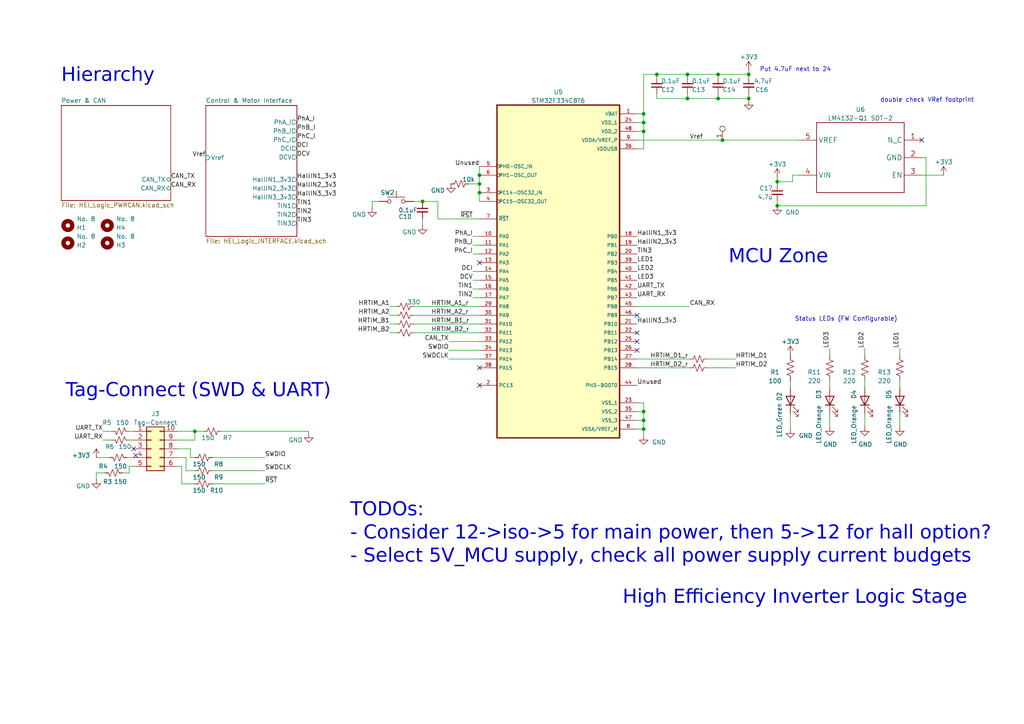
<source format=kicad_sch>
(kicad_sch
	(version 20231120)
	(generator "eeschema")
	(generator_version "8.0")
	(uuid "9d05e1b7-f292-46e2-9203-5654fb6f820e")
	(paper "A4")
	(lib_symbols
		(symbol "Connector_Generic:Conn_02x05_Counter_Clockwise"
			(pin_names
				(offset 1.016) hide)
			(exclude_from_sim no)
			(in_bom yes)
			(on_board yes)
			(property "Reference" "J"
				(at 1.27 7.62 0)
				(effects
					(font
						(size 1.27 1.27)
					)
				)
			)
			(property "Value" "Conn_02x05_Counter_Clockwise"
				(at 1.27 -7.62 0)
				(effects
					(font
						(size 1.27 1.27)
					)
				)
			)
			(property "Footprint" ""
				(at 0 0 0)
				(effects
					(font
						(size 1.27 1.27)
					)
					(hide yes)
				)
			)
			(property "Datasheet" "~"
				(at 0 0 0)
				(effects
					(font
						(size 1.27 1.27)
					)
					(hide yes)
				)
			)
			(property "Description" "Generic connector, double row, 02x05, counter clockwise pin numbering scheme (similar to DIP package numbering), script generated (kicad-library-utils/schlib/autogen/connector/)"
				(at 0 0 0)
				(effects
					(font
						(size 1.27 1.27)
					)
					(hide yes)
				)
			)
			(property "ki_keywords" "connector"
				(at 0 0 0)
				(effects
					(font
						(size 1.27 1.27)
					)
					(hide yes)
				)
			)
			(property "ki_fp_filters" "Connector*:*_2x??_*"
				(at 0 0 0)
				(effects
					(font
						(size 1.27 1.27)
					)
					(hide yes)
				)
			)
			(symbol "Conn_02x05_Counter_Clockwise_1_1"
				(rectangle
					(start -1.27 -4.953)
					(end 0 -5.207)
					(stroke
						(width 0.1524)
						(type default)
					)
					(fill
						(type none)
					)
				)
				(rectangle
					(start -1.27 -2.413)
					(end 0 -2.667)
					(stroke
						(width 0.1524)
						(type default)
					)
					(fill
						(type none)
					)
				)
				(rectangle
					(start -1.27 0.127)
					(end 0 -0.127)
					(stroke
						(width 0.1524)
						(type default)
					)
					(fill
						(type none)
					)
				)
				(rectangle
					(start -1.27 2.667)
					(end 0 2.413)
					(stroke
						(width 0.1524)
						(type default)
					)
					(fill
						(type none)
					)
				)
				(rectangle
					(start -1.27 5.207)
					(end 0 4.953)
					(stroke
						(width 0.1524)
						(type default)
					)
					(fill
						(type none)
					)
				)
				(rectangle
					(start -1.27 6.35)
					(end 3.81 -6.35)
					(stroke
						(width 0.254)
						(type default)
					)
					(fill
						(type background)
					)
				)
				(rectangle
					(start 3.81 -4.953)
					(end 2.54 -5.207)
					(stroke
						(width 0.1524)
						(type default)
					)
					(fill
						(type none)
					)
				)
				(rectangle
					(start 3.81 -2.413)
					(end 2.54 -2.667)
					(stroke
						(width 0.1524)
						(type default)
					)
					(fill
						(type none)
					)
				)
				(rectangle
					(start 3.81 0.127)
					(end 2.54 -0.127)
					(stroke
						(width 0.1524)
						(type default)
					)
					(fill
						(type none)
					)
				)
				(rectangle
					(start 3.81 2.667)
					(end 2.54 2.413)
					(stroke
						(width 0.1524)
						(type default)
					)
					(fill
						(type none)
					)
				)
				(rectangle
					(start 3.81 5.207)
					(end 2.54 4.953)
					(stroke
						(width 0.1524)
						(type default)
					)
					(fill
						(type none)
					)
				)
				(pin passive line
					(at -5.08 5.08 0)
					(length 3.81)
					(name "Pin_1"
						(effects
							(font
								(size 1.27 1.27)
							)
						)
					)
					(number "1"
						(effects
							(font
								(size 1.27 1.27)
							)
						)
					)
				)
				(pin passive line
					(at 7.62 5.08 180)
					(length 3.81)
					(name "Pin_10"
						(effects
							(font
								(size 1.27 1.27)
							)
						)
					)
					(number "10"
						(effects
							(font
								(size 1.27 1.27)
							)
						)
					)
				)
				(pin passive line
					(at -5.08 2.54 0)
					(length 3.81)
					(name "Pin_2"
						(effects
							(font
								(size 1.27 1.27)
							)
						)
					)
					(number "2"
						(effects
							(font
								(size 1.27 1.27)
							)
						)
					)
				)
				(pin passive line
					(at -5.08 0 0)
					(length 3.81)
					(name "Pin_3"
						(effects
							(font
								(size 1.27 1.27)
							)
						)
					)
					(number "3"
						(effects
							(font
								(size 1.27 1.27)
							)
						)
					)
				)
				(pin passive line
					(at -5.08 -2.54 0)
					(length 3.81)
					(name "Pin_4"
						(effects
							(font
								(size 1.27 1.27)
							)
						)
					)
					(number "4"
						(effects
							(font
								(size 1.27 1.27)
							)
						)
					)
				)
				(pin passive line
					(at -5.08 -5.08 0)
					(length 3.81)
					(name "Pin_5"
						(effects
							(font
								(size 1.27 1.27)
							)
						)
					)
					(number "5"
						(effects
							(font
								(size 1.27 1.27)
							)
						)
					)
				)
				(pin passive line
					(at 7.62 -5.08 180)
					(length 3.81)
					(name "Pin_6"
						(effects
							(font
								(size 1.27 1.27)
							)
						)
					)
					(number "6"
						(effects
							(font
								(size 1.27 1.27)
							)
						)
					)
				)
				(pin passive line
					(at 7.62 -2.54 180)
					(length 3.81)
					(name "Pin_7"
						(effects
							(font
								(size 1.27 1.27)
							)
						)
					)
					(number "7"
						(effects
							(font
								(size 1.27 1.27)
							)
						)
					)
				)
				(pin passive line
					(at 7.62 0 180)
					(length 3.81)
					(name "Pin_8"
						(effects
							(font
								(size 1.27 1.27)
							)
						)
					)
					(number "8"
						(effects
							(font
								(size 1.27 1.27)
							)
						)
					)
				)
				(pin passive line
					(at 7.62 2.54 180)
					(length 3.81)
					(name "Pin_9"
						(effects
							(font
								(size 1.27 1.27)
							)
						)
					)
					(number "9"
						(effects
							(font
								(size 1.27 1.27)
							)
						)
					)
				)
			)
		)
		(symbol "Device:C_Small"
			(pin_numbers hide)
			(pin_names
				(offset 0.254) hide)
			(exclude_from_sim no)
			(in_bom yes)
			(on_board yes)
			(property "Reference" "C"
				(at 0.254 1.778 0)
				(effects
					(font
						(size 1.27 1.27)
					)
					(justify left)
				)
			)
			(property "Value" "C_Small"
				(at 0.254 -2.032 0)
				(effects
					(font
						(size 1.27 1.27)
					)
					(justify left)
				)
			)
			(property "Footprint" ""
				(at 0 0 0)
				(effects
					(font
						(size 1.27 1.27)
					)
					(hide yes)
				)
			)
			(property "Datasheet" "~"
				(at 0 0 0)
				(effects
					(font
						(size 1.27 1.27)
					)
					(hide yes)
				)
			)
			(property "Description" "Unpolarized capacitor, small symbol"
				(at 0 0 0)
				(effects
					(font
						(size 1.27 1.27)
					)
					(hide yes)
				)
			)
			(property "ki_keywords" "capacitor cap"
				(at 0 0 0)
				(effects
					(font
						(size 1.27 1.27)
					)
					(hide yes)
				)
			)
			(property "ki_fp_filters" "C_*"
				(at 0 0 0)
				(effects
					(font
						(size 1.27 1.27)
					)
					(hide yes)
				)
			)
			(symbol "C_Small_0_1"
				(polyline
					(pts
						(xy -1.524 -0.508) (xy 1.524 -0.508)
					)
					(stroke
						(width 0.3302)
						(type default)
					)
					(fill
						(type none)
					)
				)
				(polyline
					(pts
						(xy -1.524 0.508) (xy 1.524 0.508)
					)
					(stroke
						(width 0.3048)
						(type default)
					)
					(fill
						(type none)
					)
				)
			)
			(symbol "C_Small_1_1"
				(pin passive line
					(at 0 2.54 270)
					(length 2.032)
					(name "~"
						(effects
							(font
								(size 1.27 1.27)
							)
						)
					)
					(number "1"
						(effects
							(font
								(size 1.27 1.27)
							)
						)
					)
				)
				(pin passive line
					(at 0 -2.54 90)
					(length 2.032)
					(name "~"
						(effects
							(font
								(size 1.27 1.27)
							)
						)
					)
					(number "2"
						(effects
							(font
								(size 1.27 1.27)
							)
						)
					)
				)
			)
		)
		(symbol "Device:LED"
			(pin_numbers hide)
			(pin_names
				(offset 1.016) hide)
			(exclude_from_sim no)
			(in_bom yes)
			(on_board yes)
			(property "Reference" "D"
				(at 0 2.54 0)
				(effects
					(font
						(size 1.27 1.27)
					)
				)
			)
			(property "Value" "LED"
				(at 0 -2.54 0)
				(effects
					(font
						(size 1.27 1.27)
					)
				)
			)
			(property "Footprint" ""
				(at 0 0 0)
				(effects
					(font
						(size 1.27 1.27)
					)
					(hide yes)
				)
			)
			(property "Datasheet" "~"
				(at 0 0 0)
				(effects
					(font
						(size 1.27 1.27)
					)
					(hide yes)
				)
			)
			(property "Description" "Light emitting diode"
				(at 0 0 0)
				(effects
					(font
						(size 1.27 1.27)
					)
					(hide yes)
				)
			)
			(property "ki_keywords" "LED diode"
				(at 0 0 0)
				(effects
					(font
						(size 1.27 1.27)
					)
					(hide yes)
				)
			)
			(property "ki_fp_filters" "LED* LED_SMD:* LED_THT:*"
				(at 0 0 0)
				(effects
					(font
						(size 1.27 1.27)
					)
					(hide yes)
				)
			)
			(symbol "LED_0_1"
				(polyline
					(pts
						(xy -1.27 -1.27) (xy -1.27 1.27)
					)
					(stroke
						(width 0.254)
						(type default)
					)
					(fill
						(type none)
					)
				)
				(polyline
					(pts
						(xy -1.27 0) (xy 1.27 0)
					)
					(stroke
						(width 0)
						(type default)
					)
					(fill
						(type none)
					)
				)
				(polyline
					(pts
						(xy 1.27 -1.27) (xy 1.27 1.27) (xy -1.27 0) (xy 1.27 -1.27)
					)
					(stroke
						(width 0.254)
						(type default)
					)
					(fill
						(type none)
					)
				)
				(polyline
					(pts
						(xy -3.048 -0.762) (xy -4.572 -2.286) (xy -3.81 -2.286) (xy -4.572 -2.286) (xy -4.572 -1.524)
					)
					(stroke
						(width 0)
						(type default)
					)
					(fill
						(type none)
					)
				)
				(polyline
					(pts
						(xy -1.778 -0.762) (xy -3.302 -2.286) (xy -2.54 -2.286) (xy -3.302 -2.286) (xy -3.302 -1.524)
					)
					(stroke
						(width 0)
						(type default)
					)
					(fill
						(type none)
					)
				)
			)
			(symbol "LED_1_1"
				(pin passive line
					(at -3.81 0 0)
					(length 2.54)
					(name "K"
						(effects
							(font
								(size 1.27 1.27)
							)
						)
					)
					(number "1"
						(effects
							(font
								(size 1.27 1.27)
							)
						)
					)
				)
				(pin passive line
					(at 3.81 0 180)
					(length 2.54)
					(name "A"
						(effects
							(font
								(size 1.27 1.27)
							)
						)
					)
					(number "2"
						(effects
							(font
								(size 1.27 1.27)
							)
						)
					)
				)
			)
		)
		(symbol "Device:R_Small_US"
			(pin_numbers hide)
			(pin_names
				(offset 0.254) hide)
			(exclude_from_sim no)
			(in_bom yes)
			(on_board yes)
			(property "Reference" "R"
				(at 0.762 0.508 0)
				(effects
					(font
						(size 1.27 1.27)
					)
					(justify left)
				)
			)
			(property "Value" "R_Small_US"
				(at 0.762 -1.016 0)
				(effects
					(font
						(size 1.27 1.27)
					)
					(justify left)
				)
			)
			(property "Footprint" ""
				(at 0 0 0)
				(effects
					(font
						(size 1.27 1.27)
					)
					(hide yes)
				)
			)
			(property "Datasheet" "~"
				(at 0 0 0)
				(effects
					(font
						(size 1.27 1.27)
					)
					(hide yes)
				)
			)
			(property "Description" "Resistor, small US symbol"
				(at 0 0 0)
				(effects
					(font
						(size 1.27 1.27)
					)
					(hide yes)
				)
			)
			(property "ki_keywords" "r resistor"
				(at 0 0 0)
				(effects
					(font
						(size 1.27 1.27)
					)
					(hide yes)
				)
			)
			(property "ki_fp_filters" "R_*"
				(at 0 0 0)
				(effects
					(font
						(size 1.27 1.27)
					)
					(hide yes)
				)
			)
			(symbol "R_Small_US_1_1"
				(polyline
					(pts
						(xy 0 0) (xy 1.016 -0.381) (xy 0 -0.762) (xy -1.016 -1.143) (xy 0 -1.524)
					)
					(stroke
						(width 0)
						(type default)
					)
					(fill
						(type none)
					)
				)
				(polyline
					(pts
						(xy 0 1.524) (xy 1.016 1.143) (xy 0 0.762) (xy -1.016 0.381) (xy 0 0)
					)
					(stroke
						(width 0)
						(type default)
					)
					(fill
						(type none)
					)
				)
				(pin passive line
					(at 0 2.54 270)
					(length 1.016)
					(name "~"
						(effects
							(font
								(size 1.27 1.27)
							)
						)
					)
					(number "1"
						(effects
							(font
								(size 1.27 1.27)
							)
						)
					)
				)
				(pin passive line
					(at 0 -2.54 90)
					(length 1.016)
					(name "~"
						(effects
							(font
								(size 1.27 1.27)
							)
						)
					)
					(number "2"
						(effects
							(font
								(size 1.27 1.27)
							)
						)
					)
				)
			)
		)
		(symbol "Device:R_US"
			(pin_numbers hide)
			(pin_names
				(offset 0)
			)
			(exclude_from_sim no)
			(in_bom yes)
			(on_board yes)
			(property "Reference" "R"
				(at 2.54 0 90)
				(effects
					(font
						(size 1.27 1.27)
					)
				)
			)
			(property "Value" "R_US"
				(at -2.54 0 90)
				(effects
					(font
						(size 1.27 1.27)
					)
				)
			)
			(property "Footprint" ""
				(at 1.016 -0.254 90)
				(effects
					(font
						(size 1.27 1.27)
					)
					(hide yes)
				)
			)
			(property "Datasheet" "~"
				(at 0 0 0)
				(effects
					(font
						(size 1.27 1.27)
					)
					(hide yes)
				)
			)
			(property "Description" "Resistor, US symbol"
				(at 0 0 0)
				(effects
					(font
						(size 1.27 1.27)
					)
					(hide yes)
				)
			)
			(property "ki_keywords" "R res resistor"
				(at 0 0 0)
				(effects
					(font
						(size 1.27 1.27)
					)
					(hide yes)
				)
			)
			(property "ki_fp_filters" "R_*"
				(at 0 0 0)
				(effects
					(font
						(size 1.27 1.27)
					)
					(hide yes)
				)
			)
			(symbol "R_US_0_1"
				(polyline
					(pts
						(xy 0 -2.286) (xy 0 -2.54)
					)
					(stroke
						(width 0)
						(type default)
					)
					(fill
						(type none)
					)
				)
				(polyline
					(pts
						(xy 0 2.286) (xy 0 2.54)
					)
					(stroke
						(width 0)
						(type default)
					)
					(fill
						(type none)
					)
				)
				(polyline
					(pts
						(xy 0 -0.762) (xy 1.016 -1.143) (xy 0 -1.524) (xy -1.016 -1.905) (xy 0 -2.286)
					)
					(stroke
						(width 0)
						(type default)
					)
					(fill
						(type none)
					)
				)
				(polyline
					(pts
						(xy 0 0.762) (xy 1.016 0.381) (xy 0 0) (xy -1.016 -0.381) (xy 0 -0.762)
					)
					(stroke
						(width 0)
						(type default)
					)
					(fill
						(type none)
					)
				)
				(polyline
					(pts
						(xy 0 2.286) (xy 1.016 1.905) (xy 0 1.524) (xy -1.016 1.143) (xy 0 0.762)
					)
					(stroke
						(width 0)
						(type default)
					)
					(fill
						(type none)
					)
				)
			)
			(symbol "R_US_1_1"
				(pin passive line
					(at 0 3.81 270)
					(length 1.27)
					(name "~"
						(effects
							(font
								(size 1.27 1.27)
							)
						)
					)
					(number "1"
						(effects
							(font
								(size 1.27 1.27)
							)
						)
					)
				)
				(pin passive line
					(at 0 -3.81 90)
					(length 1.27)
					(name "~"
						(effects
							(font
								(size 1.27 1.27)
							)
						)
					)
					(number "2"
						(effects
							(font
								(size 1.27 1.27)
							)
						)
					)
				)
			)
		)
		(symbol "GTSR_symbol_lib:3V_VRef_LM4132AQ1MFT3.0"
			(exclude_from_sim no)
			(in_bom yes)
			(on_board yes)
			(property "Reference" "U"
				(at 0 -11.43 0)
				(effects
					(font
						(size 1.27 1.27)
					)
				)
			)
			(property "Value" "3V_VRef_LM4132AQ1MFT3.0"
				(at 0 -13.97 0)
				(effects
					(font
						(size 1.27 1.27)
					)
				)
			)
			(property "Footprint" "GTSR_KiCAD_Footprints:3V_Ref_LM4132AQ1MFT3.0_SOT235"
				(at 0 -11.43 0)
				(effects
					(font
						(size 1.27 1.27)
					)
					(hide yes)
				)
			)
			(property "Datasheet" "https://www.ti.com/lit/ds/symlink/lm4132-q1.pdf?HQS=dis-dk-null-digikeymode-dsf-pf-null-wwe&ts=1669532364389&ref_url=https%253A%252F%252Fwww.ti.com%252Fgeneral%252Fdocs%252Fsuppproductinfo.tsp%253FdistId%253D10%2526gotoUrl%253Dhttps%253A%252F%252Fwww.ti.com%252Flit%252Fgpn%252Flm4132-q1"
				(at 0 -11.43 0)
				(effects
					(font
						(size 1.27 1.27)
					)
					(hide yes)
				)
			)
			(property "Description" ""
				(at 0 0 0)
				(effects
					(font
						(size 1.27 1.27)
					)
					(hide yes)
				)
			)
			(symbol "3V_VRef_LM4132AQ1MFT3.0_1_1"
				(polyline
					(pts
						(xy -12.7 -10.16) (xy 12.7 -10.16)
					)
					(stroke
						(width 0.2032)
						(type default)
					)
					(fill
						(type none)
					)
				)
				(polyline
					(pts
						(xy -12.7 10.16) (xy -12.7 -10.16)
					)
					(stroke
						(width 0.2032)
						(type default)
					)
					(fill
						(type none)
					)
				)
				(polyline
					(pts
						(xy 12.7 -10.16) (xy 12.7 10.16)
					)
					(stroke
						(width 0.2032)
						(type default)
					)
					(fill
						(type none)
					)
				)
				(polyline
					(pts
						(xy 12.7 10.16) (xy -12.7 10.16)
					)
					(stroke
						(width 0.2032)
						(type default)
					)
					(fill
						(type none)
					)
				)
				(pin unspecified line
					(at -17.78 5.08 0)
					(length 5.08)
					(name "N_C"
						(effects
							(font
								(size 1.4986 1.4986)
							)
						)
					)
					(number "1"
						(effects
							(font
								(size 1.4986 1.4986)
							)
						)
					)
				)
				(pin power_in line
					(at -17.78 0 0)
					(length 5.08)
					(name "GND"
						(effects
							(font
								(size 1.4986 1.4986)
							)
						)
					)
					(number "2"
						(effects
							(font
								(size 1.4986 1.4986)
							)
						)
					)
				)
				(pin input line
					(at -17.78 -5.08 0)
					(length 5.08)
					(name "EN"
						(effects
							(font
								(size 1.4986 1.4986)
							)
						)
					)
					(number "3"
						(effects
							(font
								(size 1.4986 1.4986)
							)
						)
					)
				)
				(pin power_in line
					(at 17.78 -5.08 180)
					(length 5.08)
					(name "VIN"
						(effects
							(font
								(size 1.4986 1.4986)
							)
						)
					)
					(number "4"
						(effects
							(font
								(size 1.4986 1.4986)
							)
						)
					)
				)
				(pin power_in line
					(at 17.78 5.08 180)
					(length 5.08)
					(name "VREF"
						(effects
							(font
								(size 1.4986 1.4986)
							)
						)
					)
					(number "5"
						(effects
							(font
								(size 1.4986 1.4986)
							)
						)
					)
				)
			)
		)
		(symbol "GTSR_symbol_lib:STM32F334C8T6"
			(exclude_from_sim no)
			(in_bom yes)
			(on_board yes)
			(property "Reference" "U"
				(at 0 0 0)
				(effects
					(font
						(size 1.27 1.27)
					)
				)
			)
			(property "Value" "STM32F334C8T6"
				(at 0 0 0)
				(effects
					(font
						(size 1.27 1.27)
					)
				)
			)
			(property "Footprint" "GTSR_KiCAD_Footprints:LQFP48-7x7mm"
				(at 0 0 0)
				(effects
					(font
						(size 1.27 1.27)
					)
					(hide yes)
				)
			)
			(property "Datasheet" "https://www.digikey.com/en/products/detail/stmicroelectronics/stm32f334c8t6/4989172"
				(at 0 0 0)
				(effects
					(font
						(size 1.27 1.27)
					)
					(hide yes)
				)
			)
			(property "Description" ""
				(at 0 0 0)
				(effects
					(font
						(size 1.27 1.27)
					)
					(hide yes)
				)
			)
			(symbol "STM32F334C8T6_0_0"
				(rectangle
					(start -18.415 -2.54)
					(end 17.145 -99.06)
					(stroke
						(width 0.41)
						(type default)
					)
					(fill
						(type background)
					)
				)
				(pin power_in line
					(at 22.225 -5.08 180)
					(length 5.08)
					(name "VBAT"
						(effects
							(font
								(size 1.016 1.016)
							)
						)
					)
					(number "1"
						(effects
							(font
								(size 1.016 1.016)
							)
						)
					)
				)
				(pin bidirectional line
					(at -23.495 -40.64 0)
					(length 5.08)
					(name "PA0"
						(effects
							(font
								(size 1.016 1.016)
							)
						)
					)
					(number "10"
						(effects
							(font
								(size 1.016 1.016)
							)
						)
					)
				)
				(pin bidirectional line
					(at -23.495 -43.18 0)
					(length 5.08)
					(name "PA1"
						(effects
							(font
								(size 1.016 1.016)
							)
						)
					)
					(number "11"
						(effects
							(font
								(size 1.016 1.016)
							)
						)
					)
				)
				(pin bidirectional line
					(at -23.495 -45.72 0)
					(length 5.08)
					(name "PA2"
						(effects
							(font
								(size 1.016 1.016)
							)
						)
					)
					(number "12"
						(effects
							(font
								(size 1.016 1.016)
							)
						)
					)
				)
				(pin bidirectional line
					(at -23.495 -48.26 0)
					(length 5.08)
					(name "PA3"
						(effects
							(font
								(size 1.016 1.016)
							)
						)
					)
					(number "13"
						(effects
							(font
								(size 1.016 1.016)
							)
						)
					)
				)
				(pin bidirectional line
					(at -23.495 -50.8 0)
					(length 5.08)
					(name "PA4"
						(effects
							(font
								(size 1.016 1.016)
							)
						)
					)
					(number "14"
						(effects
							(font
								(size 1.016 1.016)
							)
						)
					)
				)
				(pin bidirectional line
					(at -23.495 -53.34 0)
					(length 5.08)
					(name "PA5"
						(effects
							(font
								(size 1.016 1.016)
							)
						)
					)
					(number "15"
						(effects
							(font
								(size 1.016 1.016)
							)
						)
					)
				)
				(pin bidirectional line
					(at -23.495 -55.88 0)
					(length 5.08)
					(name "PA6"
						(effects
							(font
								(size 1.016 1.016)
							)
						)
					)
					(number "16"
						(effects
							(font
								(size 1.016 1.016)
							)
						)
					)
				)
				(pin bidirectional line
					(at -23.495 -58.42 0)
					(length 5.08)
					(name "PA7"
						(effects
							(font
								(size 1.016 1.016)
							)
						)
					)
					(number "17"
						(effects
							(font
								(size 1.016 1.016)
							)
						)
					)
				)
				(pin bidirectional line
					(at 22.225 -40.64 180)
					(length 5.08)
					(name "PB0"
						(effects
							(font
								(size 1.016 1.016)
							)
						)
					)
					(number "18"
						(effects
							(font
								(size 1.016 1.016)
							)
						)
					)
				)
				(pin bidirectional line
					(at 22.225 -43.18 180)
					(length 5.08)
					(name "PB1"
						(effects
							(font
								(size 1.016 1.016)
							)
						)
					)
					(number "19"
						(effects
							(font
								(size 1.016 1.016)
							)
						)
					)
				)
				(pin bidirectional line
					(at -23.495 -83.82 0)
					(length 5.08)
					(name "PC13"
						(effects
							(font
								(size 1.016 1.016)
							)
						)
					)
					(number "2"
						(effects
							(font
								(size 1.016 1.016)
							)
						)
					)
				)
				(pin bidirectional line
					(at 22.225 -45.72 180)
					(length 5.08)
					(name "PB2"
						(effects
							(font
								(size 1.016 1.016)
							)
						)
					)
					(number "20"
						(effects
							(font
								(size 1.016 1.016)
							)
						)
					)
				)
				(pin bidirectional line
					(at 22.225 -66.04 180)
					(length 5.08)
					(name "PB10"
						(effects
							(font
								(size 1.016 1.016)
							)
						)
					)
					(number "21"
						(effects
							(font
								(size 1.016 1.016)
							)
						)
					)
				)
				(pin bidirectional line
					(at 22.225 -68.58 180)
					(length 5.08)
					(name "PB11"
						(effects
							(font
								(size 1.016 1.016)
							)
						)
					)
					(number "22"
						(effects
							(font
								(size 1.016 1.016)
							)
						)
					)
				)
				(pin power_in line
					(at 22.225 -88.9 180)
					(length 5.08)
					(name "VSS_1"
						(effects
							(font
								(size 1.016 1.016)
							)
						)
					)
					(number "23"
						(effects
							(font
								(size 1.016 1.016)
							)
						)
					)
				)
				(pin power_in line
					(at 22.225 -7.62 180)
					(length 5.08)
					(name "VDD_1"
						(effects
							(font
								(size 1.016 1.016)
							)
						)
					)
					(number "24"
						(effects
							(font
								(size 1.016 1.016)
							)
						)
					)
				)
				(pin bidirectional line
					(at 22.225 -71.12 180)
					(length 5.08)
					(name "PB12"
						(effects
							(font
								(size 1.016 1.016)
							)
						)
					)
					(number "25"
						(effects
							(font
								(size 1.016 1.016)
							)
						)
					)
				)
				(pin bidirectional line
					(at 22.225 -73.66 180)
					(length 5.08)
					(name "PB13"
						(effects
							(font
								(size 1.016 1.016)
							)
						)
					)
					(number "26"
						(effects
							(font
								(size 1.016 1.016)
							)
						)
					)
				)
				(pin bidirectional line
					(at 22.225 -76.2 180)
					(length 5.08)
					(name "PB14"
						(effects
							(font
								(size 1.016 1.016)
							)
						)
					)
					(number "27"
						(effects
							(font
								(size 1.016 1.016)
							)
						)
					)
				)
				(pin bidirectional line
					(at 22.225 -78.74 180)
					(length 5.08)
					(name "PB15"
						(effects
							(font
								(size 1.016 1.016)
							)
						)
					)
					(number "28"
						(effects
							(font
								(size 1.016 1.016)
							)
						)
					)
				)
				(pin bidirectional line
					(at -23.495 -60.96 0)
					(length 5.08)
					(name "PA8"
						(effects
							(font
								(size 1.016 1.016)
							)
						)
					)
					(number "29"
						(effects
							(font
								(size 1.016 1.016)
							)
						)
					)
				)
				(pin bidirectional clock
					(at -23.495 -27.94 0)
					(length 5.08)
					(name "PC14-OSC32_IN"
						(effects
							(font
								(size 1.016 1.016)
							)
						)
					)
					(number "3"
						(effects
							(font
								(size 1.016 1.016)
							)
						)
					)
				)
				(pin bidirectional line
					(at -23.495 -63.5 0)
					(length 5.08)
					(name "PA9"
						(effects
							(font
								(size 1.016 1.016)
							)
						)
					)
					(number "30"
						(effects
							(font
								(size 1.016 1.016)
							)
						)
					)
				)
				(pin bidirectional line
					(at -23.495 -66.04 0)
					(length 5.08)
					(name "PA10"
						(effects
							(font
								(size 1.016 1.016)
							)
						)
					)
					(number "31"
						(effects
							(font
								(size 1.016 1.016)
							)
						)
					)
				)
				(pin bidirectional line
					(at -23.495 -68.58 0)
					(length 5.08)
					(name "PA11"
						(effects
							(font
								(size 1.016 1.016)
							)
						)
					)
					(number "32"
						(effects
							(font
								(size 1.016 1.016)
							)
						)
					)
				)
				(pin bidirectional line
					(at -23.495 -71.12 0)
					(length 5.08)
					(name "PA12"
						(effects
							(font
								(size 1.016 1.016)
							)
						)
					)
					(number "33"
						(effects
							(font
								(size 1.016 1.016)
							)
						)
					)
				)
				(pin bidirectional line
					(at -23.495 -73.66 0)
					(length 5.08)
					(name "PA13"
						(effects
							(font
								(size 1.016 1.016)
							)
						)
					)
					(number "34"
						(effects
							(font
								(size 1.016 1.016)
							)
						)
					)
				)
				(pin power_in line
					(at 22.225 -91.44 180)
					(length 5.08)
					(name "VSS_2"
						(effects
							(font
								(size 1.016 1.016)
							)
						)
					)
					(number "35"
						(effects
							(font
								(size 1.016 1.016)
							)
						)
					)
				)
				(pin power_in line
					(at 22.225 -15.24 180)
					(length 5.08)
					(name "VDDUSB"
						(effects
							(font
								(size 1.016 1.016)
							)
						)
					)
					(number "36"
						(effects
							(font
								(size 1.016 1.016)
							)
						)
					)
				)
				(pin bidirectional line
					(at -23.495 -76.2 0)
					(length 5.08)
					(name "PA14"
						(effects
							(font
								(size 1.016 1.016)
							)
						)
					)
					(number "37"
						(effects
							(font
								(size 1.016 1.016)
							)
						)
					)
				)
				(pin bidirectional line
					(at -23.495 -78.74 0)
					(length 5.08)
					(name "PA15"
						(effects
							(font
								(size 1.016 1.016)
							)
						)
					)
					(number "38"
						(effects
							(font
								(size 1.016 1.016)
							)
						)
					)
				)
				(pin bidirectional line
					(at 22.225 -48.26 180)
					(length 5.08)
					(name "PB3"
						(effects
							(font
								(size 1.016 1.016)
							)
						)
					)
					(number "39"
						(effects
							(font
								(size 1.016 1.016)
							)
						)
					)
				)
				(pin bidirectional clock
					(at -23.495 -30.48 0)
					(length 5.08)
					(name "PC15-OSC32_OUT"
						(effects
							(font
								(size 1.016 1.016)
							)
						)
					)
					(number "4"
						(effects
							(font
								(size 1.016 1.016)
							)
						)
					)
				)
				(pin bidirectional line
					(at 22.225 -50.8 180)
					(length 5.08)
					(name "PB4"
						(effects
							(font
								(size 1.016 1.016)
							)
						)
					)
					(number "40"
						(effects
							(font
								(size 1.016 1.016)
							)
						)
					)
				)
				(pin bidirectional line
					(at 22.225 -53.34 180)
					(length 5.08)
					(name "PB5"
						(effects
							(font
								(size 1.016 1.016)
							)
						)
					)
					(number "41"
						(effects
							(font
								(size 1.016 1.016)
							)
						)
					)
				)
				(pin bidirectional line
					(at 22.225 -55.88 180)
					(length 5.08)
					(name "PB6"
						(effects
							(font
								(size 1.016 1.016)
							)
						)
					)
					(number "42"
						(effects
							(font
								(size 1.016 1.016)
							)
						)
					)
				)
				(pin bidirectional line
					(at 22.225 -58.42 180)
					(length 5.08)
					(name "PB7"
						(effects
							(font
								(size 1.016 1.016)
							)
						)
					)
					(number "43"
						(effects
							(font
								(size 1.016 1.016)
							)
						)
					)
				)
				(pin bidirectional line
					(at 22.225 -83.82 180)
					(length 5.08)
					(name "PH3-BOOT0"
						(effects
							(font
								(size 1.016 1.016)
							)
						)
					)
					(number "44"
						(effects
							(font
								(size 1.016 1.016)
							)
						)
					)
				)
				(pin bidirectional line
					(at 22.225 -60.96 180)
					(length 5.08)
					(name "PB8"
						(effects
							(font
								(size 1.016 1.016)
							)
						)
					)
					(number "45"
						(effects
							(font
								(size 1.016 1.016)
							)
						)
					)
				)
				(pin bidirectional line
					(at 22.225 -63.5 180)
					(length 5.08)
					(name "PB9"
						(effects
							(font
								(size 1.016 1.016)
							)
						)
					)
					(number "46"
						(effects
							(font
								(size 1.016 1.016)
							)
						)
					)
				)
				(pin power_in line
					(at 22.225 -93.98 180)
					(length 5.08)
					(name "VSS_3"
						(effects
							(font
								(size 1.016 1.016)
							)
						)
					)
					(number "47"
						(effects
							(font
								(size 1.016 1.016)
							)
						)
					)
				)
				(pin power_in line
					(at 22.225 -10.16 180)
					(length 5.08)
					(name "VDD_2"
						(effects
							(font
								(size 1.016 1.016)
							)
						)
					)
					(number "48"
						(effects
							(font
								(size 1.016 1.016)
							)
						)
					)
				)
				(pin bidirectional clock
					(at -23.495 -20.32 0)
					(length 5.08)
					(name "PH0-OSC_IN"
						(effects
							(font
								(size 1.016 1.016)
							)
						)
					)
					(number "5"
						(effects
							(font
								(size 1.016 1.016)
							)
						)
					)
				)
				(pin bidirectional clock
					(at -23.495 -22.86 0)
					(length 5.08)
					(name "PH1-OSC_OUT"
						(effects
							(font
								(size 1.016 1.016)
							)
						)
					)
					(number "6"
						(effects
							(font
								(size 1.016 1.016)
							)
						)
					)
				)
				(pin input line
					(at -23.495 -35.56 0)
					(length 5.08)
					(name "~{RST}"
						(effects
							(font
								(size 1.016 1.016)
							)
						)
					)
					(number "7"
						(effects
							(font
								(size 1.016 1.016)
							)
						)
					)
				)
				(pin power_in line
					(at 22.225 -96.52 180)
					(length 5.08)
					(name "VSSA/VREF_M"
						(effects
							(font
								(size 1.016 1.016)
							)
						)
					)
					(number "8"
						(effects
							(font
								(size 1.016 1.016)
							)
						)
					)
				)
				(pin power_in line
					(at 22.225 -12.7 180)
					(length 5.08)
					(name "VDDA/VREF_P"
						(effects
							(font
								(size 1.016 1.016)
							)
						)
					)
					(number "9"
						(effects
							(font
								(size 1.016 1.016)
							)
						)
					)
				)
			)
		)
		(symbol "Mechanical:MountingHole"
			(pin_names
				(offset 1.016)
			)
			(exclude_from_sim yes)
			(in_bom no)
			(on_board yes)
			(property "Reference" "H"
				(at 0 5.08 0)
				(effects
					(font
						(size 1.27 1.27)
					)
				)
			)
			(property "Value" "MountingHole"
				(at 0 3.175 0)
				(effects
					(font
						(size 1.27 1.27)
					)
				)
			)
			(property "Footprint" ""
				(at 0 0 0)
				(effects
					(font
						(size 1.27 1.27)
					)
					(hide yes)
				)
			)
			(property "Datasheet" "~"
				(at 0 0 0)
				(effects
					(font
						(size 1.27 1.27)
					)
					(hide yes)
				)
			)
			(property "Description" "Mounting Hole without connection"
				(at 0 0 0)
				(effects
					(font
						(size 1.27 1.27)
					)
					(hide yes)
				)
			)
			(property "ki_keywords" "mounting hole"
				(at 0 0 0)
				(effects
					(font
						(size 1.27 1.27)
					)
					(hide yes)
				)
			)
			(property "ki_fp_filters" "MountingHole*"
				(at 0 0 0)
				(effects
					(font
						(size 1.27 1.27)
					)
					(hide yes)
				)
			)
			(symbol "MountingHole_0_1"
				(circle
					(center 0 0)
					(radius 1.27)
					(stroke
						(width 1.27)
						(type default)
					)
					(fill
						(type none)
					)
				)
			)
		)
		(symbol "Switch:SW_Push"
			(pin_numbers hide)
			(pin_names
				(offset 1.016) hide)
			(exclude_from_sim no)
			(in_bom yes)
			(on_board yes)
			(property "Reference" "SW"
				(at 1.27 2.54 0)
				(effects
					(font
						(size 1.27 1.27)
					)
					(justify left)
				)
			)
			(property "Value" "SW_Push"
				(at 0 -1.524 0)
				(effects
					(font
						(size 1.27 1.27)
					)
				)
			)
			(property "Footprint" ""
				(at 0 5.08 0)
				(effects
					(font
						(size 1.27 1.27)
					)
					(hide yes)
				)
			)
			(property "Datasheet" "~"
				(at 0 5.08 0)
				(effects
					(font
						(size 1.27 1.27)
					)
					(hide yes)
				)
			)
			(property "Description" "Push button switch, generic, two pins"
				(at 0 0 0)
				(effects
					(font
						(size 1.27 1.27)
					)
					(hide yes)
				)
			)
			(property "ki_keywords" "switch normally-open pushbutton push-button"
				(at 0 0 0)
				(effects
					(font
						(size 1.27 1.27)
					)
					(hide yes)
				)
			)
			(symbol "SW_Push_0_1"
				(circle
					(center -2.032 0)
					(radius 0.508)
					(stroke
						(width 0)
						(type default)
					)
					(fill
						(type none)
					)
				)
				(polyline
					(pts
						(xy 0 1.27) (xy 0 3.048)
					)
					(stroke
						(width 0)
						(type default)
					)
					(fill
						(type none)
					)
				)
				(polyline
					(pts
						(xy 2.54 1.27) (xy -2.54 1.27)
					)
					(stroke
						(width 0)
						(type default)
					)
					(fill
						(type none)
					)
				)
				(circle
					(center 2.032 0)
					(radius 0.508)
					(stroke
						(width 0)
						(type default)
					)
					(fill
						(type none)
					)
				)
				(pin passive line
					(at -5.08 0 0)
					(length 2.54)
					(name "1"
						(effects
							(font
								(size 1.27 1.27)
							)
						)
					)
					(number "1"
						(effects
							(font
								(size 1.27 1.27)
							)
						)
					)
				)
				(pin passive line
					(at 5.08 0 180)
					(length 2.54)
					(name "2"
						(effects
							(font
								(size 1.27 1.27)
							)
						)
					)
					(number "2"
						(effects
							(font
								(size 1.27 1.27)
							)
						)
					)
				)
			)
		)
		(symbol "Test_Point_1"
			(exclude_from_sim no)
			(in_bom yes)
			(on_board yes)
			(property "Reference" "TP2"
				(at -3.175 1.27 0)
				(effects
					(font
						(size 1.27 1.27)
					)
					(justify left)
					(hide yes)
				)
			)
			(property "Value" "Test_Point"
				(at -2.0321 2.54 0)
				(effects
					(font
						(size 1.27 1.27)
					)
					(justify left)
					(hide yes)
				)
			)
			(property "Footprint" "TestPoint:TestPoint_Pad_D1.0mm"
				(at 7.62 0 0)
				(effects
					(font
						(size 1.27 1.27)
					)
					(hide yes)
				)
			)
			(property "Datasheet" ""
				(at 7.62 0 0)
				(effects
					(font
						(size 1.27 1.27)
					)
					(hide yes)
				)
			)
			(property "Description" ""
				(at 0 0 0)
				(effects
					(font
						(size 1.27 1.27)
					)
					(hide yes)
				)
			)
			(property "Populate" ""
				(at 0 0 0)
				(effects
					(font
						(size 1.27 1.27)
					)
				)
			)
			(symbol "Test_Point_1_0_1"
				(circle
					(center 0 3.302)
					(radius 0.762)
					(stroke
						(width 0)
						(type default)
					)
					(fill
						(type none)
					)
				)
			)
			(symbol "Test_Point_1_1_1"
				(pin passive line
					(at 0 0 90)
					(length 2.54)
					(name ""
						(effects
							(font
								(size 1.27 1.27)
							)
						)
					)
					(number "1"
						(effects
							(font
								(size 1.27 1.27)
							)
						)
					)
				)
			)
		)
		(symbol "power:+3V3"
			(power)
			(pin_numbers hide)
			(pin_names
				(offset 0) hide)
			(exclude_from_sim no)
			(in_bom yes)
			(on_board yes)
			(property "Reference" "#PWR"
				(at 0 -3.81 0)
				(effects
					(font
						(size 1.27 1.27)
					)
					(hide yes)
				)
			)
			(property "Value" "+3V3"
				(at 0 3.556 0)
				(effects
					(font
						(size 1.27 1.27)
					)
				)
			)
			(property "Footprint" ""
				(at 0 0 0)
				(effects
					(font
						(size 1.27 1.27)
					)
					(hide yes)
				)
			)
			(property "Datasheet" ""
				(at 0 0 0)
				(effects
					(font
						(size 1.27 1.27)
					)
					(hide yes)
				)
			)
			(property "Description" "Power symbol creates a global label with name \"+3V3\""
				(at 0 0 0)
				(effects
					(font
						(size 1.27 1.27)
					)
					(hide yes)
				)
			)
			(property "ki_keywords" "global power"
				(at 0 0 0)
				(effects
					(font
						(size 1.27 1.27)
					)
					(hide yes)
				)
			)
			(symbol "+3V3_0_1"
				(polyline
					(pts
						(xy -0.762 1.27) (xy 0 2.54)
					)
					(stroke
						(width 0)
						(type default)
					)
					(fill
						(type none)
					)
				)
				(polyline
					(pts
						(xy 0 0) (xy 0 2.54)
					)
					(stroke
						(width 0)
						(type default)
					)
					(fill
						(type none)
					)
				)
				(polyline
					(pts
						(xy 0 2.54) (xy 0.762 1.27)
					)
					(stroke
						(width 0)
						(type default)
					)
					(fill
						(type none)
					)
				)
			)
			(symbol "+3V3_1_1"
				(pin power_in line
					(at 0 0 90)
					(length 0)
					(name "~"
						(effects
							(font
								(size 1.27 1.27)
							)
						)
					)
					(number "1"
						(effects
							(font
								(size 1.27 1.27)
							)
						)
					)
				)
			)
		)
		(symbol "power:GND"
			(power)
			(pin_numbers hide)
			(pin_names
				(offset 0) hide)
			(exclude_from_sim no)
			(in_bom yes)
			(on_board yes)
			(property "Reference" "#PWR"
				(at 0 -6.35 0)
				(effects
					(font
						(size 1.27 1.27)
					)
					(hide yes)
				)
			)
			(property "Value" "GND"
				(at 0 -3.81 0)
				(effects
					(font
						(size 1.27 1.27)
					)
				)
			)
			(property "Footprint" ""
				(at 0 0 0)
				(effects
					(font
						(size 1.27 1.27)
					)
					(hide yes)
				)
			)
			(property "Datasheet" ""
				(at 0 0 0)
				(effects
					(font
						(size 1.27 1.27)
					)
					(hide yes)
				)
			)
			(property "Description" "Power symbol creates a global label with name \"GND\" , ground"
				(at 0 0 0)
				(effects
					(font
						(size 1.27 1.27)
					)
					(hide yes)
				)
			)
			(property "ki_keywords" "global power"
				(at 0 0 0)
				(effects
					(font
						(size 1.27 1.27)
					)
					(hide yes)
				)
			)
			(symbol "GND_0_1"
				(polyline
					(pts
						(xy 0 0) (xy 0 -1.27) (xy 1.27 -1.27) (xy 0 -2.54) (xy -1.27 -1.27) (xy 0 -1.27)
					)
					(stroke
						(width 0)
						(type default)
					)
					(fill
						(type none)
					)
				)
			)
			(symbol "GND_1_1"
				(pin power_in line
					(at 0 0 270)
					(length 0)
					(name "~"
						(effects
							(font
								(size 1.27 1.27)
							)
						)
					)
					(number "1"
						(effects
							(font
								(size 1.27 1.27)
							)
						)
					)
				)
			)
		)
	)
	(junction
		(at 199.39 28.575)
		(diameter 0)
		(color 0 0 0 0)
		(uuid "0895e73e-9025-4128-b75f-a916f0dfcf2e")
	)
	(junction
		(at 199.39 21.59)
		(diameter 0)
		(color 0 0 0 0)
		(uuid "2c3df3f3-d8dc-4fa8-8d27-84f199694090")
	)
	(junction
		(at 122.555 58.42)
		(diameter 0)
		(color 0 0 0 0)
		(uuid "339f8b6b-153f-4a8b-8fe9-bd0ece86734e")
	)
	(junction
		(at 217.17 21.59)
		(diameter 0)
		(color 0 0 0 0)
		(uuid "35e91f7c-c910-4434-a0b0-3113bd6364e8")
	)
	(junction
		(at 217.17 28.575)
		(diameter 0)
		(color 0 0 0 0)
		(uuid "574db928-4699-4340-b8ce-3a9c6a4213e7")
	)
	(junction
		(at 186.69 121.92)
		(diameter 0)
		(color 0 0 0 0)
		(uuid "6aa6639f-2a8d-484e-b282-ac6b1c045366")
	)
	(junction
		(at 208.28 21.59)
		(diameter 0)
		(color 0 0 0 0)
		(uuid "829c0e84-25f0-4c33-aa75-74d46e8f82d2")
	)
	(junction
		(at 56.515 125.095)
		(diameter 0)
		(color 0 0 0 0)
		(uuid "89e72ab7-bd63-465b-a8f2-6eb5c051eb6a")
	)
	(junction
		(at 186.69 38.1)
		(diameter 0)
		(color 0 0 0 0)
		(uuid "964723b8-0008-4dfc-ae0e-8e5d45a88a34")
	)
	(junction
		(at 186.69 124.46)
		(diameter 0)
		(color 0 0 0 0)
		(uuid "a7860abe-56ba-4df6-8f59-eac5deb3908b")
	)
	(junction
		(at 186.69 35.56)
		(diameter 0)
		(color 0 0 0 0)
		(uuid "ac6b1a50-c8f4-4446-b5a6-b23400ce858b")
	)
	(junction
		(at 190.5 21.59)
		(diameter 0)
		(color 0 0 0 0)
		(uuid "b15d442d-aa2d-45c3-88c0-cf70eeddc04d")
	)
	(junction
		(at 139.065 55.88)
		(diameter 0)
		(color 0 0 0 0)
		(uuid "b4ecef33-eeac-4b86-be85-62a945faa57b")
	)
	(junction
		(at 225.425 52.705)
		(diameter 0)
		(color 0 0 0 0)
		(uuid "b6e721e3-b27b-4968-893f-0b8d3774eb34")
	)
	(junction
		(at 225.425 59.69)
		(diameter 0)
		(color 0 0 0 0)
		(uuid "b82a8a16-b3a3-4c97-afa6-a4f8f7f3da6c")
	)
	(junction
		(at 139.065 53.34)
		(diameter 0)
		(color 0 0 0 0)
		(uuid "ba5dbe65-7d8a-45a5-867d-8fd3289f532c")
	)
	(junction
		(at 208.28 28.575)
		(diameter 0)
		(color 0 0 0 0)
		(uuid "d38ee1f3-efbb-43df-a889-3ad979020dcf")
	)
	(junction
		(at 186.69 119.38)
		(diameter 0)
		(color 0 0 0 0)
		(uuid "d7fb5e80-b4c6-4274-b42f-1f72370fafde")
	)
	(junction
		(at 186.69 33.02)
		(diameter 0)
		(color 0 0 0 0)
		(uuid "e85d39ff-fd4b-423e-8d2d-39ce8309e5bc")
	)
	(junction
		(at 139.065 50.8)
		(diameter 0)
		(color 0 0 0 0)
		(uuid "fea5cf76-1d3e-4ce3-86e5-0028199ea761")
	)
	(junction
		(at 209.55 40.64)
		(diameter 0)
		(color 0 0 0 0)
		(uuid "febc21dd-64cd-46de-9de9-13aaf4482beb")
	)
	(no_connect
		(at 139.065 106.68)
		(uuid "357d3600-bb06-4261-998c-197b702581e5")
	)
	(no_connect
		(at 184.785 96.52)
		(uuid "7eb21101-e241-4537-9eff-3d99428625e8")
	)
	(no_connect
		(at 184.785 101.6)
		(uuid "839ed26c-f840-4319-aea2-b99d5858092b")
	)
	(no_connect
		(at 184.785 99.06)
		(uuid "896df0db-bf96-4f98-8112-5c7b506e6027")
	)
	(no_connect
		(at 38.735 130.175)
		(uuid "89bc43b2-d04b-4ecd-974e-cc9712c857c9")
	)
	(no_connect
		(at 267.335 40.64)
		(uuid "95499756-19fb-4f03-bec7-2c9b463f140b")
	)
	(no_connect
		(at 139.065 76.2)
		(uuid "a67728e9-0e42-4b50-a29f-b710171f9bfb")
	)
	(no_connect
		(at 139.065 111.76)
		(uuid "a73fb8cb-2b16-4ae1-8d6c-3aa238e434d1")
	)
	(no_connect
		(at 39.37 132.08)
		(uuid "b1268aba-e3eb-43ee-8ed0-a9c0f52e6f5a")
	)
	(no_connect
		(at 184.785 91.44)
		(uuid "cb452773-aa23-4aad-a542-79ceb44be05b")
	)
	(wire
		(pts
			(xy 186.69 33.02) (xy 184.785 33.02)
		)
		(stroke
			(width 0)
			(type default)
		)
		(uuid "037b3ed8-ac53-4cbc-9c64-81cea1960bfa")
	)
	(wire
		(pts
			(xy 127 63.5) (xy 139.065 63.5)
		)
		(stroke
			(width 0)
			(type default)
		)
		(uuid "05505a2e-d416-4131-8b9b-c5d989c3e11d")
	)
	(wire
		(pts
			(xy 139.065 53.34) (xy 139.065 55.88)
		)
		(stroke
			(width 0)
			(type default)
		)
		(uuid "0637d676-5fe4-4b15-ab01-a0f6fab0b935")
	)
	(wire
		(pts
			(xy 184.785 119.38) (xy 186.69 119.38)
		)
		(stroke
			(width 0)
			(type default)
		)
		(uuid "072e7e96-2dfd-414b-a9b6-642ace52394b")
	)
	(wire
		(pts
			(xy 120.015 93.98) (xy 139.065 93.98)
		)
		(stroke
			(width 0)
			(type default)
		)
		(uuid "076cd934-4a1a-4d2c-aa44-20ffc9970e99")
	)
	(wire
		(pts
			(xy 137.16 81.28) (xy 139.065 81.28)
		)
		(stroke
			(width 0)
			(type default)
		)
		(uuid "0aea7ccc-d56b-42d2-bcfa-986563920a42")
	)
	(wire
		(pts
			(xy 137.16 71.12) (xy 139.065 71.12)
		)
		(stroke
			(width 0)
			(type default)
		)
		(uuid "0ed93f29-1304-4339-8713-867af4f36725")
	)
	(wire
		(pts
			(xy 208.28 28.575) (xy 217.17 28.575)
		)
		(stroke
			(width 0)
			(type default)
		)
		(uuid "1009a9bc-66a2-466a-9f6e-5ec0b9687f0c")
	)
	(wire
		(pts
			(xy 37.465 135.255) (xy 37.465 137.16)
		)
		(stroke
			(width 0)
			(type default)
		)
		(uuid "14daa757-9bf4-4c8e-a9f5-1d846d662b52")
	)
	(wire
		(pts
			(xy 36.83 132.715) (xy 38.735 132.715)
		)
		(stroke
			(width 0)
			(type default)
		)
		(uuid "1878846c-5e88-46d6-86f6-9022dbd362de")
	)
	(wire
		(pts
			(xy 137.16 86.36) (xy 139.065 86.36)
		)
		(stroke
			(width 0)
			(type default)
		)
		(uuid "1d39b73a-fb69-4010-97eb-4f40f71cf87f")
	)
	(wire
		(pts
			(xy 213.36 106.68) (xy 205.105 106.68)
		)
		(stroke
			(width 0)
			(type default)
		)
		(uuid "21c8e8dc-227b-4f8e-aa03-bc683056d67c")
	)
	(wire
		(pts
			(xy 113.03 88.9) (xy 114.935 88.9)
		)
		(stroke
			(width 0)
			(type default)
		)
		(uuid "2317582f-ba5b-4809-8ce2-c6c2b9848da6")
	)
	(wire
		(pts
			(xy 229.87 50.8) (xy 229.87 52.705)
		)
		(stroke
			(width 0)
			(type default)
		)
		(uuid "25dfef13-bce1-4a72-8c4c-b471689a582d")
	)
	(wire
		(pts
			(xy 184.785 88.9) (xy 200.025 88.9)
		)
		(stroke
			(width 0)
			(type default)
		)
		(uuid "27364f53-a776-4f84-acc3-d97959793657")
	)
	(wire
		(pts
			(xy 229.87 52.705) (xy 225.425 52.705)
		)
		(stroke
			(width 0)
			(type default)
		)
		(uuid "2b96adde-23a4-456e-9911-33727ccdf282")
	)
	(wire
		(pts
			(xy 231.775 50.8) (xy 229.87 50.8)
		)
		(stroke
			(width 0)
			(type default)
		)
		(uuid "2eaa9d36-f5d0-4120-bf8b-2e0396b5af22")
	)
	(wire
		(pts
			(xy 52.705 140.335) (xy 56.515 140.335)
		)
		(stroke
			(width 0)
			(type default)
		)
		(uuid "2f544579-8745-4ed1-b9bf-04414c00d3a3")
	)
	(wire
		(pts
			(xy 240.665 100.965) (xy 240.665 102.87)
		)
		(stroke
			(width 0)
			(type default)
		)
		(uuid "32343a85-b390-4ed5-bac7-25eceef07046")
	)
	(wire
		(pts
			(xy 135.89 53.34) (xy 139.065 53.34)
		)
		(stroke
			(width 0)
			(type default)
		)
		(uuid "3a2b71db-78fd-4b4e-8573-fb9a41cc2f5e")
	)
	(wire
		(pts
			(xy 113.03 93.98) (xy 114.935 93.98)
		)
		(stroke
			(width 0)
			(type default)
		)
		(uuid "3c70a115-5786-43ab-a792-09f0a3169e7e")
	)
	(wire
		(pts
			(xy 64.135 125.095) (xy 89.535 125.095)
		)
		(stroke
			(width 0)
			(type default)
		)
		(uuid "3c923dfe-c18a-415d-95de-9699c2a1fb0b")
	)
	(wire
		(pts
			(xy 260.985 120.015) (xy 260.985 123.825)
		)
		(stroke
			(width 0)
			(type default)
		)
		(uuid "3fd2d48a-b9ba-4172-92f4-868c0f36d750")
	)
	(wire
		(pts
			(xy 61.595 140.335) (xy 76.835 140.335)
		)
		(stroke
			(width 0)
			(type default)
		)
		(uuid "401c3b7e-acf8-41da-939b-8316ac2c233b")
	)
	(wire
		(pts
			(xy 37.465 127.635) (xy 38.735 127.635)
		)
		(stroke
			(width 0)
			(type default)
		)
		(uuid "407a6340-6f87-4a7c-94a7-aff34817da39")
	)
	(wire
		(pts
			(xy 208.28 27.305) (xy 208.28 28.575)
		)
		(stroke
			(width 0)
			(type default)
		)
		(uuid "42c1efaf-6508-4d7e-9738-088992a1acb9")
	)
	(wire
		(pts
			(xy 208.28 21.59) (xy 199.39 21.59)
		)
		(stroke
			(width 0)
			(type default)
		)
		(uuid "43f34b4e-06be-4ac2-9498-3175a89019a1")
	)
	(wire
		(pts
			(xy 250.825 100.965) (xy 250.825 102.87)
		)
		(stroke
			(width 0)
			(type default)
		)
		(uuid "445c74d9-933a-4dba-ace6-ceb7cd803058")
	)
	(wire
		(pts
			(xy 51.435 125.095) (xy 56.515 125.095)
		)
		(stroke
			(width 0)
			(type default)
		)
		(uuid "48d875b7-2942-4826-8e0d-b73c5a3c8cc0")
	)
	(wire
		(pts
			(xy 120.015 91.44) (xy 139.065 91.44)
		)
		(stroke
			(width 0)
			(type default)
		)
		(uuid "49604506-19c2-4ccb-855c-63907f345048")
	)
	(wire
		(pts
			(xy 186.69 119.38) (xy 186.69 121.92)
		)
		(stroke
			(width 0)
			(type default)
		)
		(uuid "4b75ea64-5b74-4686-a5e1-eced71a8e5bf")
	)
	(wire
		(pts
			(xy 186.69 121.92) (xy 186.69 124.46)
		)
		(stroke
			(width 0)
			(type default)
		)
		(uuid "4b77a13d-38d0-47b7-b3cc-e9e2aacaa24e")
	)
	(wire
		(pts
			(xy 137.16 83.82) (xy 139.065 83.82)
		)
		(stroke
			(width 0)
			(type default)
		)
		(uuid "4bbaaea8-6c8f-4849-a69b-087a3e8acc7a")
	)
	(wire
		(pts
			(xy 120.015 58.42) (xy 122.555 58.42)
		)
		(stroke
			(width 0)
			(type default)
		)
		(uuid "4d714a95-a19a-49f7-a10a-9e8f79fd246b")
	)
	(wire
		(pts
			(xy 229.235 120.015) (xy 229.235 124.46)
		)
		(stroke
			(width 0)
			(type default)
		)
		(uuid "4ea8373e-b5d2-4614-9424-eea640901bc0")
	)
	(wire
		(pts
			(xy 107.95 60.325) (xy 107.95 58.42)
		)
		(stroke
			(width 0)
			(type default)
		)
		(uuid "502fece4-ba8c-4b3a-9880-73d13b09e7b2")
	)
	(wire
		(pts
			(xy 130.175 104.14) (xy 139.065 104.14)
		)
		(stroke
			(width 0)
			(type default)
		)
		(uuid "51047917-43b5-4a99-a2d6-fa78080c9882")
	)
	(wire
		(pts
			(xy 139.065 55.88) (xy 139.065 58.42)
		)
		(stroke
			(width 0)
			(type default)
		)
		(uuid "5214cf7a-1b57-48ce-9fe4-57eb85692e27")
	)
	(wire
		(pts
			(xy 55.245 130.175) (xy 55.245 132.715)
		)
		(stroke
			(width 0)
			(type default)
		)
		(uuid "570d24e1-6835-4a64-bf7f-cbad21efb939")
	)
	(wire
		(pts
			(xy 186.69 21.59) (xy 190.5 21.59)
		)
		(stroke
			(width 0)
			(type default)
		)
		(uuid "58212b0c-c586-4190-b72d-62fa82458a29")
	)
	(wire
		(pts
			(xy 225.425 59.69) (xy 268.605 59.69)
		)
		(stroke
			(width 0)
			(type default)
		)
		(uuid "5c8148c2-ecf9-4415-9370-f1555da6359f")
	)
	(wire
		(pts
			(xy 268.605 45.72) (xy 268.605 59.69)
		)
		(stroke
			(width 0)
			(type default)
		)
		(uuid "5e14ffb0-3502-44b5-b432-3b8811adc42a")
	)
	(wire
		(pts
			(xy 59.055 125.095) (xy 56.515 125.095)
		)
		(stroke
			(width 0)
			(type default)
		)
		(uuid "5eac5dfe-9085-4896-af5a-dfe0a9afc232")
	)
	(wire
		(pts
			(xy 199.39 28.575) (xy 208.28 28.575)
		)
		(stroke
			(width 0)
			(type default)
		)
		(uuid "611f833f-7076-4285-aae6-f082b4535235")
	)
	(wire
		(pts
			(xy 29.845 127.635) (xy 32.385 127.635)
		)
		(stroke
			(width 0)
			(type default)
		)
		(uuid "62f9c166-e501-458d-88d1-985c39c62ce0")
	)
	(wire
		(pts
			(xy 260.985 100.965) (xy 260.985 102.87)
		)
		(stroke
			(width 0)
			(type default)
		)
		(uuid "67149a91-1d0f-498c-a3c1-0c9026ab9b46")
	)
	(wire
		(pts
			(xy 184.785 104.14) (xy 200.025 104.14)
		)
		(stroke
			(width 0)
			(type default)
		)
		(uuid "6913af4b-1f9b-41a9-826a-2bfc1a00c390")
	)
	(wire
		(pts
			(xy 120.015 96.52) (xy 139.065 96.52)
		)
		(stroke
			(width 0)
			(type default)
		)
		(uuid "69f629dd-6715-4bc2-adfb-fbb24d1b341a")
	)
	(wire
		(pts
			(xy 190.5 28.575) (xy 199.39 28.575)
		)
		(stroke
			(width 0)
			(type default)
		)
		(uuid "6a5192a7-1c55-4345-8f50-88112f6424a4")
	)
	(wire
		(pts
			(xy 122.555 65.405) (xy 122.555 63.5)
		)
		(stroke
			(width 0)
			(type default)
		)
		(uuid "6b44a082-18b4-4db9-86da-c76a0be7e9d2")
	)
	(wire
		(pts
			(xy 199.39 27.305) (xy 199.39 28.575)
		)
		(stroke
			(width 0)
			(type default)
		)
		(uuid "6bb2799b-8e6f-47f8-857d-972d185d2561")
	)
	(wire
		(pts
			(xy 190.5 21.59) (xy 190.5 22.225)
		)
		(stroke
			(width 0)
			(type default)
		)
		(uuid "6cf37db1-559a-4229-a82b-dc996d115f6e")
	)
	(wire
		(pts
			(xy 186.69 126.365) (xy 186.69 124.46)
		)
		(stroke
			(width 0)
			(type default)
		)
		(uuid "6d53c91e-12df-470e-a72c-688c21c3aad7")
	)
	(wire
		(pts
			(xy 184.785 43.18) (xy 186.69 43.18)
		)
		(stroke
			(width 0)
			(type default)
		)
		(uuid "6ddf62a6-b11c-46c4-be1f-08bde3114e97")
	)
	(wire
		(pts
			(xy 27.94 137.16) (xy 27.94 139.065)
		)
		(stroke
			(width 0)
			(type default)
		)
		(uuid "74d89e77-b7cb-407c-86b1-389b6acd8e69")
	)
	(wire
		(pts
			(xy 107.95 58.42) (xy 109.855 58.42)
		)
		(stroke
			(width 0)
			(type default)
		)
		(uuid "75bcfeaf-dc31-44ad-af4d-8bad5f1e911f")
	)
	(wire
		(pts
			(xy 184.785 116.84) (xy 186.69 116.84)
		)
		(stroke
			(width 0)
			(type default)
		)
		(uuid "76935302-5d7e-4c63-b6d5-c1659c4ebb6d")
	)
	(wire
		(pts
			(xy 199.39 21.59) (xy 190.5 21.59)
		)
		(stroke
			(width 0)
			(type default)
		)
		(uuid "76feffaa-c5e8-466e-9451-0601ea0d2d31")
	)
	(wire
		(pts
			(xy 225.425 51.435) (xy 225.425 52.705)
		)
		(stroke
			(width 0)
			(type default)
		)
		(uuid "77e02950-4d56-450e-a140-66b1e6e4b5d6")
	)
	(wire
		(pts
			(xy 184.785 106.68) (xy 200.025 106.68)
		)
		(stroke
			(width 0)
			(type default)
		)
		(uuid "7a71dc00-8ac6-4492-8fde-9d41245dea09")
	)
	(wire
		(pts
			(xy 27.94 132.715) (xy 31.75 132.715)
		)
		(stroke
			(width 0)
			(type default)
		)
		(uuid "7ce0d417-d5ff-4344-9ee3-e8d0877151ef")
	)
	(wire
		(pts
			(xy 139.065 50.8) (xy 139.065 53.34)
		)
		(stroke
			(width 0)
			(type default)
		)
		(uuid "7d04e5c2-c19f-4951-8774-08fd5d477299")
	)
	(wire
		(pts
			(xy 217.17 20.32) (xy 217.17 21.59)
		)
		(stroke
			(width 0)
			(type default)
		)
		(uuid "7e78ab29-02f5-4aa6-88a9-c65925f1d4f0")
	)
	(wire
		(pts
			(xy 186.69 38.1) (xy 186.69 35.56)
		)
		(stroke
			(width 0)
			(type default)
		)
		(uuid "8087e597-a142-4cc8-a31c-ab72319b5f35")
	)
	(wire
		(pts
			(xy 130.175 101.6) (xy 139.065 101.6)
		)
		(stroke
			(width 0)
			(type default)
		)
		(uuid "841b179e-c6f3-428a-8f7b-4b06d94c1747")
	)
	(wire
		(pts
			(xy 186.69 35.56) (xy 186.69 33.02)
		)
		(stroke
			(width 0)
			(type default)
		)
		(uuid "87e1b039-30cb-49e4-a0ae-e41aa55c7558")
	)
	(wire
		(pts
			(xy 250.825 112.395) (xy 250.825 110.49)
		)
		(stroke
			(width 0)
			(type default)
		)
		(uuid "88bf0bd0-e060-49c0-90d7-2590d30f90b1")
	)
	(wire
		(pts
			(xy 186.69 116.84) (xy 186.69 119.38)
		)
		(stroke
			(width 0)
			(type default)
		)
		(uuid "8e08f1c3-df8b-4549-ab8e-878addf0ec08")
	)
	(wire
		(pts
			(xy 29.845 125.095) (xy 32.385 125.095)
		)
		(stroke
			(width 0)
			(type default)
		)
		(uuid "93c7d964-d576-4b0d-9e28-14b35d4ff21c")
	)
	(wire
		(pts
			(xy 186.69 21.59) (xy 186.69 33.02)
		)
		(stroke
			(width 0)
			(type default)
		)
		(uuid "944a80b4-616c-4dc1-ba80-f41ce1063065")
	)
	(wire
		(pts
			(xy 51.435 130.175) (xy 55.245 130.175)
		)
		(stroke
			(width 0)
			(type default)
		)
		(uuid "9715f58e-dd2c-4b3f-9e7a-7b4b4852e98f")
	)
	(wire
		(pts
			(xy 53.975 132.715) (xy 53.975 136.525)
		)
		(stroke
			(width 0)
			(type default)
		)
		(uuid "97802495-e4db-4bc5-89c9-ab339fc1d2e7")
	)
	(wire
		(pts
			(xy 52.705 135.255) (xy 52.705 140.335)
		)
		(stroke
			(width 0)
			(type default)
		)
		(uuid "98c95ce9-b9d3-4cc8-813b-1fb3ed4f4ecd")
	)
	(wire
		(pts
			(xy 137.16 68.58) (xy 139.065 68.58)
		)
		(stroke
			(width 0)
			(type default)
		)
		(uuid "99766379-abf5-4cc8-a431-6302a653f3ce")
	)
	(wire
		(pts
			(xy 122.555 58.42) (xy 127 58.42)
		)
		(stroke
			(width 0)
			(type default)
		)
		(uuid "99a671cc-eb8e-4de6-9005-2c2e1a0f1013")
	)
	(wire
		(pts
			(xy 186.69 124.46) (xy 184.785 124.46)
		)
		(stroke
			(width 0)
			(type default)
		)
		(uuid "99c01247-fab1-4993-aef2-bf804c30ff42")
	)
	(wire
		(pts
			(xy 89.535 125.73) (xy 89.535 125.095)
		)
		(stroke
			(width 0)
			(type default)
		)
		(uuid "9addf916-e0e6-434c-a026-4c349d5d7661")
	)
	(wire
		(pts
			(xy 268.605 45.72) (xy 267.335 45.72)
		)
		(stroke
			(width 0)
			(type default)
		)
		(uuid "9e7db900-55a6-457a-b11f-ef18cf3a5822")
	)
	(wire
		(pts
			(xy 199.39 21.59) (xy 199.39 22.225)
		)
		(stroke
			(width 0)
			(type default)
		)
		(uuid "a0d7e317-4e0c-4d26-9db8-b9b15a9e91e3")
	)
	(wire
		(pts
			(xy 217.17 29.21) (xy 217.17 28.575)
		)
		(stroke
			(width 0)
			(type default)
		)
		(uuid "a47ad61a-737d-499f-b621-c6457d72599f")
	)
	(wire
		(pts
			(xy 55.245 132.715) (xy 56.515 132.715)
		)
		(stroke
			(width 0)
			(type default)
		)
		(uuid "a7233019-44c5-4682-9a75-2d8a627c2e28")
	)
	(wire
		(pts
			(xy 137.16 73.66) (xy 139.065 73.66)
		)
		(stroke
			(width 0)
			(type default)
		)
		(uuid "ab7a82de-608a-42cb-be0c-bdfe5bd986f4")
	)
	(wire
		(pts
			(xy 225.425 58.42) (xy 225.425 59.69)
		)
		(stroke
			(width 0)
			(type default)
		)
		(uuid "abb6385c-6562-4a64-afd8-84f4d06363be")
	)
	(wire
		(pts
			(xy 27.94 137.16) (xy 30.48 137.16)
		)
		(stroke
			(width 0)
			(type default)
		)
		(uuid "af89cce8-0bed-49f7-b041-edea1d8ad9cf")
	)
	(wire
		(pts
			(xy 51.435 132.715) (xy 53.975 132.715)
		)
		(stroke
			(width 0)
			(type default)
		)
		(uuid "b0b77115-b0a9-40e6-8456-30eecf883dfe")
	)
	(wire
		(pts
			(xy 217.17 21.59) (xy 208.28 21.59)
		)
		(stroke
			(width 0)
			(type default)
		)
		(uuid "b233ead4-6599-4245-b2e9-a3b24758e5c8")
	)
	(wire
		(pts
			(xy 120.015 88.9) (xy 139.065 88.9)
		)
		(stroke
			(width 0)
			(type default)
		)
		(uuid "b343fb15-1c27-4ab7-aea5-da58eebc281d")
	)
	(wire
		(pts
			(xy 113.03 91.44) (xy 114.935 91.44)
		)
		(stroke
			(width 0)
			(type default)
		)
		(uuid "b408d06b-2437-4c18-8309-1efa58d6f33c")
	)
	(wire
		(pts
			(xy 61.595 136.525) (xy 76.835 136.525)
		)
		(stroke
			(width 0)
			(type default)
		)
		(uuid "bf554bbe-1ae5-4e49-912e-4e1dbe05fb13")
	)
	(wire
		(pts
			(xy 37.465 137.16) (xy 35.56 137.16)
		)
		(stroke
			(width 0)
			(type default)
		)
		(uuid "bf99c6f0-9fd9-4861-ad73-8c66e17a7a6c")
	)
	(wire
		(pts
			(xy 240.665 112.395) (xy 240.665 110.49)
		)
		(stroke
			(width 0)
			(type default)
		)
		(uuid "c18f87bc-b468-473b-87f9-ec5b5a1f9b93")
	)
	(wire
		(pts
			(xy 51.435 127.635) (xy 56.515 127.635)
		)
		(stroke
			(width 0)
			(type default)
		)
		(uuid "c1ebadb5-9b8f-48b3-a5e6-3bd371ff66ef")
	)
	(wire
		(pts
			(xy 208.28 21.59) (xy 208.28 22.225)
		)
		(stroke
			(width 0)
			(type default)
		)
		(uuid "c2c78712-f4cd-44f6-80be-2022e60d2ef9")
	)
	(wire
		(pts
			(xy 217.17 21.59) (xy 217.17 22.225)
		)
		(stroke
			(width 0)
			(type default)
		)
		(uuid "c40818fe-c101-420a-8ffd-d0b178736340")
	)
	(wire
		(pts
			(xy 240.665 120.015) (xy 240.665 123.825)
		)
		(stroke
			(width 0)
			(type default)
		)
		(uuid "c606c02c-5f9f-4966-acaa-027a1661770a")
	)
	(wire
		(pts
			(xy 137.16 78.74) (xy 139.065 78.74)
		)
		(stroke
			(width 0)
			(type default)
		)
		(uuid "c7c6fe7b-3638-48d0-bc67-3b3ebfe9868f")
	)
	(wire
		(pts
			(xy 184.785 38.1) (xy 186.69 38.1)
		)
		(stroke
			(width 0)
			(type default)
		)
		(uuid "c85046c8-968e-486c-a506-9258100b6e17")
	)
	(wire
		(pts
			(xy 139.065 48.26) (xy 139.065 50.8)
		)
		(stroke
			(width 0)
			(type default)
		)
		(uuid "c8ddae94-6935-4971-87a6-c6d42ac0f2c0")
	)
	(wire
		(pts
			(xy 209.55 40.64) (xy 231.775 40.64)
		)
		(stroke
			(width 0)
			(type default)
		)
		(uuid "cc58473a-2ce4-4dec-8b69-0030b7765b84")
	)
	(wire
		(pts
			(xy 205.105 104.14) (xy 213.36 104.14)
		)
		(stroke
			(width 0)
			(type default)
		)
		(uuid "cdfc71b4-f203-4abe-aa8c-5f8b73882a8e")
	)
	(wire
		(pts
			(xy 184.785 40.64) (xy 209.55 40.64)
		)
		(stroke
			(width 0)
			(type default)
		)
		(uuid "ce0d77b2-67f5-484e-9db0-2b835d1fc5e2")
	)
	(wire
		(pts
			(xy 184.785 35.56) (xy 186.69 35.56)
		)
		(stroke
			(width 0)
			(type default)
		)
		(uuid "ce973c71-60b0-4a5d-8aae-8bc2b1c085d3")
	)
	(wire
		(pts
			(xy 53.975 136.525) (xy 56.515 136.525)
		)
		(stroke
			(width 0)
			(type default)
		)
		(uuid "cfd499bf-53fc-46bc-a8e2-a6418fe8f3ef")
	)
	(wire
		(pts
			(xy 267.335 50.8) (xy 273.685 50.8)
		)
		(stroke
			(width 0)
			(type default)
		)
		(uuid "d29c84b9-e3f4-48f6-b190-255b848aa080")
	)
	(wire
		(pts
			(xy 186.69 43.18) (xy 186.69 38.1)
		)
		(stroke
			(width 0)
			(type default)
		)
		(uuid "d696edd1-6792-4316-b228-2aa271f7b6dd")
	)
	(wire
		(pts
			(xy 190.5 27.305) (xy 190.5 28.575)
		)
		(stroke
			(width 0)
			(type default)
		)
		(uuid "d7247d39-c4b0-4403-b115-4ff36bc363f0")
	)
	(wire
		(pts
			(xy 229.235 110.49) (xy 229.235 112.395)
		)
		(stroke
			(width 0)
			(type default)
		)
		(uuid "d74be3dc-4c52-4165-a57d-809361af13de")
	)
	(wire
		(pts
			(xy 217.17 28.575) (xy 217.17 27.305)
		)
		(stroke
			(width 0)
			(type default)
		)
		(uuid "db105350-06b1-4eb5-a2fe-aed1dbfeb283")
	)
	(wire
		(pts
			(xy 61.595 132.715) (xy 76.835 132.715)
		)
		(stroke
			(width 0)
			(type default)
		)
		(uuid "db2bfc4a-42b5-4ff9-9438-fb5a1000f290")
	)
	(wire
		(pts
			(xy 56.515 127.635) (xy 56.515 125.095)
		)
		(stroke
			(width 0)
			(type default)
		)
		(uuid "dba31233-3006-441c-ba2a-1508148e0ac3")
	)
	(wire
		(pts
			(xy 250.825 120.015) (xy 250.825 123.825)
		)
		(stroke
			(width 0)
			(type default)
		)
		(uuid "dbce6e56-7609-48fb-928a-a0a28b144fe6")
	)
	(wire
		(pts
			(xy 225.425 52.705) (xy 225.425 53.34)
		)
		(stroke
			(width 0)
			(type default)
		)
		(uuid "e055100a-8fde-4153-92be-0e92f9016023")
	)
	(wire
		(pts
			(xy 127 58.42) (xy 127 63.5)
		)
		(stroke
			(width 0)
			(type default)
		)
		(uuid "e4b376c9-5eb9-4ffe-b8be-544d684b49a7")
	)
	(wire
		(pts
			(xy 51.435 135.255) (xy 52.705 135.255)
		)
		(stroke
			(width 0)
			(type default)
		)
		(uuid "e652a850-6a42-418f-9de2-ff0e45e2b649")
	)
	(wire
		(pts
			(xy 184.785 121.92) (xy 186.69 121.92)
		)
		(stroke
			(width 0)
			(type default)
		)
		(uuid "e6736f97-12fa-4b4b-a529-0db9253ebe59")
	)
	(wire
		(pts
			(xy 37.465 125.095) (xy 38.735 125.095)
		)
		(stroke
			(width 0)
			(type default)
		)
		(uuid "ebc9d93b-a226-404f-9e8d-cfa5df73f9b0")
	)
	(wire
		(pts
			(xy 130.175 99.06) (xy 139.065 99.06)
		)
		(stroke
			(width 0)
			(type default)
		)
		(uuid "f237dce5-4ac3-4519-b2f2-85235aed940e")
	)
	(wire
		(pts
			(xy 37.465 135.255) (xy 38.735 135.255)
		)
		(stroke
			(width 0)
			(type default)
		)
		(uuid "fa0478df-3483-43fb-831c-13041de2fa1c")
	)
	(wire
		(pts
			(xy 260.985 112.395) (xy 260.985 110.49)
		)
		(stroke
			(width 0)
			(type default)
		)
		(uuid "fc0772f0-6916-4384-bda2-fd7a432688d0")
	)
	(wire
		(pts
			(xy 114.935 96.52) (xy 113.03 96.52)
		)
		(stroke
			(width 0)
			(type default)
		)
		(uuid "fd8e414c-b42a-4168-ba17-f3ed1f420cf0")
	)
	(text "Status LEDs (FW Configurable)\n"
		(exclude_from_sim no)
		(at 230.505 93.345 0)
		(effects
			(font
				(size 1.27 1.27)
			)
			(justify left bottom)
		)
		(uuid "0b4a27d1-a20d-4948-b76d-c066e1110184")
	)
	(text "Tag-Connect (SWD & UART)"
		(exclude_from_sim no)
		(at 19.05 116.84 0)
		(effects
			(font
				(face "Rockwell")
				(size 4 4)
			)
			(justify left bottom)
		)
		(uuid "30ff8590-cc19-4d64-801f-5bac3126c5e3")
	)
	(text "High Efficiency Inverter Logic Stage"
		(exclude_from_sim no)
		(at 180.594 176.784 0)
		(effects
			(font
				(face "Rockwell")
				(size 4 4)
			)
			(justify left bottom)
		)
		(uuid "3b9953e1-098a-4bda-8f17-218ff4685a4b")
	)
	(text "Put 4.7uF next to 24"
		(exclude_from_sim no)
		(at 220.345 20.955 0)
		(effects
			(font
				(size 1.27 1.27)
			)
			(justify left bottom)
		)
		(uuid "41c79e43-f1ff-4631-ad0b-ed0535f779b1")
	)
	(text "Hierarchy"
		(exclude_from_sim no)
		(at 17.78 25.4 0)
		(effects
			(font
				(face "Rockwell")
				(size 4 4)
			)
			(justify left bottom)
		)
		(uuid "5c918f9d-9a32-4b03-a613-3491f568d619")
	)
	(text "TODOs:\n- Consider 12->iso->5 for main power, then 5->12 for hall option?\n- Select 5V_MCU supply, check all power supply current budgets"
		(exclude_from_sim no)
		(at 101.6 164.846 0)
		(effects
			(font
				(face "Rockwell")
				(size 4 4)
			)
			(justify left bottom)
		)
		(uuid "9f1603e2-ac7c-47a6-99c9-913dafd757bc")
	)
	(text "double check VRef footprint"
		(exclude_from_sim no)
		(at 255.27 29.845 0)
		(effects
			(font
				(size 1.27 1.27)
			)
			(justify left bottom)
		)
		(uuid "ca711f15-fc0a-4948-8c0f-841fe461e63e")
	)
	(text "MCU Zone"
		(exclude_from_sim no)
		(at 211.328 77.978 0)
		(effects
			(font
				(face "Rockwell")
				(size 4 4)
			)
			(justify left bottom)
		)
		(uuid "f02be6f8-51a4-462a-b693-36832417b7e2")
	)
	(label "SWDCLK"
		(at 76.835 136.525 0)
		(fields_autoplaced yes)
		(effects
			(font
				(size 1.27 1.27)
			)
			(justify left bottom)
		)
		(uuid "0073c980-8072-4454-b9c8-be62fcd07273")
	)
	(label "SWDIO"
		(at 76.835 132.715 0)
		(fields_autoplaced yes)
		(effects
			(font
				(size 1.27 1.27)
			)
			(justify left bottom)
		)
		(uuid "01d9cefc-bd56-4094-8491-5fd2c715ae6d")
	)
	(label "LED2"
		(at 184.785 78.74 0)
		(fields_autoplaced yes)
		(effects
			(font
				(size 1.27 1.27)
			)
			(justify left bottom)
		)
		(uuid "07010348-5f28-4638-8889-7694616ae6ab")
	)
	(label "HRTIM_D1"
		(at 213.36 104.14 0)
		(fields_autoplaced yes)
		(effects
			(font
				(size 1.27 1.27)
			)
			(justify left bottom)
		)
		(uuid "0c8da39c-f6de-4ca3-a874-cb2298ed6703")
	)
	(label "HRTIM_B2_r"
		(at 125.095 96.52 0)
		(fields_autoplaced yes)
		(effects
			(font
				(size 1.27 1.27)
			)
			(justify left bottom)
		)
		(uuid "0f19aa0b-ed96-4b76-9a5c-28a84c9efe25")
	)
	(label "PhB_I"
		(at 137.16 71.12 180)
		(fields_autoplaced yes)
		(effects
			(font
				(size 1.27 1.27)
			)
			(justify right bottom)
		)
		(uuid "1f438d53-a8fb-4038-a06f-c789614439a1")
	)
	(label "UART_TX"
		(at 29.845 125.095 180)
		(fields_autoplaced yes)
		(effects
			(font
				(size 1.27 1.27)
			)
			(justify right bottom)
		)
		(uuid "208efc4c-bd91-44fc-8e86-c4280ad074aa")
	)
	(label "HallIN2_3v3"
		(at 184.785 71.12 0)
		(fields_autoplaced yes)
		(effects
			(font
				(size 1.27 1.27)
			)
			(justify left bottom)
		)
		(uuid "34528e19-18ff-44f9-b44d-96fb77d990f6")
	)
	(label "TIN1"
		(at 86.106 59.69 0)
		(fields_autoplaced yes)
		(effects
			(font
				(size 1.27 1.27)
			)
			(justify left bottom)
		)
		(uuid "345598d9-24ca-439d-9b80-c556d0706ac8")
	)
	(label "SWDCLK"
		(at 130.175 104.14 180)
		(fields_autoplaced yes)
		(effects
			(font
				(size 1.27 1.27)
			)
			(justify right bottom)
		)
		(uuid "3590c2d5-2a8d-4547-89a9-0ad479b79843")
	)
	(label "TIN2"
		(at 86.106 62.23 0)
		(fields_autoplaced yes)
		(effects
			(font
				(size 1.27 1.27)
			)
			(justify left bottom)
		)
		(uuid "362e9b46-7f04-4e5a-98ff-76d1a3700d8b")
	)
	(label "HRTIM_A1"
		(at 113.03 88.9 180)
		(fields_autoplaced yes)
		(effects
			(font
				(size 1.27 1.27)
			)
			(justify right bottom)
		)
		(uuid "3b70d5a6-bda2-4cdb-af45-dc01a68224d1")
	)
	(label "Unused"
		(at 139.065 48.26 180)
		(fields_autoplaced yes)
		(effects
			(font
				(size 1.27 1.27)
			)
			(justify right bottom)
		)
		(uuid "3c78ffb6-815a-4aec-acde-bbaf1a52ff9c")
	)
	(label "CAN_TX"
		(at 49.53 52.07 0)
		(fields_autoplaced yes)
		(effects
			(font
				(size 1.27 1.27)
			)
			(justify left bottom)
		)
		(uuid "41400e48-6d52-48d2-b5ef-55151b16f286")
	)
	(label "HallIN1_3v3"
		(at 86.106 52.07 0)
		(fields_autoplaced yes)
		(effects
			(font
				(size 1.27 1.27)
			)
			(justify left bottom)
		)
		(uuid "4f142165-1822-4bcb-b190-c08f222fdb9b")
	)
	(label "PhB_I"
		(at 86.106 37.973 0)
		(fields_autoplaced yes)
		(effects
			(font
				(size 1.27 1.27)
			)
			(justify left bottom)
		)
		(uuid "5286b5de-7356-41d0-868d-d0fb63333cf9")
	)
	(label "CAN_RX"
		(at 49.53 54.61 0)
		(fields_autoplaced yes)
		(effects
			(font
				(size 1.27 1.27)
			)
			(justify left bottom)
		)
		(uuid "52aa3d95-10ec-43b2-b504-f1059a56f29c")
	)
	(label "HRTIM_B2"
		(at 113.03 96.52 180)
		(fields_autoplaced yes)
		(effects
			(font
				(size 1.27 1.27)
			)
			(justify right bottom)
		)
		(uuid "544fcca8-b8e0-42dd-bf58-532a05a4db91")
	)
	(label "HRTIM_A1_r"
		(at 125.095 88.9 0)
		(fields_autoplaced yes)
		(effects
			(font
				(size 1.27 1.27)
			)
			(justify left bottom)
		)
		(uuid "554c9dfa-0d02-44f4-a131-3cdd87aa9194")
	)
	(label "HRTIM_A2"
		(at 113.03 91.44 180)
		(fields_autoplaced yes)
		(effects
			(font
				(size 1.27 1.27)
			)
			(justify right bottom)
		)
		(uuid "55e6c629-3c77-412e-9707-84b6583c7cf0")
	)
	(label "HallIN3_3v3"
		(at 184.785 93.98 0)
		(fields_autoplaced yes)
		(effects
			(font
				(size 1.27 1.27)
			)
			(justify left bottom)
		)
		(uuid "577b9549-fd9c-4d9a-a0c5-1859270964c0")
	)
	(label "PhA_I"
		(at 137.16 68.58 180)
		(fields_autoplaced yes)
		(effects
			(font
				(size 1.27 1.27)
			)
			(justify right bottom)
		)
		(uuid "6111f1f7-d33c-4289-8fe0-59df23e2cbaa")
	)
	(label "PhC_I"
		(at 137.16 73.66 180)
		(fields_autoplaced yes)
		(effects
			(font
				(size 1.27 1.27)
			)
			(justify right bottom)
		)
		(uuid "63eb1d92-c15f-4505-8c50-ad5a18be70ba")
	)
	(label "PhC_I"
		(at 86.106 40.513 0)
		(fields_autoplaced yes)
		(effects
			(font
				(size 1.27 1.27)
			)
			(justify left bottom)
		)
		(uuid "63ef278a-2fbe-435a-9d69-503fd978e55e")
	)
	(label "Unused"
		(at 184.785 111.76 0)
		(fields_autoplaced yes)
		(effects
			(font
				(size 1.27 1.27)
			)
			(justify left bottom)
		)
		(uuid "6cecf644-5b9a-424d-a879-95389cd6d692")
	)
	(label "CAN_TX"
		(at 130.175 99.06 180)
		(fields_autoplaced yes)
		(effects
			(font
				(size 1.27 1.27)
			)
			(justify right bottom)
		)
		(uuid "71a68607-fe2e-40cc-9595-d95cdb570211")
	)
	(label "HRTIM_B1"
		(at 113.03 93.98 180)
		(fields_autoplaced yes)
		(effects
			(font
				(size 1.27 1.27)
			)
			(justify right bottom)
		)
		(uuid "78e0cfdd-8018-4739-9319-904a53e73f5b")
	)
	(label "~{RST}"
		(at 76.835 140.335 0)
		(fields_autoplaced yes)
		(effects
			(font
				(size 1.27 1.27)
			)
			(justify left bottom)
		)
		(uuid "7b0f978d-8761-4f7a-b3ca-4f109c02e941")
	)
	(label "HRTIM_D2_r"
		(at 188.595 106.68 0)
		(fields_autoplaced yes)
		(effects
			(font
				(size 1.27 1.27)
			)
			(justify left bottom)
		)
		(uuid "7d3fbc0e-2fa0-46ab-8933-cdbb6f50072e")
	)
	(label "DCI"
		(at 137.16 78.74 180)
		(fields_autoplaced yes)
		(effects
			(font
				(size 1.27 1.27)
			)
			(justify right bottom)
		)
		(uuid "7e12a785-d3f2-4384-81e8-5b4cc71561c7")
	)
	(label "UART_RX"
		(at 184.785 86.36 0)
		(fields_autoplaced yes)
		(effects
			(font
				(size 1.27 1.27)
			)
			(justify left bottom)
		)
		(uuid "81278eb1-931c-40e5-b0ae-458ccc023212")
	)
	(label "UART_TX"
		(at 184.785 83.82 0)
		(fields_autoplaced yes)
		(effects
			(font
				(size 1.27 1.27)
			)
			(justify left bottom)
		)
		(uuid "866a2069-d5ed-4709-9a1f-6c8bb2ef3328")
	)
	(label "TIN2"
		(at 137.16 86.36 180)
		(fields_autoplaced yes)
		(effects
			(font
				(size 1.27 1.27)
			)
			(justify right bottom)
		)
		(uuid "903fbcd9-6621-4190-8523-dcf0bb2493ad")
	)
	(label "DCI"
		(at 86.106 43.053 0)
		(fields_autoplaced yes)
		(effects
			(font
				(size 1.27 1.27)
			)
			(justify left bottom)
		)
		(uuid "92571437-d04a-4e68-86f2-aa8777450c05")
	)
	(label "~{RST}"
		(at 137.16 63.5 180)
		(fields_autoplaced yes)
		(effects
			(font
				(size 1.27 1.27)
			)
			(justify right bottom)
		)
		(uuid "931649b5-7988-4331-ab61-dd6b4a66393d")
	)
	(label "HallIN2_3v3"
		(at 86.106 54.61 0)
		(fields_autoplaced yes)
		(effects
			(font
				(size 1.27 1.27)
			)
			(justify left bottom)
		)
		(uuid "96563606-cb0d-436c-91fa-4da294b93afb")
	)
	(label "HRTIM_B1_r"
		(at 125.095 93.98 0)
		(fields_autoplaced yes)
		(effects
			(font
				(size 1.27 1.27)
			)
			(justify left bottom)
		)
		(uuid "9aa2f9f7-b5a8-4fa1-81d8-35a9b4c777f5")
	)
	(label "TIN1"
		(at 137.16 83.82 180)
		(fields_autoplaced yes)
		(effects
			(font
				(size 1.27 1.27)
			)
			(justify right bottom)
		)
		(uuid "a5ef817a-2ba7-4bd2-a8b9-49a7b566edde")
	)
	(label "Vref"
		(at 200.025 40.64 0)
		(fields_autoplaced yes)
		(effects
			(font
				(size 1.27 1.27)
			)
			(justify left bottom)
		)
		(uuid "b4e73ebd-0823-4ba6-afbe-06fa1d9f3a95")
	)
	(label "LED1"
		(at 184.785 76.2 0)
		(fields_autoplaced yes)
		(effects
			(font
				(size 1.27 1.27)
			)
			(justify left bottom)
		)
		(uuid "c1617608-4df0-4946-8f43-099a05abaef2")
	)
	(label "Vref"
		(at 59.69 45.72 180)
		(effects
			(font
				(size 1.27 1.27)
			)
			(justify right bottom)
		)
		(uuid "c260bcc0-dcd4-42b2-a3c0-17a8b53afe92")
	)
	(label "UART_RX"
		(at 29.845 127.635 180)
		(fields_autoplaced yes)
		(effects
			(font
				(size 1.27 1.27)
			)
			(justify right bottom)
		)
		(uuid "c2817bfd-b8f8-4cbc-9446-56bd4483f7ab")
	)
	(label "DCV"
		(at 137.16 81.28 180)
		(fields_autoplaced yes)
		(effects
			(font
				(size 1.27 1.27)
			)
			(justify right bottom)
		)
		(uuid "c34baa5c-fe6a-4261-8b2a-01d2c083fd2c")
	)
	(label "LED3"
		(at 240.665 100.965 90)
		(fields_autoplaced yes)
		(effects
			(font
				(size 1.27 1.27)
			)
			(justify left bottom)
		)
		(uuid "c3512c11-28f3-4dff-8cff-8fe41c611426")
	)
	(label "HRTIM_D2"
		(at 213.36 106.68 0)
		(fields_autoplaced yes)
		(effects
			(font
				(size 1.27 1.27)
			)
			(justify left bottom)
		)
		(uuid "c47e215b-c025-41e3-95c4-fb5c74bfdffc")
	)
	(label "TIN3"
		(at 86.106 64.77 0)
		(fields_autoplaced yes)
		(effects
			(font
				(size 1.27 1.27)
			)
			(justify left bottom)
		)
		(uuid "cb9e83fc-68d1-4e06-b76f-c364722f6ad7")
	)
	(label "HRTIM_A2_r"
		(at 125.095 91.44 0)
		(fields_autoplaced yes)
		(effects
			(font
				(size 1.27 1.27)
			)
			(justify left bottom)
		)
		(uuid "ccf2b498-9b4e-44ff-b03e-9dfeca117edd")
	)
	(label "LED2"
		(at 250.825 100.965 90)
		(fields_autoplaced yes)
		(effects
			(font
				(size 1.27 1.27)
			)
			(justify left bottom)
		)
		(uuid "ce2c7fec-0200-498c-a63a-a20a37aef57a")
	)
	(label "HRTIM_D1_r"
		(at 188.595 104.14 0)
		(fields_autoplaced yes)
		(effects
			(font
				(size 1.27 1.27)
			)
			(justify left bottom)
		)
		(uuid "d8dd584f-214f-46c1-88aa-d0d2b5a0d542")
	)
	(label "PhA_I"
		(at 86.106 35.433 0)
		(fields_autoplaced yes)
		(effects
			(font
				(size 1.27 1.27)
			)
			(justify left bottom)
		)
		(uuid "d90e64c5-3de8-4f4f-b9ac-2a062139bd95")
	)
	(label "TIN3"
		(at 184.785 73.66 0)
		(fields_autoplaced yes)
		(effects
			(font
				(size 1.27 1.27)
			)
			(justify left bottom)
		)
		(uuid "e3d7997b-2667-4e77-a4b2-d4f90d48305c")
	)
	(label "HallIN3_3v3"
		(at 86.106 57.15 0)
		(fields_autoplaced yes)
		(effects
			(font
				(size 1.27 1.27)
			)
			(justify left bottom)
		)
		(uuid "e9bb1dd6-6879-4400-902c-aafa9a8a7d33")
	)
	(label "HallIN1_3v3"
		(at 184.785 68.58 0)
		(fields_autoplaced yes)
		(effects
			(font
				(size 1.27 1.27)
			)
			(justify left bottom)
		)
		(uuid "e9c90c08-d90d-4982-9d31-98282bcfa87c")
	)
	(label "LED3"
		(at 184.785 81.28 0)
		(fields_autoplaced yes)
		(effects
			(font
				(size 1.27 1.27)
			)
			(justify left bottom)
		)
		(uuid "eb7cbed7-1c25-4a44-943f-2c8d6dc36f4e")
	)
	(label "SWDIO"
		(at 130.175 101.6 180)
		(fields_autoplaced yes)
		(effects
			(font
				(size 1.27 1.27)
			)
			(justify right bottom)
		)
		(uuid "ecab84c2-534b-43fc-b08b-ffb11fa06347")
	)
	(label "DCV"
		(at 86.106 45.593 0)
		(fields_autoplaced yes)
		(effects
			(font
				(size 1.27 1.27)
			)
			(justify left bottom)
		)
		(uuid "f27ccf67-9eed-4cce-a7af-0a8ac8f8b150")
	)
	(label "LED1"
		(at 260.985 100.965 90)
		(fields_autoplaced yes)
		(effects
			(font
				(size 1.27 1.27)
			)
			(justify left bottom)
		)
		(uuid "f570f441-889f-4553-8371-e796493c66f9")
	)
	(label "CAN_RX"
		(at 200.025 88.9 0)
		(fields_autoplaced yes)
		(effects
			(font
				(size 1.27 1.27)
			)
			(justify left bottom)
		)
		(uuid "f61a3913-cf6c-4002-90e5-8f10055e6361")
	)
	(symbol
		(lib_id "power:GND")
		(at 186.69 126.365 0)
		(mirror y)
		(unit 1)
		(exclude_from_sim no)
		(in_bom yes)
		(on_board yes)
		(dnp no)
		(uuid "00f66b6f-72f1-44b3-b564-d225143314ec")
		(property "Reference" "#PWR034"
			(at 186.69 132.715 0)
			(effects
				(font
					(size 1.27 1.27)
				)
				(hide yes)
			)
		)
		(property "Value" "GND"
			(at 191.135 128.27 0)
			(effects
				(font
					(size 1.27 1.27)
				)
			)
		)
		(property "Footprint" ""
			(at 186.69 126.365 0)
			(effects
				(font
					(size 1.27 1.27)
				)
				(hide yes)
			)
		)
		(property "Datasheet" ""
			(at 186.69 126.365 0)
			(effects
				(font
					(size 1.27 1.27)
				)
				(hide yes)
			)
		)
		(property "Description" "Power symbol creates a global label with name \"GND\" , ground"
			(at 186.69 126.365 0)
			(effects
				(font
					(size 1.27 1.27)
				)
				(hide yes)
			)
		)
		(pin "1"
			(uuid "c742d7c7-a3d1-47fa-b25d-dceba373b973")
		)
		(instances
			(project "TSAS_MPPT"
				(path "/2c2fa8a9-5c50-4880-a6fc-e11829ccafd4/b163f47b-0461-4371-99d5-5e850274f18b"
					(reference "#PWR034")
					(unit 1)
				)
			)
			(project "board-bms"
				(path "/5f12b5dd-07a7-4ede-bfab-d9d16f33cba1/4b6f072c-1c0a-43d6-a0cd-1cd60ef10449"
					(reference "#PWR029")
					(unit 1)
				)
			)
			(project "HEI_Logic"
				(path "/9d05e1b7-f292-46e2-9203-5654fb6f820e"
					(reference "#PWR017")
					(unit 1)
				)
			)
		)
	)
	(symbol
		(lib_id "Connector_Generic:Conn_02x05_Counter_Clockwise")
		(at 43.815 130.175 0)
		(unit 1)
		(exclude_from_sim no)
		(in_bom yes)
		(on_board yes)
		(dnp no)
		(fields_autoplaced yes)
		(uuid "02eb6ace-d109-4d9e-bbc4-96fbdaf53fd8")
		(property "Reference" "J5"
			(at 45.085 120.015 0)
			(effects
				(font
					(size 1.27 1.27)
				)
			)
		)
		(property "Value" "Tag-Connect"
			(at 45.085 122.555 0)
			(effects
				(font
					(size 1.27 1.27)
				)
			)
		)
		(property "Footprint" "Connector:Tag-Connect_TC2050-IDC-FP_2x05_P1.27mm_Vertical"
			(at 43.815 130.175 0)
			(effects
				(font
					(size 1.27 1.27)
				)
				(hide yes)
			)
		)
		(property "Datasheet" "~"
			(at 43.815 130.175 0)
			(effects
				(font
					(size 1.27 1.27)
				)
				(hide yes)
			)
		)
		(property "Description" "Generic connector, double row, 02x05, counter clockwise pin numbering scheme (similar to DIP package numbering), script generated (kicad-library-utils/schlib/autogen/connector/)"
			(at 43.815 130.175 0)
			(effects
				(font
					(size 1.27 1.27)
				)
				(hide yes)
			)
		)
		(pin "1"
			(uuid "472587ce-3733-49a6-8de3-c6d85329181a")
		)
		(pin "10"
			(uuid "20417919-b347-4391-a96c-59a8d2fb96e7")
		)
		(pin "2"
			(uuid "113a1683-1479-4ed0-bf7f-4405e20602fd")
		)
		(pin "3"
			(uuid "60d1a20b-7e90-4a45-869e-5980b09c90fa")
		)
		(pin "4"
			(uuid "9885d8ff-ed3e-45d3-9a0b-059bc9e7a45b")
		)
		(pin "5"
			(uuid "0a97bf84-f481-4b79-ba7f-92ececa05b92")
		)
		(pin "6"
			(uuid "2852d509-5b34-42ea-9c44-b80a366c0980")
		)
		(pin "7"
			(uuid "5022e353-053e-411c-8516-c2383ee4792f")
		)
		(pin "8"
			(uuid "ffffa890-c95c-40a2-a2ff-0a83cf07bd07")
		)
		(pin "9"
			(uuid "97ef8cdc-8e64-4fd2-bee0-2c98aa6b1879")
		)
		(instances
			(project "TSAS_MPPT"
				(path "/2c2fa8a9-5c50-4880-a6fc-e11829ccafd4/8f1d829e-7aaf-4fe2-9159-c41acdf30ed4"
					(reference "J5")
					(unit 1)
				)
			)
			(project "board-bms"
				(path "/5f12b5dd-07a7-4ede-bfab-d9d16f33cba1/6f9faa33-0790-4ac0-b66e-0aaae2a103fe"
					(reference "J8")
					(unit 1)
				)
			)
			(project "HEI_Logic"
				(path "/9d05e1b7-f292-46e2-9203-5654fb6f820e"
					(reference "J3")
					(unit 1)
				)
			)
		)
	)
	(symbol
		(lib_id "power:GND")
		(at 122.555 65.405 0)
		(unit 1)
		(exclude_from_sim no)
		(in_bom yes)
		(on_board yes)
		(dnp no)
		(uuid "16d99995-feda-42ea-8f19-898d49192a6a")
		(property "Reference" "#PWR031"
			(at 122.555 71.755 0)
			(effects
				(font
					(size 1.27 1.27)
				)
				(hide yes)
			)
		)
		(property "Value" "GND"
			(at 118.745 67.31 0)
			(effects
				(font
					(size 1.27 1.27)
				)
			)
		)
		(property "Footprint" ""
			(at 122.555 65.405 0)
			(effects
				(font
					(size 1.27 1.27)
				)
				(hide yes)
			)
		)
		(property "Datasheet" ""
			(at 122.555 65.405 0)
			(effects
				(font
					(size 1.27 1.27)
				)
				(hide yes)
			)
		)
		(property "Description" "Power symbol creates a global label with name \"GND\" , ground"
			(at 122.555 65.405 0)
			(effects
				(font
					(size 1.27 1.27)
				)
				(hide yes)
			)
		)
		(pin "1"
			(uuid "08efaa8b-3a59-4dd3-92c0-8f9fadd2ca2d")
		)
		(instances
			(project "TSAS_MPPT"
				(path "/2c2fa8a9-5c50-4880-a6fc-e11829ccafd4/b163f47b-0461-4371-99d5-5e850274f18b"
					(reference "#PWR031")
					(unit 1)
				)
			)
			(project "board-bms"
				(path "/5f12b5dd-07a7-4ede-bfab-d9d16f33cba1/4b6f072c-1c0a-43d6-a0cd-1cd60ef10449"
					(reference "#PWR033")
					(unit 1)
				)
			)
			(project "HEI_Logic"
				(path "/9d05e1b7-f292-46e2-9203-5654fb6f820e"
					(reference "#PWR014")
					(unit 1)
				)
			)
		)
	)
	(symbol
		(lib_id "Device:LED")
		(at 229.235 116.205 90)
		(unit 1)
		(exclude_from_sim no)
		(in_bom yes)
		(on_board yes)
		(dnp no)
		(uuid "1cf3145e-f1d7-4b9e-a33e-695acfe7e6a2")
		(property "Reference" "D14"
			(at 226.06 113.665 0)
			(effects
				(font
					(size 1.27 1.27)
				)
				(justify right)
			)
		)
		(property "Value" "LED_Green"
			(at 226.06 116.84 0)
			(effects
				(font
					(size 1.27 1.27)
				)
				(justify right)
			)
		)
		(property "Footprint" "LED_SMD:LED_0603_1608Metric_Pad1.05x0.95mm_HandSolder"
			(at 229.235 116.205 0)
			(effects
				(font
					(size 1.27 1.27)
				)
				(hide yes)
			)
		)
		(property "Datasheet" "~"
			(at 229.235 116.205 0)
			(effects
				(font
					(size 1.27 1.27)
				)
				(hide yes)
			)
		)
		(property "Description" "Light emitting diode"
			(at 229.235 116.205 0)
			(effects
				(font
					(size 1.27 1.27)
				)
				(hide yes)
			)
		)
		(property "Populate" ""
			(at 229.235 116.205 0)
			(effects
				(font
					(size 1.27 1.27)
				)
			)
		)
		(pin "1"
			(uuid "2358cd87-435a-415e-a850-6a12bbc6b89b")
		)
		(pin "2"
			(uuid "72f3d9f0-d747-41a5-896d-685ac1110aa0")
		)
		(instances
			(project "TSAS_MPPT"
				(path "/2c2fa8a9-5c50-4880-a6fc-e11829ccafd4/c48db7d0-9d8e-4a33-aabb-419f7511df03"
					(reference "D14")
					(unit 1)
				)
			)
			(project "board-bms"
				(path "/5f12b5dd-07a7-4ede-bfab-d9d16f33cba1/3c6d2ba9-326f-46c9-a2ab-3baae0c7bdca"
					(reference "D2")
					(unit 1)
				)
			)
			(project "HEI_Logic"
				(path "/9d05e1b7-f292-46e2-9203-5654fb6f820e"
					(reference "D2")
					(unit 1)
				)
			)
		)
	)
	(symbol
		(lib_id "Mechanical:MountingHole")
		(at 19.685 70.485 270)
		(mirror x)
		(unit 1)
		(exclude_from_sim no)
		(in_bom yes)
		(on_board yes)
		(dnp no)
		(uuid "1d1e5600-2da6-4991-b260-2e5d48b5f922")
		(property "Reference" "H2"
			(at 22.225 71.12 90)
			(effects
				(font
					(size 1.27 1.27)
				)
				(justify left)
			)
		)
		(property "Value" "No. 8"
			(at 22.225 68.58 90)
			(effects
				(font
					(size 1.27 1.27)
				)
				(justify left)
			)
		)
		(property "Footprint" "MountingHole:MountingHole_2.1mm"
			(at 19.685 70.485 0)
			(effects
				(font
					(size 1.27 1.27)
				)
				(hide yes)
			)
		)
		(property "Datasheet" "~"
			(at 19.685 70.485 0)
			(effects
				(font
					(size 1.27 1.27)
				)
				(hide yes)
			)
		)
		(property "Description" "Mounting Hole without connection"
			(at 19.685 70.485 0)
			(effects
				(font
					(size 1.27 1.27)
				)
				(hide yes)
			)
		)
		(property "Populate" ""
			(at 19.685 70.485 0)
			(effects
				(font
					(size 1.27 1.27)
				)
			)
		)
		(instances
			(project "TSAS_MPPT"
				(path "/2c2fa8a9-5c50-4880-a6fc-e11829ccafd4/aaebb5e0-d1c7-4f6a-98ae-2dee984a6729"
					(reference "H2")
					(unit 1)
				)
			)
			(project "board-bms"
				(path "/5f12b5dd-07a7-4ede-bfab-d9d16f33cba1"
					(reference "H4")
					(unit 1)
				)
				(path "/5f12b5dd-07a7-4ede-bfab-d9d16f33cba1/6f9faa33-0790-4ac0-b66e-0aaae2a103fe"
					(reference "H1")
					(unit 1)
				)
			)
			(project "HEI_Logic"
				(path "/9d05e1b7-f292-46e2-9203-5654fb6f820e"
					(reference "H2")
					(unit 1)
				)
			)
			(project "TSAS_Power"
				(path "/ccaac16c-5e28-4780-805c-5b4fa6a039b1"
					(reference "H2")
					(unit 1)
				)
			)
		)
	)
	(symbol
		(lib_id "Device:R_Small_US")
		(at 59.055 132.715 270)
		(unit 1)
		(exclude_from_sim no)
		(in_bom yes)
		(on_board yes)
		(dnp no)
		(uuid "1de3298f-2213-4391-b6b4-c05111e45e60")
		(property "Reference" "R77"
			(at 64.77 134.62 90)
			(effects
				(font
					(size 1.27 1.27)
				)
				(justify right)
			)
		)
		(property "Value" "150"
			(at 59.69 134.62 90)
			(effects
				(font
					(size 1.27 1.27)
				)
				(justify right)
			)
		)
		(property "Footprint" "Resistor_SMD:R_0603_1608Metric_Pad0.98x0.95mm_HandSolder"
			(at 59.055 132.715 0)
			(effects
				(font
					(size 1.27 1.27)
				)
				(hide yes)
			)
		)
		(property "Datasheet" "~"
			(at 59.055 132.715 0)
			(effects
				(font
					(size 1.27 1.27)
				)
				(hide yes)
			)
		)
		(property "Description" "Resistor, small US symbol"
			(at 59.055 132.715 0)
			(effects
				(font
					(size 1.27 1.27)
				)
				(hide yes)
			)
		)
		(pin "1"
			(uuid "95e0d6c1-214d-48a3-90c4-04c577f6fe18")
		)
		(pin "2"
			(uuid "c925d71a-5277-493d-a388-d7dcfef754a5")
		)
		(instances
			(project "TSAS_MPPT"
				(path "/2c2fa8a9-5c50-4880-a6fc-e11829ccafd4/8f1d829e-7aaf-4fe2-9159-c41acdf30ed4"
					(reference "R77")
					(unit 1)
				)
			)
			(project "board-bms"
				(path "/5f12b5dd-07a7-4ede-bfab-d9d16f33cba1/6f9faa33-0790-4ac0-b66e-0aaae2a103fe"
					(reference "R7")
					(unit 1)
				)
			)
			(project "HEI_Logic"
				(path "/9d05e1b7-f292-46e2-9203-5654fb6f820e"
					(reference "R8")
					(unit 1)
				)
			)
		)
	)
	(symbol
		(lib_id "Mechanical:MountingHole")
		(at 31.115 70.485 270)
		(mirror x)
		(unit 1)
		(exclude_from_sim no)
		(in_bom yes)
		(on_board yes)
		(dnp no)
		(uuid "23326eb1-21fd-4475-bd18-bbafec9ce3f1")
		(property "Reference" "H2"
			(at 33.655 71.12 90)
			(effects
				(font
					(size 1.27 1.27)
				)
				(justify left)
			)
		)
		(property "Value" "No. 8"
			(at 33.655 68.58 90)
			(effects
				(font
					(size 1.27 1.27)
				)
				(justify left)
			)
		)
		(property "Footprint" "MountingHole:MountingHole_2.1mm"
			(at 31.115 70.485 0)
			(effects
				(font
					(size 1.27 1.27)
				)
				(hide yes)
			)
		)
		(property "Datasheet" "~"
			(at 31.115 70.485 0)
			(effects
				(font
					(size 1.27 1.27)
				)
				(hide yes)
			)
		)
		(property "Description" "Mounting Hole without connection"
			(at 31.115 70.485 0)
			(effects
				(font
					(size 1.27 1.27)
				)
				(hide yes)
			)
		)
		(property "Populate" ""
			(at 31.115 70.485 0)
			(effects
				(font
					(size 1.27 1.27)
				)
			)
		)
		(instances
			(project "TSAS_MPPT"
				(path "/2c2fa8a9-5c50-4880-a6fc-e11829ccafd4/aaebb5e0-d1c7-4f6a-98ae-2dee984a6729"
					(reference "H2")
					(unit 1)
				)
			)
			(project "board-bms"
				(path "/5f12b5dd-07a7-4ede-bfab-d9d16f33cba1"
					(reference "H4")
					(unit 1)
				)
				(path "/5f12b5dd-07a7-4ede-bfab-d9d16f33cba1/6f9faa33-0790-4ac0-b66e-0aaae2a103fe"
					(reference "H1")
					(unit 1)
				)
			)
			(project "HEI_Logic"
				(path "/9d05e1b7-f292-46e2-9203-5654fb6f820e"
					(reference "H3")
					(unit 1)
				)
			)
			(project "TSAS_Power"
				(path "/ccaac16c-5e28-4780-805c-5b4fa6a039b1"
					(reference "H2")
					(unit 1)
				)
			)
		)
	)
	(symbol
		(lib_id "power:GND")
		(at 250.825 123.825 0)
		(unit 1)
		(exclude_from_sim no)
		(in_bom yes)
		(on_board yes)
		(dnp no)
		(uuid "24697f5c-9a13-46ea-b493-e6f9da6d8151")
		(property "Reference" "#PWR025"
			(at 250.825 130.175 0)
			(effects
				(font
					(size 1.27 1.27)
				)
				(hide yes)
			)
		)
		(property "Value" "GND"
			(at 248.92 128.905 0)
			(effects
				(font
					(size 1.27 1.27)
				)
				(justify left)
			)
		)
		(property "Footprint" ""
			(at 250.825 123.825 0)
			(effects
				(font
					(size 1.27 1.27)
				)
				(hide yes)
			)
		)
		(property "Datasheet" ""
			(at 250.825 123.825 0)
			(effects
				(font
					(size 1.27 1.27)
				)
				(hide yes)
			)
		)
		(property "Description" "Power symbol creates a global label with name \"GND\" , ground"
			(at 250.825 123.825 0)
			(effects
				(font
					(size 1.27 1.27)
				)
				(hide yes)
			)
		)
		(pin "1"
			(uuid "c322e7d7-0cde-4181-8f25-8e886fdd9697")
		)
		(instances
			(project "TSAS_MPPT"
				(path "/2c2fa8a9-5c50-4880-a6fc-e11829ccafd4/b163f47b-0461-4371-99d5-5e850274f18b"
					(reference "#PWR025")
					(unit 1)
				)
			)
			(project "board-bms"
				(path "/5f12b5dd-07a7-4ede-bfab-d9d16f33cba1/4b6f072c-1c0a-43d6-a0cd-1cd60ef10449"
					(reference "#PWR040")
					(unit 1)
				)
			)
			(project "HEI_Logic"
				(path "/9d05e1b7-f292-46e2-9203-5654fb6f820e"
					(reference "#PWR09")
					(unit 1)
				)
			)
		)
	)
	(symbol
		(lib_id "Device:R_Small_US")
		(at 59.055 140.335 270)
		(unit 1)
		(exclude_from_sim no)
		(in_bom yes)
		(on_board yes)
		(dnp no)
		(uuid "2a392c63-43cf-4efd-be15-01fbfde35c6e")
		(property "Reference" "R79"
			(at 64.77 142.24 90)
			(effects
				(font
					(size 1.27 1.27)
				)
				(justify right)
			)
		)
		(property "Value" "150"
			(at 59.69 142.24 90)
			(effects
				(font
					(size 1.27 1.27)
				)
				(justify right)
			)
		)
		(property "Footprint" "Resistor_SMD:R_0603_1608Metric_Pad0.98x0.95mm_HandSolder"
			(at 59.055 140.335 0)
			(effects
				(font
					(size 1.27 1.27)
				)
				(hide yes)
			)
		)
		(property "Datasheet" "~"
			(at 59.055 140.335 0)
			(effects
				(font
					(size 1.27 1.27)
				)
				(hide yes)
			)
		)
		(property "Description" "Resistor, small US symbol"
			(at 59.055 140.335 0)
			(effects
				(font
					(size 1.27 1.27)
				)
				(hide yes)
			)
		)
		(pin "1"
			(uuid "7d197aa5-8914-400b-bae5-43db140962bf")
		)
		(pin "2"
			(uuid "5ea841a7-ce81-4919-b306-01989f1fb7b9")
		)
		(instances
			(project "TSAS_MPPT"
				(path "/2c2fa8a9-5c50-4880-a6fc-e11829ccafd4/8f1d829e-7aaf-4fe2-9159-c41acdf30ed4"
					(reference "R79")
					(unit 1)
				)
			)
			(project "board-bms"
				(path "/5f12b5dd-07a7-4ede-bfab-d9d16f33cba1/6f9faa33-0790-4ac0-b66e-0aaae2a103fe"
					(reference "R5")
					(unit 1)
				)
			)
			(project "HEI_Logic"
				(path "/9d05e1b7-f292-46e2-9203-5654fb6f820e"
					(reference "R10")
					(unit 1)
				)
			)
		)
	)
	(symbol
		(lib_id "Device:R_Small_US")
		(at 33.02 137.16 90)
		(mirror x)
		(unit 1)
		(exclude_from_sim no)
		(in_bom yes)
		(on_board yes)
		(dnp no)
		(uuid "2cb0c89b-6fbf-4fc6-8dd3-d6565e0ba75d")
		(property "Reference" "R71"
			(at 29.845 139.7 90)
			(effects
				(font
					(size 1.27 1.27)
				)
				(justify right)
			)
		)
		(property "Value" "150"
			(at 33.02 139.7 90)
			(effects
				(font
					(size 1.27 1.27)
				)
				(justify right)
			)
		)
		(property "Footprint" "Resistor_SMD:R_0603_1608Metric_Pad0.98x0.95mm_HandSolder"
			(at 33.02 137.16 0)
			(effects
				(font
					(size 1.27 1.27)
				)
				(hide yes)
			)
		)
		(property "Datasheet" "~"
			(at 33.02 137.16 0)
			(effects
				(font
					(size 1.27 1.27)
				)
				(hide yes)
			)
		)
		(property "Description" "Resistor, small US symbol"
			(at 33.02 137.16 0)
			(effects
				(font
					(size 1.27 1.27)
				)
				(hide yes)
			)
		)
		(pin "1"
			(uuid "e45b03af-83b6-4309-b5b5-0937670704f7")
		)
		(pin "2"
			(uuid "0f4aa084-5ac2-4b87-b5e9-07f46842a62a")
		)
		(instances
			(project "TSAS_MPPT"
				(path "/2c2fa8a9-5c50-4880-a6fc-e11829ccafd4/8f1d829e-7aaf-4fe2-9159-c41acdf30ed4"
					(reference "R71")
					(unit 1)
				)
			)
			(project "board-bms"
				(path "/5f12b5dd-07a7-4ede-bfab-d9d16f33cba1/6f9faa33-0790-4ac0-b66e-0aaae2a103fe"
					(reference "R4")
					(unit 1)
				)
			)
			(project "HEI_Logic"
				(path "/9d05e1b7-f292-46e2-9203-5654fb6f820e"
					(reference "R3")
					(unit 1)
				)
			)
		)
	)
	(symbol
		(lib_id "power:+3V3")
		(at 273.685 50.8 0)
		(mirror y)
		(unit 1)
		(exclude_from_sim no)
		(in_bom yes)
		(on_board yes)
		(dnp no)
		(fields_autoplaced yes)
		(uuid "2d087e45-1cb0-467b-a348-2f62adae12ac")
		(property "Reference" "#PWR039"
			(at 273.685 54.61 0)
			(effects
				(font
					(size 1.27 1.27)
				)
				(hide yes)
			)
		)
		(property "Value" "+3V3"
			(at 273.685 46.99 0)
			(effects
				(font
					(size 1.27 1.27)
				)
			)
		)
		(property "Footprint" ""
			(at 273.685 50.8 0)
			(effects
				(font
					(size 1.27 1.27)
				)
				(hide yes)
			)
		)
		(property "Datasheet" ""
			(at 273.685 50.8 0)
			(effects
				(font
					(size 1.27 1.27)
				)
				(hide yes)
			)
		)
		(property "Description" "Power symbol creates a global label with name \"+3V3\""
			(at 273.685 50.8 0)
			(effects
				(font
					(size 1.27 1.27)
				)
				(hide yes)
			)
		)
		(pin "1"
			(uuid "ab6c4523-5d99-4512-8198-e84cb456350c")
		)
		(instances
			(project "TSAS_MPPT"
				(path "/2c2fa8a9-5c50-4880-a6fc-e11829ccafd4/b163f47b-0461-4371-99d5-5e850274f18b"
					(reference "#PWR039")
					(unit 1)
				)
			)
			(project "board-bms"
				(path "/5f12b5dd-07a7-4ede-bfab-d9d16f33cba1/4b6f072c-1c0a-43d6-a0cd-1cd60ef10449"
					(reference "#PWR025")
					(unit 1)
				)
			)
			(project "HEI_Logic"
				(path "/9d05e1b7-f292-46e2-9203-5654fb6f820e"
					(reference "#PWR026")
					(unit 1)
				)
			)
		)
	)
	(symbol
		(lib_id "Device:R_US")
		(at 260.985 106.68 180)
		(unit 1)
		(exclude_from_sim no)
		(in_bom yes)
		(on_board yes)
		(dnp no)
		(uuid "3239fb2f-250c-4300-bd57-3b2cc76ed67e")
		(property "Reference" "R55"
			(at 258.445 107.95 0)
			(effects
				(font
					(size 1.27 1.27)
				)
				(justify left)
			)
		)
		(property "Value" "220"
			(at 258.445 110.4899 0)
			(effects
				(font
					(size 1.27 1.27)
				)
				(justify left)
			)
		)
		(property "Footprint" "Resistor_SMD:R_0603_1608Metric_Pad0.98x0.95mm_HandSolder"
			(at 259.969 106.426 90)
			(effects
				(font
					(size 1.27 1.27)
				)
				(hide yes)
			)
		)
		(property "Datasheet" "~"
			(at 260.985 106.68 0)
			(effects
				(font
					(size 1.27 1.27)
				)
				(hide yes)
			)
		)
		(property "Description" "Resistor, US symbol"
			(at 260.985 106.68 0)
			(effects
				(font
					(size 1.27 1.27)
				)
				(hide yes)
			)
		)
		(property "Populate" ""
			(at 260.985 106.68 0)
			(effects
				(font
					(size 1.27 1.27)
				)
			)
		)
		(pin "1"
			(uuid "3d1a03b4-ad13-4455-bd6d-80662a866cdc")
		)
		(pin "2"
			(uuid "7f5f8d89-60ef-44ea-834c-1dda48381eb5")
		)
		(instances
			(project "TSAS_MPPT"
				(path "/2c2fa8a9-5c50-4880-a6fc-e11829ccafd4/b163f47b-0461-4371-99d5-5e850274f18b"
					(reference "R55")
					(unit 1)
				)
			)
			(project "board-bms"
				(path "/5f12b5dd-07a7-4ede-bfab-d9d16f33cba1/4b6f072c-1c0a-43d6-a0cd-1cd60ef10449"
					(reference "R28")
					(unit 1)
				)
			)
			(project "HEI_Logic"
				(path "/9d05e1b7-f292-46e2-9203-5654fb6f820e"
					(reference "R13")
					(unit 1)
				)
			)
		)
	)
	(symbol
		(lib_id "Device:R_Small_US")
		(at 59.055 136.525 270)
		(unit 1)
		(exclude_from_sim no)
		(in_bom yes)
		(on_board yes)
		(dnp no)
		(uuid "3c10345f-c6ab-4d5d-af2f-0a7e0a944dba")
		(property "Reference" "R78"
			(at 64.77 138.43 90)
			(effects
				(font
					(size 1.27 1.27)
				)
				(justify right)
			)
		)
		(property "Value" "150"
			(at 59.69 138.43 90)
			(effects
				(font
					(size 1.27 1.27)
				)
				(justify right)
			)
		)
		(property "Footprint" "Resistor_SMD:R_0603_1608Metric_Pad0.98x0.95mm_HandSolder"
			(at 59.055 136.525 0)
			(effects
				(font
					(size 1.27 1.27)
				)
				(hide yes)
			)
		)
		(property "Datasheet" "~"
			(at 59.055 136.525 0)
			(effects
				(font
					(size 1.27 1.27)
				)
				(hide yes)
			)
		)
		(property "Description" "Resistor, small US symbol"
			(at 59.055 136.525 0)
			(effects
				(font
					(size 1.27 1.27)
				)
				(hide yes)
			)
		)
		(pin "1"
			(uuid "83c9c8b2-5db9-4e21-bad6-7f1703585dc1")
		)
		(pin "2"
			(uuid "571c2fdc-7f57-4042-bdf1-e29790075a80")
		)
		(instances
			(project "TSAS_MPPT"
				(path "/2c2fa8a9-5c50-4880-a6fc-e11829ccafd4/8f1d829e-7aaf-4fe2-9159-c41acdf30ed4"
					(reference "R78")
					(unit 1)
				)
			)
			(project "board-bms"
				(path "/5f12b5dd-07a7-4ede-bfab-d9d16f33cba1/6f9faa33-0790-4ac0-b66e-0aaae2a103fe"
					(reference "R6")
					(unit 1)
				)
			)
			(project "HEI_Logic"
				(path "/9d05e1b7-f292-46e2-9203-5654fb6f820e"
					(reference "R9")
					(unit 1)
				)
			)
		)
	)
	(symbol
		(lib_id "Device:R_Small_US")
		(at 61.595 125.095 270)
		(unit 1)
		(exclude_from_sim no)
		(in_bom yes)
		(on_board yes)
		(dnp no)
		(uuid "3de89a06-c9b7-4b72-84e9-0427fa2c549b")
		(property "Reference" "R75"
			(at 67.31 127 90)
			(effects
				(font
					(size 1.27 1.27)
				)
				(justify right)
			)
		)
		(property "Value" "150"
			(at 62.23 127 90)
			(effects
				(font
					(size 1.27 1.27)
				)
				(justify right)
			)
		)
		(property "Footprint" "Resistor_SMD:R_0603_1608Metric_Pad0.98x0.95mm_HandSolder"
			(at 61.595 125.095 0)
			(effects
				(font
					(size 1.27 1.27)
				)
				(hide yes)
			)
		)
		(property "Datasheet" "~"
			(at 61.595 125.095 0)
			(effects
				(font
					(size 1.27 1.27)
				)
				(hide yes)
			)
		)
		(property "Description" "Resistor, small US symbol"
			(at 61.595 125.095 0)
			(effects
				(font
					(size 1.27 1.27)
				)
				(hide yes)
			)
		)
		(pin "1"
			(uuid "a00f8f31-f21f-4ac8-870b-ff1333b9217e")
		)
		(pin "2"
			(uuid "c149d3f9-02bc-40f7-888a-47961d660c4c")
		)
		(instances
			(project "TSAS_MPPT"
				(path "/2c2fa8a9-5c50-4880-a6fc-e11829ccafd4/8f1d829e-7aaf-4fe2-9159-c41acdf30ed4"
					(reference "R75")
					(unit 1)
				)
			)
			(project "board-bms"
				(path "/5f12b5dd-07a7-4ede-bfab-d9d16f33cba1/6f9faa33-0790-4ac0-b66e-0aaae2a103fe"
					(reference "R9")
					(unit 1)
				)
			)
			(project "HEI_Logic"
				(path "/9d05e1b7-f292-46e2-9203-5654fb6f820e"
					(reference "R7")
					(unit 1)
				)
			)
		)
	)
	(symbol
		(lib_id "Mechanical:MountingHole")
		(at 19.685 65.405 270)
		(mirror x)
		(unit 1)
		(exclude_from_sim no)
		(in_bom yes)
		(on_board yes)
		(dnp no)
		(uuid "3f0e971f-675e-4485-9c03-7d58c4d7e843")
		(property "Reference" "H2"
			(at 22.225 66.04 90)
			(effects
				(font
					(size 1.27 1.27)
				)
				(justify left)
			)
		)
		(property "Value" "No. 8"
			(at 22.225 63.5 90)
			(effects
				(font
					(size 1.27 1.27)
				)
				(justify left)
			)
		)
		(property "Footprint" "MountingHole:MountingHole_2.1mm"
			(at 19.685 65.405 0)
			(effects
				(font
					(size 1.27 1.27)
				)
				(hide yes)
			)
		)
		(property "Datasheet" "~"
			(at 19.685 65.405 0)
			(effects
				(font
					(size 1.27 1.27)
				)
				(hide yes)
			)
		)
		(property "Description" "Mounting Hole without connection"
			(at 19.685 65.405 0)
			(effects
				(font
					(size 1.27 1.27)
				)
				(hide yes)
			)
		)
		(property "Populate" ""
			(at 19.685 65.405 0)
			(effects
				(font
					(size 1.27 1.27)
				)
			)
		)
		(instances
			(project "TSAS_MPPT"
				(path "/2c2fa8a9-5c50-4880-a6fc-e11829ccafd4/aaebb5e0-d1c7-4f6a-98ae-2dee984a6729"
					(reference "H2")
					(unit 1)
				)
			)
			(project "board-bms"
				(path "/5f12b5dd-07a7-4ede-bfab-d9d16f33cba1"
					(reference "H4")
					(unit 1)
				)
				(path "/5f12b5dd-07a7-4ede-bfab-d9d16f33cba1/6f9faa33-0790-4ac0-b66e-0aaae2a103fe"
					(reference "H1")
					(unit 1)
				)
			)
			(project "HEI_Logic"
				(path "/9d05e1b7-f292-46e2-9203-5654fb6f820e"
					(reference "H1")
					(unit 1)
				)
			)
			(project "TSAS_Power"
				(path "/ccaac16c-5e28-4780-805c-5b4fa6a039b1"
					(reference "H2")
					(unit 1)
				)
			)
		)
	)
	(symbol
		(lib_id "Device:C_Small")
		(at 190.5 24.765 0)
		(mirror x)
		(unit 1)
		(exclude_from_sim no)
		(in_bom yes)
		(on_board yes)
		(dnp no)
		(uuid "45bdd39a-4eb3-4747-bd3f-cb7841b7db34")
		(property "Reference" "C35"
			(at 191.77 26.035 0)
			(effects
				(font
					(size 1.27 1.27)
				)
				(justify left)
			)
		)
		(property "Value" "0.1uF"
			(at 191.77 23.495 0)
			(effects
				(font
					(size 1.27 1.27)
				)
				(justify left)
			)
		)
		(property "Footprint" "Capacitor_SMD:C_0603_1608Metric_Pad1.08x0.95mm_HandSolder"
			(at 190.5 24.765 0)
			(effects
				(font
					(size 1.27 1.27)
				)
				(hide yes)
			)
		)
		(property "Datasheet" "~"
			(at 190.5 24.765 0)
			(effects
				(font
					(size 1.27 1.27)
				)
				(hide yes)
			)
		)
		(property "Description" "Unpolarized capacitor, small symbol"
			(at 190.5 24.765 0)
			(effects
				(font
					(size 1.27 1.27)
				)
				(hide yes)
			)
		)
		(pin "1"
			(uuid "bf5d42c8-d523-489c-a234-be9566ebab60")
		)
		(pin "2"
			(uuid "a9c1d298-77eb-4aef-83e8-e53ba72f7a7b")
		)
		(instances
			(project "TSAS_MPPT"
				(path "/2c2fa8a9-5c50-4880-a6fc-e11829ccafd4/b163f47b-0461-4371-99d5-5e850274f18b"
					(reference "C35")
					(unit 1)
				)
			)
			(project "board-bms"
				(path "/5f12b5dd-07a7-4ede-bfab-d9d16f33cba1/4b6f072c-1c0a-43d6-a0cd-1cd60ef10449"
					(reference "C17")
					(unit 1)
				)
			)
			(project "HEI_Logic"
				(path "/9d05e1b7-f292-46e2-9203-5654fb6f820e"
					(reference "C12")
					(unit 1)
				)
			)
		)
	)
	(symbol
		(lib_id "power:GND")
		(at 217.17 29.21 0)
		(mirror y)
		(unit 1)
		(exclude_from_sim no)
		(in_bom yes)
		(on_board yes)
		(dnp no)
		(uuid "484216a5-5531-46ce-9af8-7dd2e082f75d")
		(property "Reference" "#PWR038"
			(at 217.17 35.56 0)
			(effects
				(font
					(size 1.27 1.27)
				)
				(hide yes)
			)
		)
		(property "Value" "GND"
			(at 202.565 31.75 0)
			(effects
				(font
					(size 1.27 1.27)
				)
				(hide yes)
			)
		)
		(property "Footprint" ""
			(at 217.17 29.21 0)
			(effects
				(font
					(size 1.27 1.27)
				)
				(hide yes)
			)
		)
		(property "Datasheet" ""
			(at 217.17 29.21 0)
			(effects
				(font
					(size 1.27 1.27)
				)
				(hide yes)
			)
		)
		(property "Description" "Power symbol creates a global label with name \"GND\" , ground"
			(at 217.17 29.21 0)
			(effects
				(font
					(size 1.27 1.27)
				)
				(hide yes)
			)
		)
		(pin "1"
			(uuid "4c76bbeb-b7e6-42b8-9cc2-7f6dd187e1f5")
		)
		(instances
			(project "TSAS_MPPT"
				(path "/2c2fa8a9-5c50-4880-a6fc-e11829ccafd4/b163f47b-0461-4371-99d5-5e850274f18b"
					(reference "#PWR038")
					(unit 1)
				)
			)
			(project "board-bms"
				(path "/5f12b5dd-07a7-4ede-bfab-d9d16f33cba1/4b6f072c-1c0a-43d6-a0cd-1cd60ef10449"
					(reference "#PWR026")
					(unit 1)
				)
			)
			(project "HEI_Logic"
				(path "/9d05e1b7-f292-46e2-9203-5654fb6f820e"
					(reference "#PWR021")
					(unit 1)
				)
			)
		)
	)
	(symbol
		(lib_id "GTSR_symbol_lib:3V_VRef_LM4132AQ1MFT3.0")
		(at 249.555 45.72 0)
		(mirror y)
		(unit 1)
		(exclude_from_sim no)
		(in_bom yes)
		(on_board yes)
		(dnp no)
		(fields_autoplaced yes)
		(uuid "49944215-f7a4-4d24-8412-bedf7d96bde8")
		(property "Reference" "U7"
			(at 249.555 31.75 0)
			(effects
				(font
					(size 1.27 1.27)
				)
			)
		)
		(property "Value" "LM4132-Q1 SOT-2"
			(at 249.555 34.29 0)
			(effects
				(font
					(size 1.27 1.27)
				)
			)
		)
		(property "Footprint" "GTSR_KiCAD_Footprints:3V_Ref_LM4132AQ1MFT3.0_SOT235"
			(at 249.555 57.15 0)
			(effects
				(font
					(size 1.27 1.27)
				)
				(hide yes)
			)
		)
		(property "Datasheet" "https://www.digikey.com/en/products/detail/texas-instruments/LM4132AQ1MFT3-0/5278911"
			(at 249.555 57.15 0)
			(effects
				(font
					(size 1.27 1.27)
				)
				(hide yes)
			)
		)
		(property "Description" ""
			(at 249.555 45.72 0)
			(effects
				(font
					(size 1.27 1.27)
				)
				(hide yes)
			)
		)
		(property "Untitled Field" ""
			(at 249.555 45.72 0)
			(effects
				(font
					(size 1.27 1.27)
				)
				(hide yes)
			)
		)
		(property "Populate" ""
			(at 249.555 45.72 0)
			(effects
				(font
					(size 1.27 1.27)
				)
			)
		)
		(pin "1"
			(uuid "30c6c1d5-1915-4d3d-8d41-dbbbe36ecfc8")
		)
		(pin "2"
			(uuid "5a91806d-8211-4428-a26e-bae9372aac07")
		)
		(pin "3"
			(uuid "dd18e99b-4366-4e62-8385-6e5d197c4854")
		)
		(pin "4"
			(uuid "dd9344ed-e3b3-4775-9ae7-4c4d8dce5203")
		)
		(pin "5"
			(uuid "d6ab4104-2eb6-480e-933e-57a0eb137892")
		)
		(instances
			(project "TSAS_MPPT"
				(path "/2c2fa8a9-5c50-4880-a6fc-e11829ccafd4/b163f47b-0461-4371-99d5-5e850274f18b"
					(reference "U7")
					(unit 1)
				)
			)
			(project "board-bms"
				(path "/5f12b5dd-07a7-4ede-bfab-d9d16f33cba1/4b6f072c-1c0a-43d6-a0cd-1cd60ef10449"
					(reference "U5")
					(unit 1)
				)
			)
			(project "HEI_Logic"
				(path "/9d05e1b7-f292-46e2-9203-5654fb6f820e"
					(reference "U6")
					(unit 1)
				)
			)
		)
	)
	(symbol
		(lib_id "power:+3V3")
		(at 229.235 102.87 0)
		(mirror y)
		(unit 1)
		(exclude_from_sim no)
		(in_bom yes)
		(on_board yes)
		(dnp no)
		(fields_autoplaced yes)
		(uuid "4d035a03-59b8-4c30-be67-e7213b78580d")
		(property "Reference" "#PWR039"
			(at 229.235 106.68 0)
			(effects
				(font
					(size 1.27 1.27)
				)
				(hide yes)
			)
		)
		(property "Value" "+3V3"
			(at 229.235 99.06 0)
			(effects
				(font
					(size 1.27 1.27)
				)
			)
		)
		(property "Footprint" ""
			(at 229.235 102.87 0)
			(effects
				(font
					(size 1.27 1.27)
				)
				(hide yes)
			)
		)
		(property "Datasheet" ""
			(at 229.235 102.87 0)
			(effects
				(font
					(size 1.27 1.27)
				)
				(hide yes)
			)
		)
		(property "Description" "Power symbol creates a global label with name \"+3V3\""
			(at 229.235 102.87 0)
			(effects
				(font
					(size 1.27 1.27)
				)
				(hide yes)
			)
		)
		(pin "1"
			(uuid "1ac5ef07-e4ef-4fd7-8507-dab9edfe03a4")
		)
		(instances
			(project "TSAS_MPPT"
				(path "/2c2fa8a9-5c50-4880-a6fc-e11829ccafd4/b163f47b-0461-4371-99d5-5e850274f18b"
					(reference "#PWR039")
					(unit 1)
				)
			)
			(project "board-bms"
				(path "/5f12b5dd-07a7-4ede-bfab-d9d16f33cba1/4b6f072c-1c0a-43d6-a0cd-1cd60ef10449"
					(reference "#PWR025")
					(unit 1)
				)
			)
			(project "HEI_Logic"
				(path "/9d05e1b7-f292-46e2-9203-5654fb6f820e"
					(reference "#PWR015")
					(unit 1)
				)
			)
		)
	)
	(symbol
		(lib_id "Device:R_Small_US")
		(at 133.35 53.34 90)
		(unit 1)
		(exclude_from_sim no)
		(in_bom yes)
		(on_board yes)
		(dnp no)
		(uuid "53d1be33-9ea8-4f06-958f-8d8427ee0c71")
		(property "Reference" "R61"
			(at 133.35 51.435 90)
			(effects
				(font
					(size 1.27 1.27)
				)
				(hide yes)
			)
		)
		(property "Value" "10k"
			(at 135.89 52.07 90)
			(effects
				(font
					(size 1.27 1.27)
				)
			)
		)
		(property "Footprint" "Resistor_SMD:R_0603_1608Metric_Pad0.98x0.95mm_HandSolder"
			(at 133.35 53.34 0)
			(effects
				(font
					(size 1.27 1.27)
				)
				(hide yes)
			)
		)
		(property "Datasheet" "~"
			(at 133.35 53.34 0)
			(effects
				(font
					(size 1.27 1.27)
				)
				(hide yes)
			)
		)
		(property "Description" "Resistor, small US symbol"
			(at 133.35 53.34 0)
			(effects
				(font
					(size 1.27 1.27)
				)
				(hide yes)
			)
		)
		(property "Populate" ""
			(at 133.35 53.34 0)
			(effects
				(font
					(size 1.27 1.27)
				)
			)
		)
		(pin "1"
			(uuid "f2f513b3-58ea-4ca4-b235-4014a99382d0")
		)
		(pin "2"
			(uuid "fcc134eb-22e2-4e0c-b0eb-afd20ff80c9c")
		)
		(instances
			(project "TSAS_MPPT"
				(path "/2c2fa8a9-5c50-4880-a6fc-e11829ccafd4/b163f47b-0461-4371-99d5-5e850274f18b"
					(reference "R61")
					(unit 1)
				)
			)
			(project "board-bms"
				(path "/5f12b5dd-07a7-4ede-bfab-d9d16f33cba1/f2676bbb-d8a4-45d8-8f17-5ddac4c3889b"
					(reference "R48")
					(unit 1)
				)
			)
			(project "HEI_Logic"
				(path "/9d05e1b7-f292-46e2-9203-5654fb6f820e"
					(reference "R27")
					(unit 1)
				)
			)
		)
	)
	(symbol
		(lib_id "Device:R_Small_US")
		(at 117.475 88.9 90)
		(unit 1)
		(exclude_from_sim no)
		(in_bom yes)
		(on_board yes)
		(dnp no)
		(uuid "5ab787d2-fde0-40ca-aa1b-d2f99e326d33")
		(property "Reference" "R61"
			(at 117.475 86.995 90)
			(effects
				(font
					(size 1.27 1.27)
				)
				(hide yes)
			)
		)
		(property "Value" "330"
			(at 120.015 87.63 90)
			(effects
				(font
					(size 1.27 1.27)
				)
			)
		)
		(property "Footprint" "Resistor_SMD:R_0603_1608Metric_Pad0.98x0.95mm_HandSolder"
			(at 117.475 88.9 0)
			(effects
				(font
					(size 1.27 1.27)
				)
				(hide yes)
			)
		)
		(property "Datasheet" "~"
			(at 117.475 88.9 0)
			(effects
				(font
					(size 1.27 1.27)
				)
				(hide yes)
			)
		)
		(property "Description" "Resistor, small US symbol"
			(at 117.475 88.9 0)
			(effects
				(font
					(size 1.27 1.27)
				)
				(hide yes)
			)
		)
		(property "Populate" ""
			(at 117.475 88.9 0)
			(effects
				(font
					(size 1.27 1.27)
				)
			)
		)
		(pin "1"
			(uuid "f889c724-4e85-48e3-a4fc-0bf97c694119")
		)
		(pin "2"
			(uuid "1994a674-51c3-4187-a86d-f8d59b02676e")
		)
		(instances
			(project "TSAS_MPPT"
				(path "/2c2fa8a9-5c50-4880-a6fc-e11829ccafd4/b163f47b-0461-4371-99d5-5e850274f18b"
					(reference "R61")
					(unit 1)
				)
			)
			(project "board-bms"
				(path "/5f12b5dd-07a7-4ede-bfab-d9d16f33cba1/f2676bbb-d8a4-45d8-8f17-5ddac4c3889b"
					(reference "R48")
					(unit 1)
				)
			)
			(project "HEI_Logic"
				(path "/9d05e1b7-f292-46e2-9203-5654fb6f820e"
					(reference "R18")
					(unit 1)
				)
			)
		)
	)
	(symbol
		(lib_id "Device:R_Small_US")
		(at 117.475 93.98 90)
		(unit 1)
		(exclude_from_sim no)
		(in_bom yes)
		(on_board yes)
		(dnp no)
		(uuid "5c91a947-12b5-4763-a148-5ed4419ca6c7")
		(property "Reference" "R61"
			(at 117.475 92.075 90)
			(effects
				(font
					(size 1.27 1.27)
				)
				(hide yes)
			)
		)
		(property "Value" "330"
			(at 120.015 92.71 90)
			(effects
				(font
					(size 1.27 1.27)
				)
				(hide yes)
			)
		)
		(property "Footprint" "Resistor_SMD:R_0603_1608Metric_Pad0.98x0.95mm_HandSolder"
			(at 117.475 93.98 0)
			(effects
				(font
					(size 1.27 1.27)
				)
				(hide yes)
			)
		)
		(property "Datasheet" "~"
			(at 117.475 93.98 0)
			(effects
				(font
					(size 1.27 1.27)
				)
				(hide yes)
			)
		)
		(property "Description" "Resistor, small US symbol"
			(at 117.475 93.98 0)
			(effects
				(font
					(size 1.27 1.27)
				)
				(hide yes)
			)
		)
		(property "Populate" ""
			(at 117.475 93.98 0)
			(effects
				(font
					(size 1.27 1.27)
				)
			)
		)
		(pin "1"
			(uuid "52438581-ef62-4a98-a638-0a86697a14f9")
		)
		(pin "2"
			(uuid "e78c0101-e1f7-4037-bf1a-930414c1c1d5")
		)
		(instances
			(project "TSAS_MPPT"
				(path "/2c2fa8a9-5c50-4880-a6fc-e11829ccafd4/b163f47b-0461-4371-99d5-5e850274f18b"
					(reference "R61")
					(unit 1)
				)
			)
			(project "board-bms"
				(path "/5f12b5dd-07a7-4ede-bfab-d9d16f33cba1/f2676bbb-d8a4-45d8-8f17-5ddac4c3889b"
					(reference "R48")
					(unit 1)
				)
			)
			(project "HEI_Logic"
				(path "/9d05e1b7-f292-46e2-9203-5654fb6f820e"
					(reference "R19")
					(unit 1)
				)
			)
		)
	)
	(symbol
		(lib_id "Device:R_Small_US")
		(at 34.925 125.095 270)
		(mirror x)
		(unit 1)
		(exclude_from_sim no)
		(in_bom yes)
		(on_board yes)
		(dnp no)
		(uuid "5e6f5357-606e-4e2e-a3d5-ebe96dd9e568")
		(property "Reference" "R73"
			(at 32.385 122.555 90)
			(effects
				(font
					(size 1.27 1.27)
				)
				(justify right)
			)
		)
		(property "Value" "150"
			(at 37.465 122.555 90)
			(effects
				(font
					(size 1.27 1.27)
				)
				(justify right)
			)
		)
		(property "Footprint" "Resistor_SMD:R_0603_1608Metric_Pad0.98x0.95mm_HandSolder"
			(at 34.925 125.095 0)
			(effects
				(font
					(size 1.27 1.27)
				)
				(hide yes)
			)
		)
		(property "Datasheet" "~"
			(at 34.925 125.095 0)
			(effects
				(font
					(size 1.27 1.27)
				)
				(hide yes)
			)
		)
		(property "Description" "Resistor, small US symbol"
			(at 34.925 125.095 0)
			(effects
				(font
					(size 1.27 1.27)
				)
				(hide yes)
			)
		)
		(pin "1"
			(uuid "c07637a2-9ce9-47e6-a930-f2a980d36bcf")
		)
		(pin "2"
			(uuid "bffc72a1-0f96-4377-9509-200f67ac00a8")
		)
		(instances
			(project "TSAS_MPPT"
				(path "/2c2fa8a9-5c50-4880-a6fc-e11829ccafd4/8f1d829e-7aaf-4fe2-9159-c41acdf30ed4"
					(reference "R73")
					(unit 1)
				)
			)
			(project "board-bms"
				(path "/5f12b5dd-07a7-4ede-bfab-d9d16f33cba1/6f9faa33-0790-4ac0-b66e-0aaae2a103fe"
					(reference "R2")
					(unit 1)
				)
			)
			(project "HEI_Logic"
				(path "/9d05e1b7-f292-46e2-9203-5654fb6f820e"
					(reference "R5")
					(unit 1)
				)
			)
		)
	)
	(symbol
		(lib_id "Mechanical:MountingHole")
		(at 31.115 65.405 270)
		(mirror x)
		(unit 1)
		(exclude_from_sim no)
		(in_bom yes)
		(on_board yes)
		(dnp no)
		(uuid "605626a0-5c8e-44c0-9faa-7e88ec765e31")
		(property "Reference" "H2"
			(at 33.655 66.04 90)
			(effects
				(font
					(size 1.27 1.27)
				)
				(justify left)
			)
		)
		(property "Value" "No. 8"
			(at 33.655 63.5 90)
			(effects
				(font
					(size 1.27 1.27)
				)
				(justify left)
			)
		)
		(property "Footprint" "MountingHole:MountingHole_2.1mm"
			(at 31.115 65.405 0)
			(effects
				(font
					(size 1.27 1.27)
				)
				(hide yes)
			)
		)
		(property "Datasheet" "~"
			(at 31.115 65.405 0)
			(effects
				(font
					(size 1.27 1.27)
				)
				(hide yes)
			)
		)
		(property "Description" "Mounting Hole without connection"
			(at 31.115 65.405 0)
			(effects
				(font
					(size 1.27 1.27)
				)
				(hide yes)
			)
		)
		(property "Populate" ""
			(at 31.115 65.405 0)
			(effects
				(font
					(size 1.27 1.27)
				)
			)
		)
		(instances
			(project "TSAS_MPPT"
				(path "/2c2fa8a9-5c50-4880-a6fc-e11829ccafd4/aaebb5e0-d1c7-4f6a-98ae-2dee984a6729"
					(reference "H2")
					(unit 1)
				)
			)
			(project "board-bms"
				(path "/5f12b5dd-07a7-4ede-bfab-d9d16f33cba1"
					(reference "H4")
					(unit 1)
				)
				(path "/5f12b5dd-07a7-4ede-bfab-d9d16f33cba1/6f9faa33-0790-4ac0-b66e-0aaae2a103fe"
					(reference "H1")
					(unit 1)
				)
			)
			(project "HEI_Logic"
				(path "/9d05e1b7-f292-46e2-9203-5654fb6f820e"
					(reference "H4")
					(unit 1)
				)
			)
			(project "TSAS_Power"
				(path "/ccaac16c-5e28-4780-805c-5b4fa6a039b1"
					(reference "H2")
					(unit 1)
				)
			)
		)
	)
	(symbol
		(lib_id "Device:R_US")
		(at 229.235 106.68 180)
		(unit 1)
		(exclude_from_sim no)
		(in_bom yes)
		(on_board yes)
		(dnp no)
		(uuid "6281e378-9831-4e5f-8e47-5921dacd685a")
		(property "Reference" "R69"
			(at 224.79 107.95 0)
			(effects
				(font
					(size 1.27 1.27)
				)
			)
		)
		(property "Value" "100"
			(at 224.79 110.49 0)
			(effects
				(font
					(size 1.27 1.27)
				)
			)
		)
		(property "Footprint" "Resistor_SMD:R_0603_1608Metric_Pad0.98x0.95mm_HandSolder"
			(at 228.219 106.426 90)
			(effects
				(font
					(size 1.27 1.27)
				)
				(hide yes)
			)
		)
		(property "Datasheet" "~"
			(at 229.235 106.68 0)
			(effects
				(font
					(size 1.27 1.27)
				)
				(hide yes)
			)
		)
		(property "Description" "Resistor, US symbol"
			(at 229.235 106.68 0)
			(effects
				(font
					(size 1.27 1.27)
				)
				(hide yes)
			)
		)
		(property "Populate" ""
			(at 229.235 106.68 0)
			(effects
				(font
					(size 1.27 1.27)
				)
			)
		)
		(pin "1"
			(uuid "a855cea4-90d3-4d07-8c4c-eabadceeb2b8")
		)
		(pin "2"
			(uuid "d39ebdf1-2084-4451-a945-56ec9c6b8528")
		)
		(instances
			(project "TSAS_MPPT"
				(path "/2c2fa8a9-5c50-4880-a6fc-e11829ccafd4/c48db7d0-9d8e-4a33-aabb-419f7511df03"
					(reference "R69")
					(unit 1)
				)
			)
			(project "board-bms"
				(path "/5f12b5dd-07a7-4ede-bfab-d9d16f33cba1/3c6d2ba9-326f-46c9-a2ab-3baae0c7bdca"
					(reference "R14")
					(unit 1)
				)
			)
			(project "HEI_Logic"
				(path "/9d05e1b7-f292-46e2-9203-5654fb6f820e"
					(reference "R1")
					(unit 1)
				)
			)
		)
	)
	(symbol
		(lib_id "Device:R_Small_US")
		(at 34.925 127.635 90)
		(mirror x)
		(unit 1)
		(exclude_from_sim no)
		(in_bom yes)
		(on_board yes)
		(dnp no)
		(uuid "686ee81f-e974-4fcc-b45b-2c9b938fe03e")
		(property "Reference" "R74"
			(at 30.48 129.54 90)
			(effects
				(font
					(size 1.27 1.27)
				)
				(justify right)
			)
		)
		(property "Value" "150"
			(at 34.29 129.54 90)
			(effects
				(font
					(size 1.27 1.27)
				)
				(justify right)
			)
		)
		(property "Footprint" "Resistor_SMD:R_0603_1608Metric_Pad0.98x0.95mm_HandSolder"
			(at 34.925 127.635 0)
			(effects
				(font
					(size 1.27 1.27)
				)
				(hide yes)
			)
		)
		(property "Datasheet" "~"
			(at 34.925 127.635 0)
			(effects
				(font
					(size 1.27 1.27)
				)
				(hide yes)
			)
		)
		(property "Description" "Resistor, small US symbol"
			(at 34.925 127.635 0)
			(effects
				(font
					(size 1.27 1.27)
				)
				(hide yes)
			)
		)
		(pin "1"
			(uuid "92de5d6d-14de-4ba4-a6db-a9d748e92fb7")
		)
		(pin "2"
			(uuid "65bc878f-bb59-4de0-8311-29eb3538eafe")
		)
		(instances
			(project "TSAS_MPPT"
				(path "/2c2fa8a9-5c50-4880-a6fc-e11829ccafd4/8f1d829e-7aaf-4fe2-9159-c41acdf30ed4"
					(reference "R74")
					(unit 1)
				)
			)
			(project "board-bms"
				(path "/5f12b5dd-07a7-4ede-bfab-d9d16f33cba1/6f9faa33-0790-4ac0-b66e-0aaae2a103fe"
					(reference "R3")
					(unit 1)
				)
			)
			(project "HEI_Logic"
				(path "/9d05e1b7-f292-46e2-9203-5654fb6f820e"
					(reference "R6")
					(unit 1)
				)
			)
		)
	)
	(symbol
		(lib_id "Device:C_Small")
		(at 199.39 24.765 0)
		(mirror x)
		(unit 1)
		(exclude_from_sim no)
		(in_bom yes)
		(on_board yes)
		(dnp no)
		(uuid "68c85d0c-c33c-4e9d-a3bf-602aa90b337b")
		(property "Reference" "C36"
			(at 200.66 26.035 0)
			(effects
				(font
					(size 1.27 1.27)
				)
				(justify left)
			)
		)
		(property "Value" "0.1uF"
			(at 200.66 23.495 0)
			(effects
				(font
					(size 1.27 1.27)
				)
				(justify left)
			)
		)
		(property "Footprint" "Capacitor_SMD:C_0603_1608Metric_Pad1.08x0.95mm_HandSolder"
			(at 199.39 24.765 0)
			(effects
				(font
					(size 1.27 1.27)
				)
				(hide yes)
			)
		)
		(property "Datasheet" "~"
			(at 199.39 24.765 0)
			(effects
				(font
					(size 1.27 1.27)
				)
				(hide yes)
			)
		)
		(property "Description" "Unpolarized capacitor, small symbol"
			(at 199.39 24.765 0)
			(effects
				(font
					(size 1.27 1.27)
				)
				(hide yes)
			)
		)
		(pin "1"
			(uuid "b57966ca-0dd5-4cf2-9bc3-f7e667f36eba")
		)
		(pin "2"
			(uuid "ab60c9eb-6ccb-49fd-9123-011c354bc331")
		)
		(instances
			(project "TSAS_MPPT"
				(path "/2c2fa8a9-5c50-4880-a6fc-e11829ccafd4/b163f47b-0461-4371-99d5-5e850274f18b"
					(reference "C36")
					(unit 1)
				)
			)
			(project "board-bms"
				(path "/5f12b5dd-07a7-4ede-bfab-d9d16f33cba1/4b6f072c-1c0a-43d6-a0cd-1cd60ef10449"
					(reference "C16")
					(unit 1)
				)
			)
			(project "HEI_Logic"
				(path "/9d05e1b7-f292-46e2-9203-5654fb6f820e"
					(reference "C13")
					(unit 1)
				)
			)
		)
	)
	(symbol
		(lib_id "power:GND")
		(at 240.665 123.825 0)
		(unit 1)
		(exclude_from_sim no)
		(in_bom yes)
		(on_board yes)
		(dnp no)
		(uuid "6b09b22d-928f-4ad6-943b-cb3a8985d96e")
		(property "Reference" "#PWR024"
			(at 240.665 130.175 0)
			(effects
				(font
					(size 1.27 1.27)
				)
				(hide yes)
			)
		)
		(property "Value" "GND"
			(at 238.76 128.905 0)
			(effects
				(font
					(size 1.27 1.27)
				)
				(justify left)
			)
		)
		(property "Footprint" ""
			(at 240.665 123.825 0)
			(effects
				(font
					(size 1.27 1.27)
				)
				(hide yes)
			)
		)
		(property "Datasheet" ""
			(at 240.665 123.825 0)
			(effects
				(font
					(size 1.27 1.27)
				)
				(hide yes)
			)
		)
		(property "Description" "Power symbol creates a global label with name \"GND\" , ground"
			(at 240.665 123.825 0)
			(effects
				(font
					(size 1.27 1.27)
				)
				(hide yes)
			)
		)
		(pin "1"
			(uuid "2022386c-9c0b-4ec8-bac3-63ee8ce67606")
		)
		(instances
			(project "TSAS_MPPT"
				(path "/2c2fa8a9-5c50-4880-a6fc-e11829ccafd4/b163f47b-0461-4371-99d5-5e850274f18b"
					(reference "#PWR024")
					(unit 1)
				)
			)
			(project "board-bms"
				(path "/5f12b5dd-07a7-4ede-bfab-d9d16f33cba1/4b6f072c-1c0a-43d6-a0cd-1cd60ef10449"
					(reference "#PWR040")
					(unit 1)
				)
			)
			(project "HEI_Logic"
				(path "/9d05e1b7-f292-46e2-9203-5654fb6f820e"
					(reference "#PWR08")
					(unit 1)
				)
			)
		)
	)
	(symbol
		(lib_id "power:GND")
		(at 229.235 124.46 0)
		(mirror y)
		(unit 1)
		(exclude_from_sim no)
		(in_bom yes)
		(on_board yes)
		(dnp no)
		(uuid "6c164577-d6b6-4318-a125-679e5198e950")
		(property "Reference" "#PWR034"
			(at 229.235 130.81 0)
			(effects
				(font
					(size 1.27 1.27)
				)
				(hide yes)
			)
		)
		(property "Value" "GND"
			(at 233.68 126.365 0)
			(effects
				(font
					(size 1.27 1.27)
				)
			)
		)
		(property "Footprint" ""
			(at 229.235 124.46 0)
			(effects
				(font
					(size 1.27 1.27)
				)
				(hide yes)
			)
		)
		(property "Datasheet" ""
			(at 229.235 124.46 0)
			(effects
				(font
					(size 1.27 1.27)
				)
				(hide yes)
			)
		)
		(property "Description" "Power symbol creates a global label with name \"GND\" , ground"
			(at 229.235 124.46 0)
			(effects
				(font
					(size 1.27 1.27)
				)
				(hide yes)
			)
		)
		(pin "1"
			(uuid "22940886-34b0-44a7-bb42-1138e591c03d")
		)
		(instances
			(project "TSAS_MPPT"
				(path "/2c2fa8a9-5c50-4880-a6fc-e11829ccafd4/b163f47b-0461-4371-99d5-5e850274f18b"
					(reference "#PWR034")
					(unit 1)
				)
			)
			(project "board-bms"
				(path "/5f12b5dd-07a7-4ede-bfab-d9d16f33cba1/4b6f072c-1c0a-43d6-a0cd-1cd60ef10449"
					(reference "#PWR029")
					(unit 1)
				)
			)
			(project "HEI_Logic"
				(path "/9d05e1b7-f292-46e2-9203-5654fb6f820e"
					(reference "#PWR04")
					(unit 1)
				)
			)
		)
	)
	(symbol
		(lib_id "GTSR_symbol_lib:STM32F334C8T6")
		(at 162.56 27.94 0)
		(unit 1)
		(exclude_from_sim no)
		(in_bom yes)
		(on_board yes)
		(dnp no)
		(fields_autoplaced yes)
		(uuid "6dec6c99-54ea-4ead-956f-992e4989550e")
		(property "Reference" "U6"
			(at 161.925 26.67 0)
			(effects
				(font
					(size 1.27 1.27)
				)
			)
		)
		(property "Value" "STM32F334C8T6"
			(at 161.925 29.21 0)
			(effects
				(font
					(size 1.27 1.27)
				)
			)
		)
		(property "Footprint" "GTSR_KiCAD_Footprints:LQFP48-7x7mm"
			(at 162.56 27.94 0)
			(effects
				(font
					(size 1.27 1.27)
				)
				(hide yes)
			)
		)
		(property "Datasheet" "https://www.digikey.com/en/products/detail/stmicroelectronics/stm32f334c8t6/4989172"
			(at 162.56 27.94 0)
			(effects
				(font
					(size 1.27 1.27)
				)
				(hide yes)
			)
		)
		(property "Description" ""
			(at 162.56 27.94 0)
			(effects
				(font
					(size 1.27 1.27)
				)
				(hide yes)
			)
		)
		(property "Populate" ""
			(at 162.56 27.94 0)
			(effects
				(font
					(size 1.27 1.27)
				)
			)
		)
		(pin "1"
			(uuid "d13b609e-33c8-40b2-b9db-d71f42b14f46")
		)
		(pin "10"
			(uuid "38666c61-77b8-41f1-adef-9cff3ba7700f")
		)
		(pin "11"
			(uuid "319b11aa-429a-4e70-b453-1656e13303ac")
		)
		(pin "12"
			(uuid "22cbca6f-25a9-4494-b138-0a64ebcf8b11")
		)
		(pin "13"
			(uuid "a3528dce-2489-4a3e-afca-c1beb5617d6f")
		)
		(pin "14"
			(uuid "2a56a913-283f-4907-a5a0-f4f66f6b3bfd")
		)
		(pin "15"
			(uuid "274cf0ca-4bc7-478d-b700-b5e503691ee5")
		)
		(pin "16"
			(uuid "c6a75d94-395b-41de-9579-480cd8d6f60a")
		)
		(pin "17"
			(uuid "e129386b-3d7a-4ed2-a072-40ffe65c9850")
		)
		(pin "18"
			(uuid "fff873dd-c733-4718-86d1-055568b76a1f")
		)
		(pin "19"
			(uuid "8375292d-083e-4fdd-9faf-8ef4fd7e3c8a")
		)
		(pin "2"
			(uuid "931cbbf4-04fb-4e5d-bc41-207e51bdde26")
		)
		(pin "20"
			(uuid "1535542c-3e64-4d48-926a-3fd2b99d8b96")
		)
		(pin "21"
			(uuid "4d1b1ba6-e4dd-40a5-8f1c-9004ef1c07d4")
		)
		(pin "22"
			(uuid "c2acbef0-2336-4bf1-b7d3-ef0381790267")
		)
		(pin "23"
			(uuid "1b7f7f34-0e1b-4b30-892e-62bc4802a79c")
		)
		(pin "24"
			(uuid "9f2b36eb-86f3-4f21-8f1b-891909bcf71f")
		)
		(pin "25"
			(uuid "6498b13d-106b-4631-bf19-4268ddc050fd")
		)
		(pin "26"
			(uuid "b6b1dd76-e96c-4b0b-ad71-83ca5b6b72d9")
		)
		(pin "27"
			(uuid "61028aee-91b4-43a4-b696-06f58db7d0a6")
		)
		(pin "28"
			(uuid "5780c723-9d62-41ce-9dea-5f7ee5c6b5f1")
		)
		(pin "29"
			(uuid "779c330d-844d-4724-bde2-5f97e3282d86")
		)
		(pin "3"
			(uuid "d255a9a9-0f42-4d1e-a4d0-a3544712390d")
		)
		(pin "30"
			(uuid "f52d4680-3de6-4d15-9ce5-6ce5185b2e57")
		)
		(pin "31"
			(uuid "bacc0099-bb9f-498e-9bcd-96f346dff498")
		)
		(pin "32"
			(uuid "3a487f53-45c9-46a0-9745-599c211d5ee1")
		)
		(pin "33"
			(uuid "fdfd253e-2b0a-475a-baae-990fbbf27b09")
		)
		(pin "34"
			(uuid "4ffe6a4e-82dd-463b-8c6d-31697efda5aa")
		)
		(pin "35"
			(uuid "cdcb1d75-71cf-435d-968a-bf5384125b86")
		)
		(pin "36"
			(uuid "72fad74c-c568-4a8f-986e-5666d2ddc6a1")
		)
		(pin "37"
			(uuid "9207b339-aea2-44ad-8936-6703e925b23d")
		)
		(pin "38"
			(uuid "4f669ed9-a40a-4ace-a20c-e48fa17908ff")
		)
		(pin "39"
			(uuid "a54dbe76-1ab3-463a-ae3d-22f3b05d84f6")
		)
		(pin "4"
			(uuid "6c8ccd3f-4ba0-46db-addd-dca832c5724b")
		)
		(pin "40"
			(uuid "d1cb01a4-10ae-4436-bc75-f7474e50c765")
		)
		(pin "41"
			(uuid "8d0f84c3-9be6-4b1b-8ddf-4ac3dbbf7071")
		)
		(pin "42"
			(uuid "97a93b98-d081-488a-878d-554885b6f973")
		)
		(pin "43"
			(uuid "a6949f63-e81c-430c-9ab2-91e8c025fc6d")
		)
		(pin "44"
			(uuid "d203a35b-e84e-4e8a-a998-48fd86122ef3")
		)
		(pin "45"
			(uuid "dcfdfb31-96cd-4992-b2b0-af9b69ca41b6")
		)
		(pin "46"
			(uuid "cb128346-0721-4b9b-8d56-7c4e84842ada")
		)
		(pin "47"
			(uuid "586b801a-42a4-4cf9-9dc9-66ad023dfe32")
		)
		(pin "48"
			(uuid "5cebd358-dac5-4a47-9346-a52ae702a9a3")
		)
		(pin "5"
			(uuid "7b4f58eb-c9ee-40d2-9523-10ff7dae2eaa")
		)
		(pin "6"
			(uuid "7a17f187-3987-4de4-89f4-a49efd3f8d43")
		)
		(pin "7"
			(uuid "1ed43219-8bd9-4ae8-bf91-ff599edbf7a6")
		)
		(pin "8"
			(uuid "f7fa6674-80d4-4ff7-8f8e-4a90955c15fa")
		)
		(pin "9"
			(uuid "86d6cdd9-9f48-40d0-a686-983b844935d5")
		)
		(instances
			(project "TSAS_MPPT"
				(path "/2c2fa8a9-5c50-4880-a6fc-e11829ccafd4/b163f47b-0461-4371-99d5-5e850274f18b"
					(reference "U6")
					(unit 1)
				)
			)
			(project "HEI_Logic"
				(path "/9d05e1b7-f292-46e2-9203-5654fb6f820e"
					(reference "U5")
					(unit 1)
				)
			)
		)
	)
	(symbol
		(lib_id "power:+3V3")
		(at 217.17 20.32 0)
		(mirror y)
		(unit 1)
		(exclude_from_sim no)
		(in_bom yes)
		(on_board yes)
		(dnp no)
		(fields_autoplaced yes)
		(uuid "77634de6-ecb9-47fa-9fed-0408fb87510d")
		(property "Reference" "#PWR037"
			(at 217.17 24.13 0)
			(effects
				(font
					(size 1.27 1.27)
				)
				(hide yes)
			)
		)
		(property "Value" "+3V3"
			(at 217.17 16.51 0)
			(effects
				(font
					(size 1.27 1.27)
				)
			)
		)
		(property "Footprint" ""
			(at 217.17 20.32 0)
			(effects
				(font
					(size 1.27 1.27)
				)
				(hide yes)
			)
		)
		(property "Datasheet" ""
			(at 217.17 20.32 0)
			(effects
				(font
					(size 1.27 1.27)
				)
				(hide yes)
			)
		)
		(property "Description" "Power symbol creates a global label with name \"+3V3\""
			(at 217.17 20.32 0)
			(effects
				(font
					(size 1.27 1.27)
				)
				(hide yes)
			)
		)
		(pin "1"
			(uuid "323ab848-8106-4a77-8b5e-9f8bc9713edd")
		)
		(instances
			(project "TSAS_MPPT"
				(path "/2c2fa8a9-5c50-4880-a6fc-e11829ccafd4/b163f47b-0461-4371-99d5-5e850274f18b"
					(reference "#PWR037")
					(unit 1)
				)
			)
			(project "board-bms"
				(path "/5f12b5dd-07a7-4ede-bfab-d9d16f33cba1/4b6f072c-1c0a-43d6-a0cd-1cd60ef10449"
					(reference "#PWR025")
					(unit 1)
				)
			)
			(project "HEI_Logic"
				(path "/9d05e1b7-f292-46e2-9203-5654fb6f820e"
					(reference "#PWR020")
					(unit 1)
				)
			)
		)
	)
	(symbol
		(lib_id "Device:C_Small")
		(at 217.17 24.765 0)
		(mirror y)
		(unit 1)
		(exclude_from_sim no)
		(in_bom yes)
		(on_board yes)
		(dnp no)
		(uuid "7dc7c994-7ac6-41a0-8a19-b11050bff139")
		(property "Reference" "C39"
			(at 222.885 26.035 0)
			(effects
				(font
					(size 1.27 1.27)
				)
				(justify left)
			)
		)
		(property "Value" "4.7uF"
			(at 224.155 23.495 0)
			(effects
				(font
					(size 1.27 1.27)
				)
				(justify left)
			)
		)
		(property "Footprint" "Capacitor_SMD:C_0603_1608Metric_Pad1.08x0.95mm_HandSolder"
			(at 217.17 24.765 0)
			(effects
				(font
					(size 1.27 1.27)
				)
				(hide yes)
			)
		)
		(property "Datasheet" "~"
			(at 217.17 24.765 0)
			(effects
				(font
					(size 1.27 1.27)
				)
				(hide yes)
			)
		)
		(property "Description" "Unpolarized capacitor, small symbol"
			(at 217.17 24.765 0)
			(effects
				(font
					(size 1.27 1.27)
				)
				(hide yes)
			)
		)
		(pin "1"
			(uuid "c93df062-0289-4dc7-9182-8e27e3edf92a")
		)
		(pin "2"
			(uuid "bfd31522-7321-4684-b451-c99ea9aa5ea1")
		)
		(instances
			(project "TSAS_MPPT"
				(path "/2c2fa8a9-5c50-4880-a6fc-e11829ccafd4/b163f47b-0461-4371-99d5-5e850274f18b"
					(reference "C39")
					(unit 1)
				)
			)
			(project "board-bms"
				(path "/5f12b5dd-07a7-4ede-bfab-d9d16f33cba1/4b6f072c-1c0a-43d6-a0cd-1cd60ef10449"
					(reference "C11")
					(unit 1)
				)
			)
			(project "HEI_Logic"
				(path "/9d05e1b7-f292-46e2-9203-5654fb6f820e"
					(reference "C16")
					(unit 1)
				)
			)
		)
	)
	(symbol
		(lib_id "power:GND")
		(at 27.94 139.065 0)
		(unit 1)
		(exclude_from_sim no)
		(in_bom yes)
		(on_board yes)
		(dnp no)
		(uuid "7f3898d9-eba4-4b1a-a26a-4753344eb825")
		(property "Reference" "#PWR051"
			(at 27.94 145.415 0)
			(effects
				(font
					(size 1.27 1.27)
				)
				(hide yes)
			)
		)
		(property "Value" "GND"
			(at 24.13 140.97 0)
			(effects
				(font
					(size 1.27 1.27)
				)
			)
		)
		(property "Footprint" ""
			(at 27.94 139.065 0)
			(effects
				(font
					(size 1.27 1.27)
				)
				(hide yes)
			)
		)
		(property "Datasheet" ""
			(at 27.94 139.065 0)
			(effects
				(font
					(size 1.27 1.27)
				)
				(hide yes)
			)
		)
		(property "Description" "Power symbol creates a global label with name \"GND\" , ground"
			(at 27.94 139.065 0)
			(effects
				(font
					(size 1.27 1.27)
				)
				(hide yes)
			)
		)
		(pin "1"
			(uuid "dd90df01-fdaf-4b86-b3a2-cfabf51e8e28")
		)
		(instances
			(project "TSAS_MPPT"
				(path "/2c2fa8a9-5c50-4880-a6fc-e11829ccafd4/8f1d829e-7aaf-4fe2-9159-c41acdf30ed4"
					(reference "#PWR051")
					(unit 1)
				)
			)
			(project "board-bms"
				(path "/5f12b5dd-07a7-4ede-bfab-d9d16f33cba1/6f9faa33-0790-4ac0-b66e-0aaae2a103fe"
					(reference "#PWR011")
					(unit 1)
				)
			)
			(project "HEI_Logic"
				(path "/9d05e1b7-f292-46e2-9203-5654fb6f820e"
					(reference "#PWR06")
					(unit 1)
				)
			)
		)
	)
	(symbol
		(lib_id "Switch:SW_Push")
		(at 114.935 58.42 0)
		(unit 1)
		(exclude_from_sim no)
		(in_bom yes)
		(on_board yes)
		(dnp no)
		(uuid "908cfe6f-ac45-4ab6-bbf4-6bb7bcd0e5d4")
		(property "Reference" "SW1"
			(at 112.395 55.88 0)
			(effects
				(font
					(size 1.27 1.27)
				)
			)
		)
		(property "Value" "SW_Push"
			(at 114.935 53.34 0)
			(effects
				(font
					(size 1.27 1.27)
				)
				(hide yes)
			)
		)
		(property "Footprint" "GTSR_KiCAD_Footprints:KMR223GLFG"
			(at 114.935 53.34 0)
			(effects
				(font
					(size 1.27 1.27)
				)
				(hide yes)
			)
		)
		(property "Datasheet" "~"
			(at 114.935 53.34 0)
			(effects
				(font
					(size 1.27 1.27)
				)
				(hide yes)
			)
		)
		(property "Description" "Push button switch, generic, two pins"
			(at 114.935 58.42 0)
			(effects
				(font
					(size 1.27 1.27)
				)
				(hide yes)
			)
		)
		(property "Populate" ""
			(at 114.935 58.42 0)
			(effects
				(font
					(size 1.27 1.27)
				)
			)
		)
		(pin "1"
			(uuid "1e40c275-48fb-4bf8-a782-df5482e17044")
		)
		(pin "2"
			(uuid "332919e4-373b-4b72-aeda-2aef5482641b")
		)
		(instances
			(project "TSAS_MPPT"
				(path "/2c2fa8a9-5c50-4880-a6fc-e11829ccafd4/b163f47b-0461-4371-99d5-5e850274f18b"
					(reference "SW1")
					(unit 1)
				)
			)
			(project "board-bms"
				(path "/5f12b5dd-07a7-4ede-bfab-d9d16f33cba1/4b6f072c-1c0a-43d6-a0cd-1cd60ef10449"
					(reference "SW2")
					(unit 1)
				)
			)
			(project "HEI_Logic"
				(path "/9d05e1b7-f292-46e2-9203-5654fb6f820e"
					(reference "SW2")
					(unit 1)
				)
			)
		)
	)
	(symbol
		(lib_name "Test_Point_1")
		(lib_id "GTSR_symbol_lib:Test_Point")
		(at 209.55 40.64 0)
		(unit 1)
		(exclude_from_sim no)
		(in_bom yes)
		(on_board yes)
		(dnp no)
		(uuid "90badeba-69fd-4152-9a07-440039c4510c")
		(property "Reference" "TP23"
			(at 206.375 39.37 0)
			(effects
				(font
					(size 1.27 1.27)
				)
				(justify left)
				(hide yes)
			)
		)
		(property "Value" "Test_Point"
			(at 207.5179 38.1 0)
			(effects
				(font
					(size 1.27 1.27)
				)
				(justify left)
				(hide yes)
			)
		)
		(property "Footprint" "TestPoint:TestPoint_Pad_D1.0mm"
			(at 217.17 40.64 0)
			(effects
				(font
					(size 1.27 1.27)
				)
				(hide yes)
			)
		)
		(property "Datasheet" ""
			(at 217.17 40.64 0)
			(effects
				(font
					(size 1.27 1.27)
				)
				(hide yes)
			)
		)
		(property "Description" ""
			(at 209.55 40.64 0)
			(effects
				(font
					(size 1.27 1.27)
				)
				(hide yes)
			)
		)
		(property "Populate" ""
			(at 209.55 40.64 0)
			(effects
				(font
					(size 1.27 1.27)
				)
			)
		)
		(pin "1"
			(uuid "149f7768-cd5e-4ac5-ac5c-a112390e7465")
		)
		(instances
			(project "board-bms"
				(path "/5f12b5dd-07a7-4ede-bfab-d9d16f33cba1/4b6f072c-1c0a-43d6-a0cd-1cd60ef10449"
					(reference "TP23")
					(unit 1)
				)
			)
			(project "HEI_Logic"
				(path "/9d05e1b7-f292-46e2-9203-5654fb6f820e"
					(reference "TP11")
					(unit 1)
				)
			)
			(project "TSAS_Power"
				(path "/ccaac16c-5e28-4780-805c-5b4fa6a039b1"
					(reference "TP27")
					(unit 1)
				)
				(path "/ccaac16c-5e28-4780-805c-5b4fa6a039b1/6f82aba5-f095-427d-a555-d0178a94c03f"
					(reference "TP11")
					(unit 1)
				)
				(path "/ccaac16c-5e28-4780-805c-5b4fa6a039b1/f58a4ffb-3ace-4773-81b0-aa4bd37ab3d6"
					(reference "TP5")
					(unit 1)
				)
			)
		)
	)
	(symbol
		(lib_id "Device:C_Small")
		(at 122.555 60.96 0)
		(unit 1)
		(exclude_from_sim no)
		(in_bom yes)
		(on_board yes)
		(dnp no)
		(uuid "91e25087-fb12-425b-8ecf-a3cbcf32c78e")
		(property "Reference" "C33"
			(at 115.57 62.865 0)
			(effects
				(font
					(size 1.27 1.27)
				)
				(justify left)
			)
		)
		(property "Value" "0.1uF"
			(at 115.57 60.96 0)
			(effects
				(font
					(size 1.27 1.27)
				)
				(justify left)
			)
		)
		(property "Footprint" "Capacitor_SMD:C_0603_1608Metric_Pad1.08x0.95mm_HandSolder"
			(at 122.555 60.96 0)
			(effects
				(font
					(size 1.27 1.27)
				)
				(hide yes)
			)
		)
		(property "Datasheet" "~"
			(at 122.555 60.96 0)
			(effects
				(font
					(size 1.27 1.27)
				)
				(hide yes)
			)
		)
		(property "Description" "Unpolarized capacitor, small symbol"
			(at 122.555 60.96 0)
			(effects
				(font
					(size 1.27 1.27)
				)
				(hide yes)
			)
		)
		(pin "1"
			(uuid "569a9bb7-8cc7-45c9-b2eb-bb1780b52482")
		)
		(pin "2"
			(uuid "8a28ff2e-651e-4c53-98aa-e4b1a43e96c6")
		)
		(instances
			(project "TSAS_MPPT"
				(path "/2c2fa8a9-5c50-4880-a6fc-e11829ccafd4/b163f47b-0461-4371-99d5-5e850274f18b"
					(reference "C33")
					(unit 1)
				)
			)
			(project "board-bms"
				(path "/5f12b5dd-07a7-4ede-bfab-d9d16f33cba1/4b6f072c-1c0a-43d6-a0cd-1cd60ef10449"
					(reference "C18")
					(unit 1)
				)
			)
			(project "HEI_Logic"
				(path "/9d05e1b7-f292-46e2-9203-5654fb6f820e"
					(reference "C10")
					(unit 1)
				)
			)
		)
	)
	(symbol
		(lib_id "power:+3V3")
		(at 27.94 132.715 0)
		(unit 1)
		(exclude_from_sim no)
		(in_bom yes)
		(on_board yes)
		(dnp no)
		(uuid "969d1619-1929-4c72-9de8-4534e22b7a49")
		(property "Reference" "#PWR050"
			(at 27.94 136.525 0)
			(effects
				(font
					(size 1.27 1.27)
				)
				(hide yes)
			)
		)
		(property "Value" "+3V3"
			(at 23.495 132.08 0)
			(effects
				(font
					(size 1.27 1.27)
				)
			)
		)
		(property "Footprint" ""
			(at 27.94 132.715 0)
			(effects
				(font
					(size 1.27 1.27)
				)
				(hide yes)
			)
		)
		(property "Datasheet" ""
			(at 27.94 132.715 0)
			(effects
				(font
					(size 1.27 1.27)
				)
				(hide yes)
			)
		)
		(property "Description" "Power symbol creates a global label with name \"+3V3\""
			(at 27.94 132.715 0)
			(effects
				(font
					(size 1.27 1.27)
				)
				(hide yes)
			)
		)
		(pin "1"
			(uuid "eed7069b-2a29-4d9f-9e39-3353df51602a")
		)
		(instances
			(project "TSAS_MPPT"
				(path "/2c2fa8a9-5c50-4880-a6fc-e11829ccafd4/8f1d829e-7aaf-4fe2-9159-c41acdf30ed4"
					(reference "#PWR050")
					(unit 1)
				)
			)
			(project "board-bms"
				(path "/5f12b5dd-07a7-4ede-bfab-d9d16f33cba1/6f9faa33-0790-4ac0-b66e-0aaae2a103fe"
					(reference "#PWR013")
					(unit 1)
				)
			)
			(project "HEI_Logic"
				(path "/9d05e1b7-f292-46e2-9203-5654fb6f820e"
					(reference "#PWR05")
					(unit 1)
				)
			)
		)
	)
	(symbol
		(lib_id "power:+3V3")
		(at 225.425 51.435 0)
		(mirror y)
		(unit 1)
		(exclude_from_sim no)
		(in_bom yes)
		(on_board yes)
		(dnp no)
		(fields_autoplaced yes)
		(uuid "ab645021-18bc-4739-85bd-eb3720f86d67")
		(property "Reference" "#PWR039"
			(at 225.425 55.245 0)
			(effects
				(font
					(size 1.27 1.27)
				)
				(hide yes)
			)
		)
		(property "Value" "+3V3"
			(at 225.425 47.625 0)
			(effects
				(font
					(size 1.27 1.27)
				)
			)
		)
		(property "Footprint" ""
			(at 225.425 51.435 0)
			(effects
				(font
					(size 1.27 1.27)
				)
				(hide yes)
			)
		)
		(property "Datasheet" ""
			(at 225.425 51.435 0)
			(effects
				(font
					(size 1.27 1.27)
				)
				(hide yes)
			)
		)
		(property "Description" "Power symbol creates a global label with name \"+3V3\""
			(at 225.425 51.435 0)
			(effects
				(font
					(size 1.27 1.27)
				)
				(hide yes)
			)
		)
		(pin "1"
			(uuid "5c9862ee-5d18-4fa5-9a94-e10756bcb2c1")
		)
		(instances
			(project "TSAS_MPPT"
				(path "/2c2fa8a9-5c50-4880-a6fc-e11829ccafd4/b163f47b-0461-4371-99d5-5e850274f18b"
					(reference "#PWR039")
					(unit 1)
				)
			)
			(project "board-bms"
				(path "/5f12b5dd-07a7-4ede-bfab-d9d16f33cba1/4b6f072c-1c0a-43d6-a0cd-1cd60ef10449"
					(reference "#PWR025")
					(unit 1)
				)
			)
			(project "HEI_Logic"
				(path "/9d05e1b7-f292-46e2-9203-5654fb6f820e"
					(reference "#PWR022")
					(unit 1)
				)
			)
		)
	)
	(symbol
		(lib_id "Device:LED")
		(at 250.825 116.205 90)
		(unit 1)
		(exclude_from_sim no)
		(in_bom yes)
		(on_board yes)
		(dnp no)
		(uuid "b24683eb-a290-42d8-8dda-6e24f0e550a7")
		(property "Reference" "D10"
			(at 247.65 113.03 0)
			(effects
				(font
					(size 1.27 1.27)
				)
				(justify right)
			)
		)
		(property "Value" "LED_Orange"
			(at 247.65 117.475 0)
			(effects
				(font
					(size 1.27 1.27)
				)
				(justify right)
			)
		)
		(property "Footprint" "LED_SMD:LED_0603_1608Metric_Pad1.05x0.95mm_HandSolder"
			(at 250.825 116.205 0)
			(effects
				(font
					(size 1.27 1.27)
				)
				(hide yes)
			)
		)
		(property "Datasheet" "~"
			(at 250.825 116.205 0)
			(effects
				(font
					(size 1.27 1.27)
				)
				(hide yes)
			)
		)
		(property "Description" "Light emitting diode"
			(at 250.825 116.205 0)
			(effects
				(font
					(size 1.27 1.27)
				)
				(hide yes)
			)
		)
		(property "Populate" ""
			(at 250.825 116.205 0)
			(effects
				(font
					(size 1.27 1.27)
				)
			)
		)
		(pin "1"
			(uuid "22d5ad5a-f312-4301-b255-bf6cca9b661d")
		)
		(pin "2"
			(uuid "2726966e-2b47-4a42-8433-493bbab76f59")
		)
		(instances
			(project "TSAS_MPPT"
				(path "/2c2fa8a9-5c50-4880-a6fc-e11829ccafd4/b163f47b-0461-4371-99d5-5e850274f18b"
					(reference "D10")
					(unit 1)
				)
			)
			(project "board-bms"
				(path "/5f12b5dd-07a7-4ede-bfab-d9d16f33cba1/4b6f072c-1c0a-43d6-a0cd-1cd60ef10449"
					(reference "D3")
					(unit 1)
				)
			)
			(project "HEI_Logic"
				(path "/9d05e1b7-f292-46e2-9203-5654fb6f820e"
					(reference "D4")
					(unit 1)
				)
			)
		)
	)
	(symbol
		(lib_id "Device:R_US")
		(at 250.825 106.68 180)
		(unit 1)
		(exclude_from_sim no)
		(in_bom yes)
		(on_board yes)
		(dnp no)
		(uuid "b61b4b12-cfcd-469b-98bb-2ef023c6511c")
		(property "Reference" "R54"
			(at 248.285 107.95 0)
			(effects
				(font
					(size 1.27 1.27)
				)
				(justify left)
			)
		)
		(property "Value" "220"
			(at 248.285 110.4899 0)
			(effects
				(font
					(size 1.27 1.27)
				)
				(justify left)
			)
		)
		(property "Footprint" "Resistor_SMD:R_0603_1608Metric_Pad0.98x0.95mm_HandSolder"
			(at 249.809 106.426 90)
			(effects
				(font
					(size 1.27 1.27)
				)
				(hide yes)
			)
		)
		(property "Datasheet" "~"
			(at 250.825 106.68 0)
			(effects
				(font
					(size 1.27 1.27)
				)
				(hide yes)
			)
		)
		(property "Description" "Resistor, US symbol"
			(at 250.825 106.68 0)
			(effects
				(font
					(size 1.27 1.27)
				)
				(hide yes)
			)
		)
		(property "Populate" ""
			(at 250.825 106.68 0)
			(effects
				(font
					(size 1.27 1.27)
				)
			)
		)
		(pin "1"
			(uuid "4d5f5382-2e49-479f-9643-dd330bb56da3")
		)
		(pin "2"
			(uuid "fbf2cea9-0663-4c36-b3f0-0579e6c986d3")
		)
		(instances
			(project "TSAS_MPPT"
				(path "/2c2fa8a9-5c50-4880-a6fc-e11829ccafd4/b163f47b-0461-4371-99d5-5e850274f18b"
					(reference "R54")
					(unit 1)
				)
			)
			(project "board-bms"
				(path "/5f12b5dd-07a7-4ede-bfab-d9d16f33cba1/4b6f072c-1c0a-43d6-a0cd-1cd60ef10449"
					(reference "R28")
					(unit 1)
				)
			)
			(project "HEI_Logic"
				(path "/9d05e1b7-f292-46e2-9203-5654fb6f820e"
					(reference "R12")
					(unit 1)
				)
			)
		)
	)
	(symbol
		(lib_id "power:GND")
		(at 107.95 60.325 0)
		(unit 1)
		(exclude_from_sim no)
		(in_bom yes)
		(on_board yes)
		(dnp no)
		(uuid "b6f7799c-5501-4dba-ad3f-308d65b29dc3")
		(property "Reference" "#PWR029"
			(at 107.95 66.675 0)
			(effects
				(font
					(size 1.27 1.27)
				)
				(hide yes)
			)
		)
		(property "Value" "GND"
			(at 104.14 62.23 0)
			(effects
				(font
					(size 1.27 1.27)
				)
			)
		)
		(property "Footprint" ""
			(at 107.95 60.325 0)
			(effects
				(font
					(size 1.27 1.27)
				)
				(hide yes)
			)
		)
		(property "Datasheet" ""
			(at 107.95 60.325 0)
			(effects
				(font
					(size 1.27 1.27)
				)
				(hide yes)
			)
		)
		(property "Description" "Power symbol creates a global label with name \"GND\" , ground"
			(at 107.95 60.325 0)
			(effects
				(font
					(size 1.27 1.27)
				)
				(hide yes)
			)
		)
		(pin "1"
			(uuid "5393a191-2525-4fa8-8c69-63f69ee70ee0")
		)
		(instances
			(project "TSAS_MPPT"
				(path "/2c2fa8a9-5c50-4880-a6fc-e11829ccafd4/b163f47b-0461-4371-99d5-5e850274f18b"
					(reference "#PWR029")
					(unit 1)
				)
			)
			(project "board-bms"
				(path "/5f12b5dd-07a7-4ede-bfab-d9d16f33cba1/4b6f072c-1c0a-43d6-a0cd-1cd60ef10449"
					(reference "#PWR030")
					(unit 1)
				)
			)
			(project "HEI_Logic"
				(path "/9d05e1b7-f292-46e2-9203-5654fb6f820e"
					(reference "#PWR013")
					(unit 1)
				)
			)
		)
	)
	(symbol
		(lib_id "Device:R_Small_US")
		(at 202.565 106.68 90)
		(unit 1)
		(exclude_from_sim no)
		(in_bom yes)
		(on_board yes)
		(dnp no)
		(uuid "b735121a-4362-4b1a-8bd6-f71df4eded86")
		(property "Reference" "R61"
			(at 202.565 104.775 90)
			(effects
				(font
					(size 1.27 1.27)
				)
				(hide yes)
			)
		)
		(property "Value" "330"
			(at 205.105 105.41 90)
			(effects
				(font
					(size 1.27 1.27)
				)
				(hide yes)
			)
		)
		(property "Footprint" "Resistor_SMD:R_0603_1608Metric_Pad0.98x0.95mm_HandSolder"
			(at 202.565 106.68 0)
			(effects
				(font
					(size 1.27 1.27)
				)
				(hide yes)
			)
		)
		(property "Datasheet" "~"
			(at 202.565 106.68 0)
			(effects
				(font
					(size 1.27 1.27)
				)
				(hide yes)
			)
		)
		(property "Description" "Resistor, small US symbol"
			(at 202.565 106.68 0)
			(effects
				(font
					(size 1.27 1.27)
				)
				(hide yes)
			)
		)
		(property "Populate" ""
			(at 202.565 106.68 0)
			(effects
				(font
					(size 1.27 1.27)
				)
			)
		)
		(pin "1"
			(uuid "c4cb2261-46db-469e-ab3b-39657cf481c2")
		)
		(pin "2"
			(uuid "94e64ef8-af13-460e-a99b-cd3d9d6c5164")
		)
		(instances
			(project "TSAS_MPPT"
				(path "/2c2fa8a9-5c50-4880-a6fc-e11829ccafd4/b163f47b-0461-4371-99d5-5e850274f18b"
					(reference "R61")
					(unit 1)
				)
			)
			(project "board-bms"
				(path "/5f12b5dd-07a7-4ede-bfab-d9d16f33cba1/f2676bbb-d8a4-45d8-8f17-5ddac4c3889b"
					(reference "R48")
					(unit 1)
				)
			)
			(project "HEI_Logic"
				(path "/9d05e1b7-f292-46e2-9203-5654fb6f820e"
					(reference "R21")
					(unit 1)
				)
			)
		)
	)
	(symbol
		(lib_id "Device:R_US")
		(at 240.665 106.68 180)
		(unit 1)
		(exclude_from_sim no)
		(in_bom yes)
		(on_board yes)
		(dnp no)
		(uuid "b963d96a-cbbd-4401-8a57-556ca28e8cb6")
		(property "Reference" "R53"
			(at 238.125 107.95 0)
			(effects
				(font
					(size 1.27 1.27)
				)
				(justify left)
			)
		)
		(property "Value" "220"
			(at 238.125 110.4899 0)
			(effects
				(font
					(size 1.27 1.27)
				)
				(justify left)
			)
		)
		(property "Footprint" "Resistor_SMD:R_0603_1608Metric_Pad0.98x0.95mm_HandSolder"
			(at 239.649 106.426 90)
			(effects
				(font
					(size 1.27 1.27)
				)
				(hide yes)
			)
		)
		(property "Datasheet" "~"
			(at 240.665 106.68 0)
			(effects
				(font
					(size 1.27 1.27)
				)
				(hide yes)
			)
		)
		(property "Description" "Resistor, US symbol"
			(at 240.665 106.68 0)
			(effects
				(font
					(size 1.27 1.27)
				)
				(hide yes)
			)
		)
		(property "Populate" ""
			(at 240.665 106.68 0)
			(effects
				(font
					(size 1.27 1.27)
				)
			)
		)
		(pin "1"
			(uuid "3ecebc17-d6c7-4c02-b7bc-7fe90660c6e1")
		)
		(pin "2"
			(uuid "6201e960-f997-4ce6-8527-eb741ab7d8f7")
		)
		(instances
			(project "TSAS_MPPT"
				(path "/2c2fa8a9-5c50-4880-a6fc-e11829ccafd4/b163f47b-0461-4371-99d5-5e850274f18b"
					(reference "R53")
					(unit 1)
				)
			)
			(project "board-bms"
				(path "/5f12b5dd-07a7-4ede-bfab-d9d16f33cba1/4b6f072c-1c0a-43d6-a0cd-1cd60ef10449"
					(reference "R28")
					(unit 1)
				)
			)
			(project "HEI_Logic"
				(path "/9d05e1b7-f292-46e2-9203-5654fb6f820e"
					(reference "R11")
					(unit 1)
				)
			)
		)
	)
	(symbol
		(lib_id "Device:R_Small_US")
		(at 34.29 132.715 90)
		(mirror x)
		(unit 1)
		(exclude_from_sim no)
		(in_bom yes)
		(on_board yes)
		(dnp no)
		(uuid "ba3db892-09c4-4866-8efe-9de71e692ad6")
		(property "Reference" "R72"
			(at 28.575 135.255 90)
			(effects
				(font
					(size 1.27 1.27)
				)
				(justify right)
			)
		)
		(property "Value" "150"
			(at 33.02 135.255 90)
			(effects
				(font
					(size 1.27 1.27)
				)
				(justify right)
			)
		)
		(property "Footprint" "Resistor_SMD:R_0603_1608Metric_Pad0.98x0.95mm_HandSolder"
			(at 34.29 132.715 0)
			(effects
				(font
					(size 1.27 1.27)
				)
				(hide yes)
			)
		)
		(property "Datasheet" "~"
			(at 34.29 132.715 0)
			(effects
				(font
					(size 1.27 1.27)
				)
				(hide yes)
			)
		)
		(property "Description" "Resistor, small US symbol"
			(at 34.29 132.715 0)
			(effects
				(font
					(size 1.27 1.27)
				)
				(hide yes)
			)
		)
		(pin "1"
			(uuid "34271d21-d690-452c-b03b-415fdc0654e2")
		)
		(pin "2"
			(uuid "cdc3f579-c2eb-4c36-bbb9-3865cc7067f9")
		)
		(instances
			(project "TSAS_MPPT"
				(path "/2c2fa8a9-5c50-4880-a6fc-e11829ccafd4/8f1d829e-7aaf-4fe2-9159-c41acdf30ed4"
					(reference "R72")
					(unit 1)
				)
			)
			(project "board-bms"
				(path "/5f12b5dd-07a7-4ede-bfab-d9d16f33cba1/6f9faa33-0790-4ac0-b66e-0aaae2a103fe"
					(reference "R57")
					(unit 1)
				)
			)
			(project "HEI_Logic"
				(path "/9d05e1b7-f292-46e2-9203-5654fb6f820e"
					(reference "R4")
					(unit 1)
				)
			)
		)
	)
	(symbol
		(lib_id "power:GND")
		(at 89.535 125.73 0)
		(unit 1)
		(exclude_from_sim no)
		(in_bom yes)
		(on_board yes)
		(dnp no)
		(uuid "babc1fd2-088f-4117-87cc-b38d432e0ccb")
		(property "Reference" "#PWR052"
			(at 89.535 132.08 0)
			(effects
				(font
					(size 1.27 1.27)
				)
				(hide yes)
			)
		)
		(property "Value" "GND"
			(at 85.725 127.635 0)
			(effects
				(font
					(size 1.27 1.27)
				)
			)
		)
		(property "Footprint" ""
			(at 89.535 125.73 0)
			(effects
				(font
					(size 1.27 1.27)
				)
				(hide yes)
			)
		)
		(property "Datasheet" ""
			(at 89.535 125.73 0)
			(effects
				(font
					(size 1.27 1.27)
				)
				(hide yes)
			)
		)
		(property "Description" "Power symbol creates a global label with name \"GND\" , ground"
			(at 89.535 125.73 0)
			(effects
				(font
					(size 1.27 1.27)
				)
				(hide yes)
			)
		)
		(pin "1"
			(uuid "5cc80d1a-9c4f-4fa7-876e-63ea2ae32211")
		)
		(instances
			(project "TSAS_MPPT"
				(path "/2c2fa8a9-5c50-4880-a6fc-e11829ccafd4/8f1d829e-7aaf-4fe2-9159-c41acdf30ed4"
					(reference "#PWR052")
					(unit 1)
				)
			)
			(project "board-bms"
				(path "/5f12b5dd-07a7-4ede-bfab-d9d16f33cba1/6f9faa33-0790-4ac0-b66e-0aaae2a103fe"
					(reference "#PWR011")
					(unit 1)
				)
			)
			(project "HEI_Logic"
				(path "/9d05e1b7-f292-46e2-9203-5654fb6f820e"
					(reference "#PWR07")
					(unit 1)
				)
			)
		)
	)
	(symbol
		(lib_id "Device:C_Small")
		(at 225.425 55.88 0)
		(mirror y)
		(unit 1)
		(exclude_from_sim no)
		(in_bom yes)
		(on_board yes)
		(dnp no)
		(uuid "c0eb6e81-a527-43d0-b3cf-424b6f6b60a6")
		(property "Reference" "C40"
			(at 224.155 54.61 0)
			(effects
				(font
					(size 1.27 1.27)
				)
				(justify left)
			)
		)
		(property "Value" "4.7u"
			(at 224.155 57.15 0)
			(effects
				(font
					(size 1.27 1.27)
				)
				(justify left)
			)
		)
		(property "Footprint" "Capacitor_SMD:C_0603_1608Metric_Pad1.08x0.95mm_HandSolder"
			(at 225.425 55.88 0)
			(effects
				(font
					(size 1.27 1.27)
				)
				(hide yes)
			)
		)
		(property "Datasheet" "~"
			(at 225.425 55.88 0)
			(effects
				(font
					(size 1.27 1.27)
				)
				(hide yes)
			)
		)
		(property "Description" "Unpolarized capacitor, small symbol"
			(at 225.425 55.88 0)
			(effects
				(font
					(size 1.27 1.27)
				)
				(hide yes)
			)
		)
		(pin "1"
			(uuid "9d22a6a4-7202-48e6-a1c5-7743236fd04c")
		)
		(pin "2"
			(uuid "2d097461-b379-4224-9866-336b960cded7")
		)
		(instances
			(project "TSAS_MPPT"
				(path "/2c2fa8a9-5c50-4880-a6fc-e11829ccafd4/b163f47b-0461-4371-99d5-5e850274f18b"
					(reference "C40")
					(unit 1)
				)
			)
			(project "board-bms"
				(path "/5f12b5dd-07a7-4ede-bfab-d9d16f33cba1/4b6f072c-1c0a-43d6-a0cd-1cd60ef10449"
					(reference "C14")
					(unit 1)
				)
			)
			(project "HEI_Logic"
				(path "/9d05e1b7-f292-46e2-9203-5654fb6f820e"
					(reference "C17")
					(unit 1)
				)
			)
		)
	)
	(symbol
		(lib_id "Device:C_Small")
		(at 208.28 24.765 0)
		(mirror x)
		(unit 1)
		(exclude_from_sim no)
		(in_bom yes)
		(on_board yes)
		(dnp no)
		(uuid "cc7c57af-a915-4435-9a04-5ec9be9ad328")
		(property "Reference" "C37"
			(at 209.55 26.035 0)
			(effects
				(font
					(size 1.27 1.27)
				)
				(justify left)
			)
		)
		(property "Value" "0.1uF"
			(at 209.55 23.495 0)
			(effects
				(font
					(size 1.27 1.27)
				)
				(justify left)
			)
		)
		(property "Footprint" "Capacitor_SMD:C_0603_1608Metric_Pad1.08x0.95mm_HandSolder"
			(at 208.28 24.765 0)
			(effects
				(font
					(size 1.27 1.27)
				)
				(hide yes)
			)
		)
		(property "Datasheet" "~"
			(at 208.28 24.765 0)
			(effects
				(font
					(size 1.27 1.27)
				)
				(hide yes)
			)
		)
		(property "Description" "Unpolarized capacitor, small symbol"
			(at 208.28 24.765 0)
			(effects
				(font
					(size 1.27 1.27)
				)
				(hide yes)
			)
		)
		(pin "1"
			(uuid "8dfd6dc9-b4b6-4d0d-83c2-4d3e2f92e4cf")
		)
		(pin "2"
			(uuid "f4bff4fb-d601-41cb-a74c-7e180c2b6cf6")
		)
		(instances
			(project "TSAS_MPPT"
				(path "/2c2fa8a9-5c50-4880-a6fc-e11829ccafd4/b163f47b-0461-4371-99d5-5e850274f18b"
					(reference "C37")
					(unit 1)
				)
			)
			(project "board-bms"
				(path "/5f12b5dd-07a7-4ede-bfab-d9d16f33cba1/4b6f072c-1c0a-43d6-a0cd-1cd60ef10449"
					(reference "C13")
					(unit 1)
				)
			)
			(project "HEI_Logic"
				(path "/9d05e1b7-f292-46e2-9203-5654fb6f820e"
					(reference "C14")
					(unit 1)
				)
			)
		)
	)
	(symbol
		(lib_id "power:GND")
		(at 130.81 53.34 0)
		(unit 1)
		(exclude_from_sim no)
		(in_bom yes)
		(on_board yes)
		(dnp no)
		(uuid "ce0d3e71-bdbb-4a11-a6f6-4073ee915741")
		(property "Reference" "#PWR031"
			(at 130.81 59.69 0)
			(effects
				(font
					(size 1.27 1.27)
				)
				(hide yes)
			)
		)
		(property "Value" "GND"
			(at 127 55.245 0)
			(effects
				(font
					(size 1.27 1.27)
				)
			)
		)
		(property "Footprint" ""
			(at 130.81 53.34 0)
			(effects
				(font
					(size 1.27 1.27)
				)
				(hide yes)
			)
		)
		(property "Datasheet" ""
			(at 130.81 53.34 0)
			(effects
				(font
					(size 1.27 1.27)
				)
				(hide yes)
			)
		)
		(property "Description" "Power symbol creates a global label with name \"GND\" , ground"
			(at 130.81 53.34 0)
			(effects
				(font
					(size 1.27 1.27)
				)
				(hide yes)
			)
		)
		(pin "1"
			(uuid "b3d6d64f-139b-4751-af70-e3c7a6483092")
		)
		(instances
			(project "TSAS_MPPT"
				(path "/2c2fa8a9-5c50-4880-a6fc-e11829ccafd4/b163f47b-0461-4371-99d5-5e850274f18b"
					(reference "#PWR031")
					(unit 1)
				)
			)
			(project "board-bms"
				(path "/5f12b5dd-07a7-4ede-bfab-d9d16f33cba1/4b6f072c-1c0a-43d6-a0cd-1cd60ef10449"
					(reference "#PWR033")
					(unit 1)
				)
			)
			(project "HEI_Logic"
				(path "/9d05e1b7-f292-46e2-9203-5654fb6f820e"
					(reference "#PWR030")
					(unit 1)
				)
			)
		)
	)
	(symbol
		(lib_id "power:GND")
		(at 225.425 59.69 0)
		(mirror y)
		(unit 1)
		(exclude_from_sim no)
		(in_bom yes)
		(on_board yes)
		(dnp no)
		(uuid "d4cd22e7-253d-4d51-b98d-11b9096f160b")
		(property "Reference" "#PWR040"
			(at 225.425 66.04 0)
			(effects
				(font
					(size 1.27 1.27)
				)
				(hide yes)
			)
		)
		(property "Value" "GND"
			(at 229.87 61.595 0)
			(effects
				(font
					(size 1.27 1.27)
				)
			)
		)
		(property "Footprint" ""
			(at 225.425 59.69 0)
			(effects
				(font
					(size 1.27 1.27)
				)
				(hide yes)
			)
		)
		(property "Datasheet" ""
			(at 225.425 59.69 0)
			(effects
				(font
					(size 1.27 1.27)
				)
				(hide yes)
			)
		)
		(property "Description" "Power symbol creates a global label with name \"GND\" , ground"
			(at 225.425 59.69 0)
			(effects
				(font
					(size 1.27 1.27)
				)
				(hide yes)
			)
		)
		(pin "1"
			(uuid "98522fe6-5cb9-4f25-ad99-312cf3551acb")
		)
		(instances
			(project "TSAS_MPPT"
				(path "/2c2fa8a9-5c50-4880-a6fc-e11829ccafd4/b163f47b-0461-4371-99d5-5e850274f18b"
					(reference "#PWR040")
					(unit 1)
				)
			)
			(project "board-bms"
				(path "/5f12b5dd-07a7-4ede-bfab-d9d16f33cba1/4b6f072c-1c0a-43d6-a0cd-1cd60ef10449"
					(reference "#PWR029")
					(unit 1)
				)
			)
			(project "HEI_Logic"
				(path "/9d05e1b7-f292-46e2-9203-5654fb6f820e"
					(reference "#PWR023")
					(unit 1)
				)
			)
		)
	)
	(symbol
		(lib_id "Device:LED")
		(at 240.665 116.205 90)
		(unit 1)
		(exclude_from_sim no)
		(in_bom yes)
		(on_board yes)
		(dnp no)
		(uuid "dd2b716b-bc9e-4fb5-867d-533d1e2fce61")
		(property "Reference" "D9"
			(at 237.49 113.03 0)
			(effects
				(font
					(size 1.27 1.27)
				)
				(justify right)
			)
		)
		(property "Value" "LED_Orange"
			(at 237.49 117.475 0)
			(effects
				(font
					(size 1.27 1.27)
				)
				(justify right)
			)
		)
		(property "Footprint" "LED_SMD:LED_0603_1608Metric_Pad1.05x0.95mm_HandSolder"
			(at 240.665 116.205 0)
			(effects
				(font
					(size 1.27 1.27)
				)
				(hide yes)
			)
		)
		(property "Datasheet" "~"
			(at 240.665 116.205 0)
			(effects
				(font
					(size 1.27 1.27)
				)
				(hide yes)
			)
		)
		(property "Description" "Light emitting diode"
			(at 240.665 116.205 0)
			(effects
				(font
					(size 1.27 1.27)
				)
				(hide yes)
			)
		)
		(property "Populate" ""
			(at 240.665 116.205 0)
			(effects
				(font
					(size 1.27 1.27)
				)
			)
		)
		(pin "1"
			(uuid "7484a3a3-cd03-477a-b3e7-02bde19f3f6a")
		)
		(pin "2"
			(uuid "f58e82b3-0652-4d5c-9084-80ed66e87fd6")
		)
		(instances
			(project "TSAS_MPPT"
				(path "/2c2fa8a9-5c50-4880-a6fc-e11829ccafd4/b163f47b-0461-4371-99d5-5e850274f18b"
					(reference "D9")
					(unit 1)
				)
			)
			(project "board-bms"
				(path "/5f12b5dd-07a7-4ede-bfab-d9d16f33cba1/4b6f072c-1c0a-43d6-a0cd-1cd60ef10449"
					(reference "D3")
					(unit 1)
				)
			)
			(project "HEI_Logic"
				(path "/9d05e1b7-f292-46e2-9203-5654fb6f820e"
					(reference "D3")
					(unit 1)
				)
			)
		)
	)
	(symbol
		(lib_id "power:GND")
		(at 260.985 123.825 0)
		(unit 1)
		(exclude_from_sim no)
		(in_bom yes)
		(on_board yes)
		(dnp no)
		(uuid "e4be0054-1287-4063-b48f-a6c2e2d0b923")
		(property "Reference" "#PWR026"
			(at 260.985 130.175 0)
			(effects
				(font
					(size 1.27 1.27)
				)
				(hide yes)
			)
		)
		(property "Value" "GND"
			(at 259.08 128.905 0)
			(effects
				(font
					(size 1.27 1.27)
				)
				(justify left)
			)
		)
		(property "Footprint" ""
			(at 260.985 123.825 0)
			(effects
				(font
					(size 1.27 1.27)
				)
				(hide yes)
			)
		)
		(property "Datasheet" ""
			(at 260.985 123.825 0)
			(effects
				(font
					(size 1.27 1.27)
				)
				(hide yes)
			)
		)
		(property "Description" "Power symbol creates a global label with name \"GND\" , ground"
			(at 260.985 123.825 0)
			(effects
				(font
					(size 1.27 1.27)
				)
				(hide yes)
			)
		)
		(pin "1"
			(uuid "7371f85c-a159-4fdf-923f-a62f561ab567")
		)
		(instances
			(project "TSAS_MPPT"
				(path "/2c2fa8a9-5c50-4880-a6fc-e11829ccafd4/b163f47b-0461-4371-99d5-5e850274f18b"
					(reference "#PWR026")
					(unit 1)
				)
			)
			(project "board-bms"
				(path "/5f12b5dd-07a7-4ede-bfab-d9d16f33cba1/4b6f072c-1c0a-43d6-a0cd-1cd60ef10449"
					(reference "#PWR040")
					(unit 1)
				)
			)
			(project "HEI_Logic"
				(path "/9d05e1b7-f292-46e2-9203-5654fb6f820e"
					(reference "#PWR010")
					(unit 1)
				)
			)
		)
	)
	(symbol
		(lib_id "Device:R_Small_US")
		(at 117.475 91.44 90)
		(unit 1)
		(exclude_from_sim no)
		(in_bom yes)
		(on_board yes)
		(dnp no)
		(uuid "ec784f15-ba50-4f55-96b6-4f63006f7697")
		(property "Reference" "R61"
			(at 117.475 89.535 90)
			(effects
				(font
					(size 1.27 1.27)
				)
				(hide yes)
			)
		)
		(property "Value" "330"
			(at 120.015 90.17 90)
			(effects
				(font
					(size 1.27 1.27)
				)
				(hide yes)
			)
		)
		(property "Footprint" "Resistor_SMD:R_0603_1608Metric_Pad0.98x0.95mm_HandSolder"
			(at 117.475 91.44 0)
			(effects
				(font
					(size 1.27 1.27)
				)
				(hide yes)
			)
		)
		(property "Datasheet" "~"
			(at 117.475 91.44 0)
			(effects
				(font
					(size 1.27 1.27)
				)
				(hide yes)
			)
		)
		(property "Description" "Resistor, small US symbol"
			(at 117.475 91.44 0)
			(effects
				(font
					(size 1.27 1.27)
				)
				(hide yes)
			)
		)
		(property "Populate" ""
			(at 117.475 91.44 0)
			(effects
				(font
					(size 1.27 1.27)
				)
			)
		)
		(pin "1"
			(uuid "bb84bfcd-7644-44f9-8599-26eb1ece3ec0")
		)
		(pin "2"
			(uuid "216daba3-3400-46ed-aea4-1213031efda4")
		)
		(instances
			(project "TSAS_MPPT"
				(path "/2c2fa8a9-5c50-4880-a6fc-e11829ccafd4/b163f47b-0461-4371-99d5-5e850274f18b"
					(reference "R61")
					(unit 1)
				)
			)
			(project "board-bms"
				(path "/5f12b5dd-07a7-4ede-bfab-d9d16f33cba1/f2676bbb-d8a4-45d8-8f17-5ddac4c3889b"
					(reference "R48")
					(unit 1)
				)
			)
			(project "HEI_Logic"
				(path "/9d05e1b7-f292-46e2-9203-5654fb6f820e"
					(reference "R17")
					(unit 1)
				)
			)
		)
	)
	(symbol
		(lib_id "Device:R_Small_US")
		(at 117.475 96.52 90)
		(unit 1)
		(exclude_from_sim no)
		(in_bom yes)
		(on_board yes)
		(dnp no)
		(uuid "f6fb7586-50d3-45c9-88ea-7e3234461136")
		(property "Reference" "R61"
			(at 117.475 94.615 90)
			(effects
				(font
					(size 1.27 1.27)
				)
				(hide yes)
			)
		)
		(property "Value" "330"
			(at 120.015 95.25 90)
			(effects
				(font
					(size 1.27 1.27)
				)
				(hide yes)
			)
		)
		(property "Footprint" "Resistor_SMD:R_0603_1608Metric_Pad0.98x0.95mm_HandSolder"
			(at 117.475 96.52 0)
			(effects
				(font
					(size 1.27 1.27)
				)
				(hide yes)
			)
		)
		(property "Datasheet" "~"
			(at 117.475 96.52 0)
			(effects
				(font
					(size 1.27 1.27)
				)
				(hide yes)
			)
		)
		(property "Description" "Resistor, small US symbol"
			(at 117.475 96.52 0)
			(effects
				(font
					(size 1.27 1.27)
				)
				(hide yes)
			)
		)
		(property "Populate" ""
			(at 117.475 96.52 0)
			(effects
				(font
					(size 1.27 1.27)
				)
			)
		)
		(pin "1"
			(uuid "1a9ecb24-80f3-4354-b831-bc266622ed5f")
		)
		(pin "2"
			(uuid "f0da712d-d179-4ca7-a47d-5803a66f0c03")
		)
		(instances
			(project "TSAS_MPPT"
				(path "/2c2fa8a9-5c50-4880-a6fc-e11829ccafd4/b163f47b-0461-4371-99d5-5e850274f18b"
					(reference "R61")
					(unit 1)
				)
			)
			(project "board-bms"
				(path "/5f12b5dd-07a7-4ede-bfab-d9d16f33cba1/f2676bbb-d8a4-45d8-8f17-5ddac4c3889b"
					(reference "R48")
					(unit 1)
				)
			)
			(project "HEI_Logic"
				(path "/9d05e1b7-f292-46e2-9203-5654fb6f820e"
					(reference "R20")
					(unit 1)
				)
			)
		)
	)
	(symbol
		(lib_id "Device:R_Small_US")
		(at 202.565 104.14 90)
		(unit 1)
		(exclude_from_sim no)
		(in_bom yes)
		(on_board yes)
		(dnp no)
		(uuid "fd1e2c66-e38a-4196-a654-bda47df98304")
		(property "Reference" "R61"
			(at 202.565 102.235 90)
			(effects
				(font
					(size 1.27 1.27)
				)
				(hide yes)
			)
		)
		(property "Value" "330"
			(at 205.105 102.87 90)
			(effects
				(font
					(size 1.27 1.27)
				)
				(hide yes)
			)
		)
		(property "Footprint" "Resistor_SMD:R_0603_1608Metric_Pad0.98x0.95mm_HandSolder"
			(at 202.565 104.14 0)
			(effects
				(font
					(size 1.27 1.27)
				)
				(hide yes)
			)
		)
		(property "Datasheet" "~"
			(at 202.565 104.14 0)
			(effects
				(font
					(size 1.27 1.27)
				)
				(hide yes)
			)
		)
		(property "Description" "Resistor, small US symbol"
			(at 202.565 104.14 0)
			(effects
				(font
					(size 1.27 1.27)
				)
				(hide yes)
			)
		)
		(property "Populate" ""
			(at 202.565 104.14 0)
			(effects
				(font
					(size 1.27 1.27)
				)
			)
		)
		(pin "1"
			(uuid "131b2ade-2813-4050-b575-943376be9241")
		)
		(pin "2"
			(uuid "6ce26b1b-4cca-4535-86cf-0b66903ff146")
		)
		(instances
			(project "TSAS_MPPT"
				(path "/2c2fa8a9-5c50-4880-a6fc-e11829ccafd4/b163f47b-0461-4371-99d5-5e850274f18b"
					(reference "R61")
					(unit 1)
				)
			)
			(project "board-bms"
				(path "/5f12b5dd-07a7-4ede-bfab-d9d16f33cba1/f2676bbb-d8a4-45d8-8f17-5ddac4c3889b"
					(reference "R48")
					(unit 1)
				)
			)
			(project "HEI_Logic"
				(path "/9d05e1b7-f292-46e2-9203-5654fb6f820e"
					(reference "R16")
					(unit 1)
				)
			)
		)
	)
	(symbol
		(lib_id "Device:LED")
		(at 260.985 116.205 90)
		(unit 1)
		(exclude_from_sim no)
		(in_bom yes)
		(on_board yes)
		(dnp no)
		(uuid "ff2c47bd-92af-4ebf-96c6-4c41fe2aae64")
		(property "Reference" "D11"
			(at 257.81 113.03 0)
			(effects
				(font
					(size 1.27 1.27)
				)
				(justify right)
			)
		)
		(property "Value" "LED_Orange"
			(at 257.81 117.475 0)
			(effects
				(font
					(size 1.27 1.27)
				)
				(justify right)
			)
		)
		(property "Footprint" "LED_SMD:LED_0603_1608Metric_Pad1.05x0.95mm_HandSolder"
			(at 260.985 116.205 0)
			(effects
				(font
					(size 1.27 1.27)
				)
				(hide yes)
			)
		)
		(property "Datasheet" "~"
			(at 260.985 116.205 0)
			(effects
				(font
					(size 1.27 1.27)
				)
				(hide yes)
			)
		)
		(property "Description" "Light emitting diode"
			(at 260.985 116.205 0)
			(effects
				(font
					(size 1.27 1.27)
				)
				(hide yes)
			)
		)
		(property "Populate" ""
			(at 260.985 116.205 0)
			(effects
				(font
					(size 1.27 1.27)
				)
			)
		)
		(pin "1"
			(uuid "3f8733a6-4a1e-470b-9ce3-486b5afd9835")
		)
		(pin "2"
			(uuid "6d949dbc-338f-4dc0-abe3-b70751c2df4b")
		)
		(instances
			(project "TSAS_MPPT"
				(path "/2c2fa8a9-5c50-4880-a6fc-e11829ccafd4/b163f47b-0461-4371-99d5-5e850274f18b"
					(reference "D11")
					(unit 1)
				)
			)
			(project "board-bms"
				(path "/5f12b5dd-07a7-4ede-bfab-d9d16f33cba1/4b6f072c-1c0a-43d6-a0cd-1cd60ef10449"
					(reference "D3")
					(unit 1)
				)
			)
			(project "HEI_Logic"
				(path "/9d05e1b7-f292-46e2-9203-5654fb6f820e"
					(reference "D5")
					(unit 1)
				)
			)
		)
	)
	(sheet
		(at 17.78 30.607)
		(size 31.75 27.559)
		(fields_autoplaced yes)
		(stroke
			(width 0.1524)
			(type solid)
		)
		(fill
			(color 0 0 0 0.0000)
		)
		(uuid "0de18315-f7ce-42ca-adfe-a88a58247ef3")
		(property "Sheetname" "Power & CAN"
			(at 17.78 29.8954 0)
			(effects
				(font
					(size 1.27 1.27)
				)
				(justify left bottom)
			)
		)
		(property "Sheetfile" "HEI_Logic_PWRCAN.kicad_sch"
			(at 17.78 58.7506 0)
			(effects
				(font
					(size 1.27 1.27)
				)
				(justify left top)
			)
		)
		(pin "CAN_RX" bidirectional
			(at 49.53 54.61 0)
			(effects
				(font
					(size 1.27 1.27)
				)
				(justify right)
			)
			(uuid "93f1253d-f4e2-4ed1-953f-2e88efdb449a")
		)
		(pin "CAN_TX" bidirectional
			(at 49.53 52.07 0)
			(effects
				(font
					(size 1.27 1.27)
				)
				(justify right)
			)
			(uuid "d0585753-4aa4-41f0-9547-438d87874747")
		)
		(instances
			(project "HEI_Logic"
				(path "/9d05e1b7-f292-46e2-9203-5654fb6f820e"
					(page "2")
				)
			)
		)
	)
	(sheet
		(at 59.69 30.607)
		(size 26.416 37.973)
		(fields_autoplaced yes)
		(stroke
			(width 0.1524)
			(type solid)
		)
		(fill
			(color 0 0 0 0.0000)
		)
		(uuid "32c11a5f-5282-4830-a80c-4f40f9c7ec9a")
		(property "Sheetname" "Control & Motor Interface"
			(at 59.69 29.8954 0)
			(effects
				(font
					(size 1.27 1.27)
				)
				(justify left bottom)
			)
		)
		(property "Sheetfile" "HEI_Logic_INTERFACE.kicad_sch"
			(at 59.69 69.1646 0)
			(effects
				(font
					(size 1.27 1.27)
				)
				(justify left top)
			)
		)
		(pin "PhB_I" output
			(at 86.106 37.973 0)
			(effects
				(font
					(size 1.27 1.27)
				)
				(justify right)
			)
			(uuid "5ff73add-4d25-4615-a182-b009427389a1")
		)
		(pin "DCI" output
			(at 86.106 43.053 0)
			(effects
				(font
					(size 1.27 1.27)
				)
				(justify right)
			)
			(uuid "6d4a5c34-38fe-40cd-a9da-cc32e445d209")
		)
		(pin "PhC_I" output
			(at 86.106 40.513 0)
			(effects
				(font
					(size 1.27 1.27)
				)
				(justify right)
			)
			(uuid "ed685b86-38b7-4645-988d-6f7f85e68903")
		)
		(pin "DCV" output
			(at 86.106 45.593 0)
			(effects
				(font
					(size 1.27 1.27)
				)
				(justify right)
			)
			(uuid "c8b7cb3e-df90-4782-b559-afb6b8107481")
		)
		(pin "PhA_I" output
			(at 86.106 35.433 0)
			(effects
				(font
					(size 1.27 1.27)
				)
				(justify right)
			)
			(uuid "087ea5ba-3036-43b2-b47e-98aea2165f59")
		)
		(pin "HallIN1_3v3" output
			(at 86.106 52.07 0)
			(effects
				(font
					(size 1.27 1.27)
				)
				(justify right)
			)
			(uuid "1f8cfece-be9c-443d-b91f-d244518f4ff8")
		)
		(pin "HallIN2_3v3" output
			(at 86.106 54.61 0)
			(effects
				(font
					(size 1.27 1.27)
				)
				(justify right)
			)
			(uuid "35d738ab-c700-4e75-ba67-8f450d00d6ab")
		)
		(pin "HallIN3_3v3" output
			(at 86.106 57.15 0)
			(effects
				(font
					(size 1.27 1.27)
				)
				(justify right)
			)
			(uuid "e7a00495-4fa5-4176-9db0-865519f3c0b5")
		)
		(pin "TIN1" output
			(at 86.106 59.69 0)
			(effects
				(font
					(size 1.27 1.27)
				)
				(justify right)
			)
			(uuid "f8946217-bbed-4bc2-8033-56b8200d482d")
		)
		(pin "TIN2" output
			(at 86.106 62.23 0)
			(effects
				(font
					(size 1.27 1.27)
				)
				(justify right)
			)
			(uuid "b4564c9c-a436-4c52-a9d6-9d2130bc067a")
		)
		(pin "TIN3" output
			(at 86.106 64.77 0)
			(effects
				(font
					(size 1.27 1.27)
				)
				(justify right)
			)
			(uuid "61a9f2e2-3721-44e8-b326-419fbfaedf22")
		)
		(pin "Vref" input
			(at 59.69 45.72 180)
			(effects
				(font
					(size 1.27 1.27)
				)
				(justify left)
			)
			(uuid "b1883be5-f774-45c8-832d-faef6be44b88")
		)
		(instances
			(project "HEI_Logic"
				(path "/9d05e1b7-f292-46e2-9203-5654fb6f820e"
					(page "3")
				)
			)
		)
	)
	(sheet_instances
		(path "/"
			(page "1")
		)
	)
)

</source>
